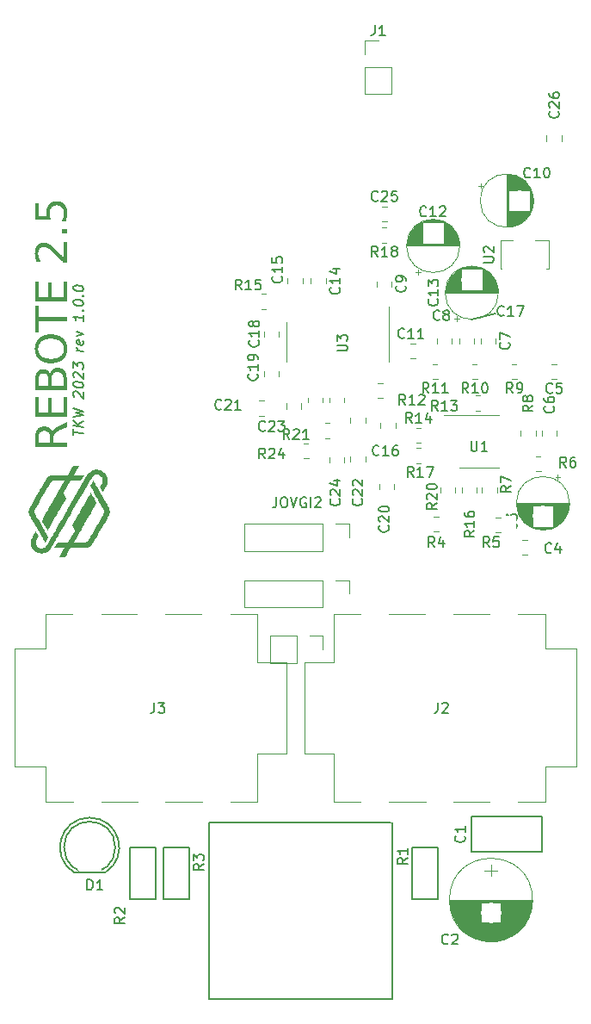
<source format=gto>
G04 #@! TF.GenerationSoftware,KiCad,Pcbnew,7.0.5.1-1-g8f565ef7f0-dirty-deb11*
G04 #@! TF.CreationDate,2023-08-10T15:58:09+00:00*
G04 #@! TF.ProjectId,rebote-smd,7265626f-7465-42d7-936d-642e6b696361,1.0.3*
G04 #@! TF.SameCoordinates,Original*
G04 #@! TF.FileFunction,Legend,Top*
G04 #@! TF.FilePolarity,Positive*
%FSLAX46Y46*%
G04 Gerber Fmt 4.6, Leading zero omitted, Abs format (unit mm)*
G04 Created by KiCad (PCBNEW 7.0.5.1-1-g8f565ef7f0-dirty-deb11) date 2023-08-10 15:58:09*
%MOMM*%
%LPD*%
G01*
G04 APERTURE LIST*
%ADD10C,0.150000*%
%ADD11C,0.120000*%
%ADD12R,2.600000X1.500000*%
%ADD13O,2.600000X1.500000*%
%ADD14R,2.000000X1.900000*%
%ADD15C,1.900000*%
%ADD16C,1.998980*%
%ADD17R,1.300000X1.300000*%
%ADD18C,1.300000*%
%ADD19O,3.000000X1.900000*%
%ADD20C,3.400000*%
%ADD21O,2.100000X2.100000*%
%ADD22C,2.000000*%
%ADD23C,2.300000*%
%ADD24C,2.398980*%
%ADD25C,1.700000*%
%ADD26C,1.924000*%
G04 APERTURE END LIST*
D10*
X162410000Y-83800000D02*
X160110000Y-84370000D01*
G36*
X120250000Y-94936217D02*
G01*
X119452791Y-95329692D01*
X119414595Y-95348709D01*
X119378041Y-95367657D01*
X119343131Y-95386536D01*
X119309863Y-95405347D01*
X119278238Y-95424088D01*
X119248257Y-95442762D01*
X119219918Y-95461366D01*
X119193222Y-95479902D01*
X119168169Y-95498369D01*
X119144759Y-95516767D01*
X119112724Y-95544236D01*
X119084386Y-95571550D01*
X119059744Y-95598710D01*
X119038799Y-95625715D01*
X119020598Y-95653426D01*
X119004186Y-95682979D01*
X118989565Y-95714374D01*
X118976735Y-95747611D01*
X118965695Y-95782690D01*
X118956445Y-95819610D01*
X118948985Y-95858373D01*
X118943316Y-95898977D01*
X118939437Y-95941423D01*
X118937845Y-95970743D01*
X118937049Y-96000883D01*
X118936950Y-96016259D01*
X118936950Y-96469818D01*
X120250000Y-96469818D01*
X120250000Y-96886008D01*
X117154954Y-96886008D01*
X117154954Y-96469818D01*
X117483217Y-96469818D01*
X118608688Y-96469818D01*
X118608688Y-95945917D01*
X118608129Y-95908851D01*
X118606455Y-95872942D01*
X118603664Y-95838189D01*
X118599757Y-95804592D01*
X118594734Y-95772152D01*
X118588595Y-95740868D01*
X118581339Y-95710740D01*
X118572967Y-95681769D01*
X118563479Y-95653953D01*
X118547153Y-95614399D01*
X118528316Y-95577446D01*
X118506968Y-95543095D01*
X118483108Y-95511346D01*
X118465806Y-95491625D01*
X118437693Y-95464127D01*
X118407210Y-95439333D01*
X118374358Y-95417243D01*
X118339135Y-95397859D01*
X118301543Y-95381180D01*
X118261580Y-95367205D01*
X118219248Y-95355935D01*
X118189710Y-95349924D01*
X118159119Y-95345116D01*
X118127474Y-95341509D01*
X118094776Y-95339105D01*
X118061025Y-95337903D01*
X118043754Y-95337752D01*
X118009487Y-95338354D01*
X117976297Y-95340157D01*
X117944183Y-95343162D01*
X117913145Y-95347370D01*
X117883183Y-95352779D01*
X117854298Y-95359391D01*
X117812987Y-95371562D01*
X117774098Y-95386439D01*
X117737631Y-95404020D01*
X117703585Y-95424306D01*
X117671960Y-95447297D01*
X117642757Y-95472992D01*
X117624633Y-95491625D01*
X117599360Y-95521640D01*
X117576574Y-95554257D01*
X117556273Y-95589475D01*
X117538457Y-95627295D01*
X117523128Y-95667716D01*
X117514290Y-95696110D01*
X117506556Y-95725659D01*
X117499927Y-95756365D01*
X117494403Y-95788227D01*
X117489984Y-95821246D01*
X117486669Y-95855421D01*
X117484459Y-95890752D01*
X117483355Y-95927240D01*
X117483217Y-95945917D01*
X117483217Y-96469818D01*
X117154954Y-96469818D01*
X117154954Y-95945917D01*
X117155171Y-95913206D01*
X117155821Y-95881019D01*
X117156905Y-95849356D01*
X117158423Y-95818216D01*
X117160374Y-95787601D01*
X117162759Y-95757509D01*
X117165578Y-95727940D01*
X117172516Y-95670375D01*
X117181189Y-95614906D01*
X117191596Y-95561531D01*
X117203737Y-95510251D01*
X117217613Y-95461067D01*
X117233224Y-95413978D01*
X117250569Y-95368984D01*
X117269648Y-95326085D01*
X117290462Y-95285281D01*
X117313011Y-95246572D01*
X117337294Y-95209959D01*
X117363312Y-95175440D01*
X117376971Y-95158967D01*
X117405607Y-95127468D01*
X117436013Y-95098001D01*
X117468187Y-95070567D01*
X117502130Y-95045165D01*
X117537842Y-95021795D01*
X117575323Y-95000457D01*
X117614572Y-94981151D01*
X117655591Y-94963878D01*
X117698378Y-94948636D01*
X117742934Y-94935427D01*
X117789259Y-94924250D01*
X117837353Y-94915105D01*
X117887216Y-94907993D01*
X117938848Y-94902912D01*
X117992248Y-94899864D01*
X118047418Y-94898848D01*
X118083576Y-94899375D01*
X118118962Y-94900955D01*
X118153574Y-94903588D01*
X118187414Y-94907274D01*
X118220482Y-94912014D01*
X118252776Y-94917807D01*
X118284298Y-94924654D01*
X118315047Y-94932554D01*
X118345023Y-94941507D01*
X118374226Y-94951513D01*
X118402656Y-94962573D01*
X118430314Y-94974685D01*
X118457199Y-94987852D01*
X118483311Y-95002071D01*
X118508650Y-95017344D01*
X118533217Y-95033670D01*
X118568312Y-95060031D01*
X118601335Y-95088556D01*
X118632283Y-95119245D01*
X118661158Y-95152097D01*
X118679256Y-95175201D01*
X118696432Y-95199267D01*
X118712686Y-95224294D01*
X118728019Y-95250283D01*
X118742431Y-95277234D01*
X118755920Y-95305146D01*
X118768488Y-95334020D01*
X118780135Y-95363856D01*
X118790859Y-95394653D01*
X118800662Y-95426413D01*
X118813623Y-95393005D01*
X118829788Y-95359826D01*
X118849160Y-95326876D01*
X118865792Y-95302314D01*
X118884228Y-95277881D01*
X118904467Y-95253576D01*
X118926509Y-95229400D01*
X118950354Y-95205353D01*
X118976002Y-95181435D01*
X118994103Y-95165561D01*
X119022827Y-95141787D01*
X119053497Y-95118000D01*
X119086111Y-95094200D01*
X119120670Y-95070387D01*
X119157174Y-95046561D01*
X119182591Y-95030670D01*
X119208872Y-95014773D01*
X119236017Y-94998871D01*
X119264027Y-94982962D01*
X119292901Y-94967048D01*
X119322639Y-94951129D01*
X119353242Y-94935203D01*
X119384709Y-94919272D01*
X119400767Y-94911304D01*
X120250000Y-94489253D01*
X120250000Y-94936217D01*
G37*
G36*
X117154954Y-93969748D02*
G01*
X117154954Y-92024354D01*
X117483217Y-92024354D01*
X117483217Y-93553558D01*
X118421109Y-93553558D01*
X118421109Y-92088101D01*
X118749371Y-92088101D01*
X118749371Y-93553558D01*
X119921737Y-93553558D01*
X119921737Y-91986985D01*
X120250000Y-91986985D01*
X120250000Y-93969748D01*
X117154954Y-93969748D01*
G37*
G36*
X119426679Y-89135569D02*
G01*
X119476753Y-89138858D01*
X119525345Y-89144339D01*
X119572455Y-89152012D01*
X119618081Y-89161878D01*
X119662225Y-89173937D01*
X119704887Y-89188188D01*
X119746065Y-89204631D01*
X119785762Y-89223267D01*
X119823975Y-89244096D01*
X119860706Y-89267117D01*
X119895954Y-89292330D01*
X119929720Y-89319736D01*
X119962003Y-89349334D01*
X119992803Y-89381125D01*
X120022121Y-89415108D01*
X120049716Y-89451023D01*
X120075530Y-89488793D01*
X120099564Y-89528417D01*
X120121818Y-89569897D01*
X120142291Y-89613231D01*
X120160984Y-89658419D01*
X120177897Y-89705463D01*
X120193030Y-89754361D01*
X120206382Y-89805114D01*
X120217954Y-89857721D01*
X120227746Y-89912184D01*
X120235757Y-89968501D01*
X120241988Y-90026673D01*
X120244436Y-90056454D01*
X120246439Y-90086699D01*
X120247997Y-90117408D01*
X120249109Y-90148580D01*
X120249777Y-90180217D01*
X120250000Y-90212316D01*
X120250000Y-91317271D01*
X117154954Y-91317271D01*
X117154954Y-90901081D01*
X117483217Y-90901081D01*
X118421109Y-90901081D01*
X118749371Y-90901081D01*
X119921737Y-90901081D01*
X119921737Y-90232833D01*
X119921173Y-90191562D01*
X119919482Y-90151649D01*
X119916662Y-90113092D01*
X119912715Y-90075891D01*
X119907641Y-90040048D01*
X119901438Y-90005561D01*
X119894108Y-89972431D01*
X119885650Y-89940657D01*
X119876065Y-89910240D01*
X119865351Y-89881180D01*
X119853510Y-89853477D01*
X119840542Y-89827130D01*
X119818974Y-89790154D01*
X119794869Y-89756230D01*
X119777390Y-89735310D01*
X119748848Y-89706371D01*
X119717626Y-89680278D01*
X119683726Y-89657032D01*
X119647147Y-89636632D01*
X119607889Y-89619079D01*
X119580228Y-89608958D01*
X119551377Y-89600102D01*
X119521335Y-89592512D01*
X119490103Y-89586186D01*
X119457680Y-89581126D01*
X119424066Y-89577330D01*
X119389261Y-89574800D01*
X119353266Y-89573535D01*
X119334822Y-89573377D01*
X119297887Y-89574010D01*
X119262190Y-89575907D01*
X119227729Y-89579070D01*
X119194504Y-89583498D01*
X119162516Y-89589191D01*
X119131764Y-89596149D01*
X119102249Y-89604372D01*
X119073970Y-89613860D01*
X119033870Y-89630465D01*
X118996553Y-89649916D01*
X118962017Y-89672213D01*
X118930264Y-89697357D01*
X118901292Y-89725347D01*
X118892254Y-89735310D01*
X118866719Y-89767199D01*
X118843696Y-89802140D01*
X118823185Y-89840134D01*
X118810906Y-89867159D01*
X118799743Y-89895541D01*
X118789697Y-89925279D01*
X118780766Y-89956374D01*
X118772953Y-89988826D01*
X118766255Y-90022635D01*
X118760674Y-90057800D01*
X118756209Y-90094322D01*
X118752860Y-90132201D01*
X118750627Y-90171436D01*
X118749511Y-90212028D01*
X118749371Y-90232833D01*
X118749371Y-90901081D01*
X118421109Y-90901081D01*
X118421109Y-90284856D01*
X118420657Y-90247361D01*
X118419300Y-90211080D01*
X118417039Y-90176012D01*
X118413873Y-90142158D01*
X118409803Y-90109517D01*
X118404829Y-90078090D01*
X118398950Y-90047876D01*
X118392166Y-90018876D01*
X118380295Y-89977651D01*
X118366389Y-89939157D01*
X118350448Y-89903394D01*
X118332472Y-89870361D01*
X118312461Y-89840059D01*
X118305338Y-89830565D01*
X118282562Y-89803852D01*
X118257648Y-89779766D01*
X118230595Y-89758308D01*
X118201405Y-89739477D01*
X118170077Y-89723274D01*
X118136610Y-89709699D01*
X118101005Y-89698751D01*
X118063263Y-89690430D01*
X118023382Y-89684737D01*
X117981363Y-89681672D01*
X117952163Y-89681088D01*
X117909105Y-89682402D01*
X117868134Y-89686343D01*
X117829249Y-89692912D01*
X117792451Y-89702108D01*
X117757739Y-89713932D01*
X117725114Y-89728383D01*
X117694576Y-89745462D01*
X117666124Y-89765169D01*
X117639759Y-89787503D01*
X117615480Y-89812464D01*
X117600453Y-89830565D01*
X117579502Y-89859957D01*
X117560611Y-89892080D01*
X117543781Y-89926933D01*
X117529012Y-89964517D01*
X117516304Y-90004831D01*
X117508977Y-90033224D01*
X117502565Y-90062831D01*
X117497070Y-90093652D01*
X117492490Y-90125685D01*
X117488826Y-90158933D01*
X117486079Y-90193394D01*
X117484247Y-90229069D01*
X117483331Y-90265957D01*
X117483217Y-90284856D01*
X117483217Y-90901081D01*
X117154954Y-90901081D01*
X117154954Y-90253349D01*
X117155147Y-90223841D01*
X117156686Y-90166104D01*
X117159766Y-90110073D01*
X117164386Y-90055749D01*
X117170545Y-90003129D01*
X117178245Y-89952216D01*
X117187484Y-89903009D01*
X117198263Y-89855508D01*
X117210582Y-89809712D01*
X117224441Y-89765622D01*
X117239840Y-89723239D01*
X117256778Y-89682561D01*
X117275257Y-89643589D01*
X117295275Y-89606323D01*
X117316833Y-89570762D01*
X117339932Y-89536908D01*
X117352058Y-89520621D01*
X117377254Y-89489388D01*
X117403750Y-89460170D01*
X117431545Y-89432968D01*
X117460639Y-89407780D01*
X117491033Y-89384608D01*
X117522727Y-89363450D01*
X117555719Y-89344308D01*
X117590012Y-89327180D01*
X117625603Y-89312068D01*
X117662495Y-89298970D01*
X117700685Y-89287888D01*
X117740175Y-89278820D01*
X117780965Y-89271768D01*
X117823054Y-89266730D01*
X117866442Y-89263708D01*
X117911130Y-89262700D01*
X117945852Y-89263215D01*
X117979674Y-89264761D01*
X118012599Y-89267337D01*
X118044624Y-89270943D01*
X118075751Y-89275580D01*
X118105979Y-89281247D01*
X118135308Y-89287945D01*
X118163738Y-89295673D01*
X118204699Y-89309197D01*
X118243637Y-89325039D01*
X118280553Y-89343200D01*
X118315447Y-89363679D01*
X118348319Y-89386477D01*
X118358827Y-89394591D01*
X118388782Y-89420403D01*
X118416547Y-89448378D01*
X118442122Y-89478517D01*
X118465508Y-89510820D01*
X118486704Y-89545287D01*
X118505711Y-89581918D01*
X118522528Y-89620712D01*
X118537155Y-89661671D01*
X118545690Y-89690179D01*
X118553252Y-89719648D01*
X118559841Y-89750079D01*
X118565457Y-89781472D01*
X118574361Y-89743631D01*
X118584404Y-89706860D01*
X118595587Y-89671159D01*
X118607909Y-89636529D01*
X118621370Y-89602970D01*
X118635970Y-89570480D01*
X118651710Y-89539062D01*
X118668588Y-89508714D01*
X118686606Y-89479436D01*
X118705763Y-89451229D01*
X118726059Y-89424092D01*
X118747494Y-89398026D01*
X118770068Y-89373030D01*
X118793782Y-89349105D01*
X118818634Y-89326250D01*
X118844626Y-89304466D01*
X118871600Y-89283881D01*
X118899398Y-89264624D01*
X118928020Y-89246695D01*
X118957466Y-89230094D01*
X118987737Y-89214821D01*
X119018832Y-89200876D01*
X119050752Y-89188259D01*
X119083496Y-89176971D01*
X119117064Y-89167010D01*
X119151456Y-89158378D01*
X119186673Y-89151074D01*
X119222714Y-89145097D01*
X119259579Y-89140449D01*
X119297269Y-89137129D01*
X119335783Y-89135137D01*
X119375122Y-89134473D01*
X119426679Y-89135569D01*
G37*
G36*
X118748352Y-85841969D02*
G01*
X118792923Y-85843105D01*
X118836921Y-85844997D01*
X118880347Y-85847647D01*
X118923200Y-85851054D01*
X118965481Y-85855218D01*
X119007189Y-85860138D01*
X119048325Y-85865816D01*
X119088888Y-85872251D01*
X119128879Y-85879443D01*
X119168298Y-85887393D01*
X119207144Y-85896099D01*
X119245417Y-85905562D01*
X119283118Y-85915782D01*
X119320247Y-85926760D01*
X119356803Y-85938494D01*
X119392787Y-85950985D01*
X119428199Y-85964234D01*
X119463038Y-85978239D01*
X119497304Y-85993002D01*
X119530998Y-86008522D01*
X119564120Y-86024798D01*
X119596669Y-86041832D01*
X119628646Y-86059623D01*
X119660050Y-86078171D01*
X119690882Y-86097476D01*
X119721141Y-86117538D01*
X119750828Y-86138357D01*
X119779943Y-86159933D01*
X119808485Y-86182266D01*
X119836454Y-86205357D01*
X119863852Y-86229204D01*
X119890494Y-86253683D01*
X119916290Y-86278669D01*
X119941241Y-86304161D01*
X119965346Y-86330160D01*
X119988605Y-86356666D01*
X120011018Y-86383678D01*
X120032586Y-86411197D01*
X120053308Y-86439222D01*
X120073184Y-86467754D01*
X120092214Y-86496793D01*
X120110398Y-86526338D01*
X120127737Y-86556390D01*
X120144230Y-86586949D01*
X120159877Y-86618014D01*
X120174678Y-86649586D01*
X120188633Y-86681664D01*
X120201743Y-86714249D01*
X120214007Y-86747340D01*
X120225425Y-86780939D01*
X120235998Y-86815043D01*
X120245724Y-86849655D01*
X120254605Y-86884773D01*
X120262640Y-86920397D01*
X120269829Y-86956529D01*
X120276172Y-86993166D01*
X120281670Y-87030311D01*
X120286322Y-87067962D01*
X120290128Y-87106120D01*
X120293088Y-87144784D01*
X120295203Y-87183955D01*
X120296471Y-87223633D01*
X120296894Y-87263817D01*
X120296472Y-87304137D01*
X120295205Y-87343947D01*
X120293095Y-87383249D01*
X120290139Y-87422040D01*
X120286340Y-87460322D01*
X120281696Y-87498095D01*
X120276207Y-87535358D01*
X120269875Y-87572112D01*
X120262698Y-87608357D01*
X120254676Y-87644091D01*
X120245811Y-87679317D01*
X120236101Y-87714033D01*
X120225546Y-87748239D01*
X120214147Y-87781936D01*
X120201904Y-87815123D01*
X120188817Y-87847801D01*
X120174885Y-87879970D01*
X120160109Y-87911629D01*
X120144488Y-87942778D01*
X120128023Y-87973418D01*
X120110714Y-88003549D01*
X120092560Y-88033170D01*
X120073562Y-88062282D01*
X120053720Y-88090884D01*
X120033033Y-88118977D01*
X120011502Y-88146560D01*
X119989127Y-88173634D01*
X119965907Y-88200198D01*
X119941843Y-88226253D01*
X119916934Y-88251798D01*
X119891181Y-88276834D01*
X119864584Y-88301360D01*
X119837275Y-88325253D01*
X119809386Y-88348387D01*
X119780918Y-88370762D01*
X119751870Y-88392379D01*
X119722242Y-88413237D01*
X119692035Y-88433337D01*
X119661249Y-88452679D01*
X119629882Y-88471262D01*
X119597936Y-88489086D01*
X119565411Y-88506152D01*
X119532305Y-88522460D01*
X119498621Y-88538009D01*
X119464356Y-88552799D01*
X119429512Y-88566831D01*
X119394089Y-88580105D01*
X119358086Y-88592620D01*
X119321503Y-88604376D01*
X119284341Y-88615375D01*
X119246599Y-88625614D01*
X119208277Y-88635095D01*
X119169376Y-88643818D01*
X119129895Y-88651782D01*
X119089835Y-88658988D01*
X119049195Y-88665435D01*
X119007975Y-88671123D01*
X118966176Y-88676054D01*
X118923797Y-88680225D01*
X118880839Y-88683639D01*
X118837301Y-88686293D01*
X118793183Y-88688189D01*
X118748486Y-88689327D01*
X118703210Y-88689706D01*
X118657977Y-88689327D01*
X118613322Y-88688189D01*
X118569243Y-88686293D01*
X118525740Y-88683639D01*
X118482815Y-88680225D01*
X118440466Y-88676054D01*
X118398694Y-88671123D01*
X118357499Y-88665435D01*
X118316881Y-88658988D01*
X118276839Y-88651782D01*
X118237374Y-88643818D01*
X118198486Y-88635095D01*
X118160174Y-88625614D01*
X118122439Y-88615375D01*
X118085281Y-88604376D01*
X118048700Y-88592620D01*
X118012695Y-88580105D01*
X117977267Y-88566831D01*
X117942416Y-88552799D01*
X117908142Y-88538009D01*
X117874444Y-88522460D01*
X117841323Y-88506152D01*
X117808779Y-88489086D01*
X117776812Y-88471262D01*
X117745421Y-88452679D01*
X117714607Y-88433337D01*
X117684370Y-88413237D01*
X117654709Y-88392379D01*
X117625626Y-88370762D01*
X117597119Y-88348387D01*
X117569188Y-88325253D01*
X117541835Y-88301360D01*
X117515147Y-88276834D01*
X117489307Y-88251798D01*
X117464314Y-88226253D01*
X117440169Y-88200198D01*
X117416870Y-88173634D01*
X117394419Y-88146560D01*
X117372815Y-88118977D01*
X117352058Y-88090884D01*
X117332149Y-88062282D01*
X117313086Y-88033170D01*
X117294871Y-88003549D01*
X117277503Y-87973418D01*
X117260982Y-87942778D01*
X117245309Y-87911629D01*
X117230482Y-87879970D01*
X117216503Y-87847801D01*
X117203371Y-87815123D01*
X117191087Y-87781936D01*
X117179649Y-87748239D01*
X117169059Y-87714033D01*
X117159316Y-87679317D01*
X117150420Y-87644091D01*
X117142372Y-87608357D01*
X117135170Y-87572112D01*
X117128816Y-87535358D01*
X117123309Y-87498095D01*
X117118650Y-87460322D01*
X117114837Y-87422040D01*
X117111872Y-87383249D01*
X117109754Y-87343947D01*
X117108483Y-87304137D01*
X117108060Y-87263817D01*
X117108068Y-87263084D01*
X117436322Y-87263084D01*
X117437650Y-87319049D01*
X117441634Y-87373554D01*
X117448275Y-87426600D01*
X117457571Y-87478186D01*
X117469524Y-87528312D01*
X117484132Y-87576978D01*
X117501397Y-87624185D01*
X117521318Y-87669931D01*
X117543896Y-87714219D01*
X117569129Y-87757046D01*
X117597018Y-87798414D01*
X117627564Y-87838322D01*
X117660766Y-87876770D01*
X117696624Y-87913758D01*
X117735138Y-87949287D01*
X117776308Y-87983356D01*
X117819771Y-88015653D01*
X117865163Y-88045867D01*
X117912484Y-88073997D01*
X117961734Y-88100043D01*
X118012913Y-88124006D01*
X118066022Y-88145884D01*
X118121060Y-88165680D01*
X118149302Y-88174796D01*
X118178026Y-88183391D01*
X118207233Y-88191465D01*
X118236922Y-88199019D01*
X118267094Y-88206051D01*
X118297747Y-88212563D01*
X118328883Y-88218553D01*
X118360502Y-88224023D01*
X118392602Y-88228972D01*
X118425185Y-88233400D01*
X118458250Y-88237307D01*
X118491797Y-88240693D01*
X118525827Y-88243558D01*
X118560339Y-88245902D01*
X118595333Y-88247725D01*
X118630810Y-88249027D01*
X118666768Y-88249809D01*
X118703210Y-88250069D01*
X118739560Y-88249809D01*
X118775432Y-88249027D01*
X118810824Y-88247725D01*
X118845737Y-88245902D01*
X118880170Y-88243558D01*
X118914124Y-88240693D01*
X118947598Y-88237307D01*
X118980593Y-88233400D01*
X119013109Y-88228972D01*
X119045145Y-88224023D01*
X119076701Y-88218553D01*
X119107779Y-88212563D01*
X119138377Y-88206051D01*
X119168495Y-88199019D01*
X119198134Y-88191465D01*
X119227294Y-88183391D01*
X119255974Y-88174796D01*
X119284175Y-88165680D01*
X119311896Y-88156042D01*
X119365900Y-88135205D01*
X119417987Y-88112285D01*
X119468156Y-88087280D01*
X119516407Y-88060192D01*
X119562741Y-88031021D01*
X119607157Y-87999765D01*
X119628646Y-87983356D01*
X119669816Y-87949287D01*
X119708330Y-87913758D01*
X119744188Y-87876770D01*
X119777390Y-87838322D01*
X119807935Y-87798414D01*
X119835825Y-87757046D01*
X119861058Y-87714219D01*
X119883635Y-87669931D01*
X119903556Y-87624185D01*
X119920821Y-87576978D01*
X119935430Y-87528312D01*
X119947383Y-87478186D01*
X119956679Y-87426600D01*
X119963319Y-87373554D01*
X119967304Y-87319049D01*
X119968632Y-87263084D01*
X119967304Y-87207216D01*
X119963319Y-87152820D01*
X119956679Y-87099894D01*
X119947383Y-87048440D01*
X119935430Y-86998457D01*
X119920821Y-86949946D01*
X119903556Y-86902905D01*
X119883635Y-86857336D01*
X119861058Y-86813237D01*
X119835825Y-86770610D01*
X119807935Y-86729454D01*
X119777390Y-86689770D01*
X119744188Y-86651556D01*
X119708330Y-86614814D01*
X119669816Y-86579543D01*
X119628646Y-86545743D01*
X119585189Y-86513623D01*
X119539814Y-86483575D01*
X119492521Y-86455600D01*
X119443311Y-86429697D01*
X119392183Y-86405866D01*
X119339138Y-86384107D01*
X119284175Y-86364421D01*
X119255974Y-86355355D01*
X119227294Y-86346807D01*
X119198134Y-86338777D01*
X119168495Y-86331265D01*
X119138377Y-86324271D01*
X119107779Y-86317795D01*
X119076701Y-86311838D01*
X119045145Y-86306398D01*
X119013109Y-86301476D01*
X118980593Y-86297073D01*
X118947598Y-86293187D01*
X118914124Y-86289820D01*
X118880170Y-86286971D01*
X118845737Y-86284639D01*
X118810824Y-86282826D01*
X118775432Y-86281531D01*
X118739560Y-86280754D01*
X118703210Y-86280495D01*
X118666768Y-86280754D01*
X118630810Y-86281531D01*
X118595333Y-86282826D01*
X118560339Y-86284639D01*
X118525827Y-86286971D01*
X118491797Y-86289820D01*
X118458250Y-86293187D01*
X118425185Y-86297073D01*
X118392602Y-86301476D01*
X118360502Y-86306398D01*
X118328883Y-86311838D01*
X118297747Y-86317795D01*
X118267094Y-86324271D01*
X118236922Y-86331265D01*
X118207233Y-86338777D01*
X118178026Y-86346807D01*
X118149302Y-86355355D01*
X118121060Y-86364421D01*
X118093300Y-86374005D01*
X118039227Y-86394728D01*
X117987083Y-86417522D01*
X117936868Y-86442389D01*
X117888582Y-86469329D01*
X117842226Y-86498340D01*
X117797798Y-86529424D01*
X117776308Y-86545743D01*
X117735138Y-86579543D01*
X117696624Y-86614814D01*
X117660766Y-86651556D01*
X117627564Y-86689770D01*
X117597018Y-86729454D01*
X117569129Y-86770610D01*
X117543896Y-86813237D01*
X117521318Y-86857336D01*
X117501397Y-86902905D01*
X117484132Y-86949946D01*
X117469524Y-86998457D01*
X117457571Y-87048440D01*
X117448275Y-87099894D01*
X117441634Y-87152820D01*
X117437650Y-87207216D01*
X117436322Y-87263084D01*
X117108068Y-87263084D01*
X117108483Y-87223633D01*
X117109754Y-87183955D01*
X117111872Y-87144784D01*
X117114837Y-87106120D01*
X117118650Y-87067962D01*
X117123309Y-87030311D01*
X117128816Y-86993166D01*
X117135170Y-86956529D01*
X117142372Y-86920397D01*
X117150420Y-86884773D01*
X117159316Y-86849655D01*
X117169059Y-86815043D01*
X117179649Y-86780939D01*
X117191087Y-86747340D01*
X117203371Y-86714249D01*
X117216503Y-86681664D01*
X117230482Y-86649586D01*
X117245309Y-86618014D01*
X117260982Y-86586949D01*
X117277503Y-86556390D01*
X117294871Y-86526338D01*
X117313086Y-86496793D01*
X117332149Y-86467754D01*
X117352058Y-86439222D01*
X117372815Y-86411197D01*
X117394419Y-86383678D01*
X117416870Y-86356666D01*
X117440169Y-86330160D01*
X117464314Y-86304161D01*
X117489307Y-86278669D01*
X117515147Y-86253683D01*
X117541835Y-86229204D01*
X117569188Y-86205357D01*
X117597119Y-86182266D01*
X117625626Y-86159933D01*
X117654709Y-86138357D01*
X117684370Y-86117538D01*
X117714607Y-86097476D01*
X117745421Y-86078171D01*
X117776812Y-86059623D01*
X117808779Y-86041832D01*
X117841323Y-86024798D01*
X117874444Y-86008522D01*
X117908142Y-85993002D01*
X117942416Y-85978239D01*
X117977267Y-85964234D01*
X118012695Y-85950985D01*
X118048700Y-85938494D01*
X118085281Y-85926760D01*
X118122439Y-85915782D01*
X118160174Y-85905562D01*
X118198486Y-85896099D01*
X118237374Y-85887393D01*
X118276839Y-85879443D01*
X118316881Y-85872251D01*
X118357499Y-85865816D01*
X118398694Y-85860138D01*
X118440466Y-85855218D01*
X118482815Y-85851054D01*
X118525740Y-85847647D01*
X118569243Y-85844997D01*
X118613322Y-85843105D01*
X118657977Y-85841969D01*
X118703210Y-85841591D01*
X118748352Y-85841969D01*
G37*
G36*
X117154954Y-85632763D02*
G01*
X117154954Y-83030111D01*
X117483217Y-83030111D01*
X117483217Y-84121877D01*
X120250000Y-84121877D01*
X120250000Y-84540265D01*
X117483217Y-84540265D01*
X117483217Y-85632763D01*
X117154954Y-85632763D01*
G37*
G36*
X117154954Y-82641765D02*
G01*
X117154954Y-80696371D01*
X117483217Y-80696371D01*
X117483217Y-82225575D01*
X118421109Y-82225575D01*
X118421109Y-80760118D01*
X118749371Y-80760118D01*
X118749371Y-82225575D01*
X119921737Y-82225575D01*
X119921737Y-80659002D01*
X120250000Y-80659002D01*
X120250000Y-82641765D01*
X117154954Y-82641765D01*
G37*
G36*
X119921737Y-78260048D02*
G01*
X119921737Y-76807048D01*
X120250000Y-76807048D01*
X120250000Y-78760502D01*
X119921737Y-78760502D01*
X119889743Y-78730245D01*
X119856410Y-78698644D01*
X119821737Y-78665697D01*
X119785724Y-78631404D01*
X119748372Y-78595767D01*
X119709681Y-78558784D01*
X119669650Y-78520456D01*
X119628279Y-78480783D01*
X119607092Y-78460442D01*
X119585569Y-78439764D01*
X119563712Y-78418751D01*
X119541520Y-78397401D01*
X119518993Y-78375714D01*
X119496131Y-78353692D01*
X119472934Y-78331333D01*
X119449402Y-78308637D01*
X119425535Y-78285606D01*
X119401334Y-78262238D01*
X119376797Y-78238534D01*
X119351926Y-78214493D01*
X119326720Y-78190116D01*
X119301179Y-78165403D01*
X119275303Y-78140354D01*
X119249092Y-78114968D01*
X119222962Y-78089665D01*
X119197418Y-78064957D01*
X119172461Y-78040842D01*
X119148090Y-78017321D01*
X119124307Y-77994393D01*
X119101110Y-77972060D01*
X119078500Y-77950321D01*
X119056476Y-77929176D01*
X119035040Y-77908624D01*
X118993927Y-77869303D01*
X118955161Y-77832357D01*
X118918742Y-77797788D01*
X118884670Y-77765593D01*
X118852945Y-77735775D01*
X118823567Y-77708332D01*
X118796537Y-77683264D01*
X118771853Y-77660573D01*
X118749516Y-77640257D01*
X118720411Y-77614237D01*
X118703942Y-77599860D01*
X118675549Y-77575417D01*
X118647705Y-77551912D01*
X118620411Y-77529346D01*
X118593667Y-77507719D01*
X118567472Y-77487031D01*
X118541826Y-77467282D01*
X118516730Y-77448471D01*
X118492184Y-77430600D01*
X118468187Y-77413667D01*
X118433222Y-77390028D01*
X118399494Y-77368501D01*
X118367002Y-77349086D01*
X118335746Y-77331784D01*
X118315596Y-77321423D01*
X118285828Y-77307150D01*
X118256151Y-77294281D01*
X118226563Y-77282815D01*
X118197066Y-77272754D01*
X118167659Y-77264096D01*
X118138342Y-77256843D01*
X118109115Y-77250993D01*
X118079978Y-77246547D01*
X118041269Y-77242804D01*
X118002721Y-77241556D01*
X117971760Y-77242228D01*
X117941527Y-77244246D01*
X117912020Y-77247609D01*
X117869123Y-77255176D01*
X117827862Y-77265770D01*
X117788237Y-77279391D01*
X117750247Y-77296038D01*
X117713894Y-77315712D01*
X117679176Y-77338413D01*
X117646093Y-77364141D01*
X117614647Y-77392896D01*
X117594591Y-77413747D01*
X117566307Y-77446947D01*
X117540804Y-77481977D01*
X117518084Y-77518835D01*
X117498146Y-77557522D01*
X117480990Y-77598038D01*
X117471098Y-77626065D01*
X117462443Y-77654905D01*
X117455024Y-77684557D01*
X117448841Y-77715023D01*
X117443895Y-77746301D01*
X117440186Y-77778392D01*
X117437713Y-77811296D01*
X117436476Y-77845013D01*
X117436322Y-77862177D01*
X117436940Y-77899052D01*
X117438795Y-77936314D01*
X117441886Y-77973962D01*
X117446214Y-78011997D01*
X117451778Y-78050418D01*
X117458579Y-78089225D01*
X117466616Y-78128419D01*
X117475889Y-78167999D01*
X117486399Y-78207966D01*
X117498146Y-78248319D01*
X117506664Y-78275436D01*
X117520347Y-78316373D01*
X117535292Y-78357850D01*
X117545956Y-78385803D01*
X117557182Y-78413996D01*
X117568969Y-78442429D01*
X117581316Y-78471103D01*
X117594225Y-78500017D01*
X117607695Y-78529172D01*
X117621725Y-78558567D01*
X117636317Y-78588202D01*
X117651469Y-78618078D01*
X117667183Y-78648194D01*
X117683457Y-78678551D01*
X117700293Y-78709148D01*
X117717690Y-78739986D01*
X117295638Y-78739986D01*
X117284186Y-78708699D01*
X117273095Y-78677669D01*
X117262365Y-78646898D01*
X117251995Y-78616383D01*
X117241986Y-78586127D01*
X117232337Y-78556128D01*
X117223049Y-78526387D01*
X117214122Y-78496903D01*
X117205555Y-78467677D01*
X117197349Y-78438708D01*
X117189504Y-78409997D01*
X117182019Y-78381544D01*
X117171468Y-78339347D01*
X117161729Y-78297729D01*
X117155687Y-78270307D01*
X117147175Y-78229563D01*
X117139501Y-78189489D01*
X117132664Y-78150085D01*
X117126664Y-78111350D01*
X117121501Y-78073286D01*
X117117176Y-78035891D01*
X117113687Y-77999166D01*
X117111036Y-77963110D01*
X117109222Y-77927724D01*
X117108246Y-77893009D01*
X117108060Y-77870237D01*
X117108296Y-77840522D01*
X117109004Y-77811186D01*
X117111838Y-77753653D01*
X117116560Y-77697636D01*
X117123172Y-77643137D01*
X117131673Y-77590154D01*
X117142063Y-77538689D01*
X117154342Y-77488740D01*
X117168510Y-77440308D01*
X117184567Y-77393394D01*
X117202513Y-77347996D01*
X117222348Y-77304115D01*
X117244072Y-77261752D01*
X117267686Y-77220905D01*
X117293188Y-77181575D01*
X117320579Y-77143762D01*
X117349860Y-77107466D01*
X117380720Y-77073040D01*
X117412852Y-77040834D01*
X117446254Y-77010849D01*
X117480927Y-76983086D01*
X117516871Y-76957543D01*
X117554085Y-76934222D01*
X117592571Y-76913122D01*
X117632327Y-76894242D01*
X117673354Y-76877584D01*
X117715652Y-76863147D01*
X117759220Y-76850931D01*
X117804060Y-76840936D01*
X117850170Y-76833163D01*
X117897552Y-76827610D01*
X117946204Y-76824278D01*
X117996127Y-76823168D01*
X118031817Y-76823792D01*
X118067173Y-76825666D01*
X118102193Y-76828790D01*
X118136879Y-76833163D01*
X118171230Y-76838785D01*
X118205246Y-76845656D01*
X118238927Y-76853777D01*
X118272274Y-76863147D01*
X118305285Y-76873767D01*
X118337962Y-76885636D01*
X118359560Y-76894242D01*
X118392380Y-76908593D01*
X118426270Y-76924991D01*
X118461228Y-76943437D01*
X118497256Y-76963932D01*
X118534352Y-76986474D01*
X118559677Y-77002640D01*
X118585477Y-77019716D01*
X118611752Y-77037702D01*
X118638503Y-77056598D01*
X118665728Y-77076405D01*
X118693429Y-77097122D01*
X118721604Y-77118749D01*
X118750255Y-77141286D01*
X118764759Y-77152896D01*
X118789327Y-77174434D01*
X118816994Y-77199598D01*
X118842417Y-77223100D01*
X118871845Y-77250569D01*
X118893690Y-77271085D01*
X118917314Y-77293365D01*
X118942719Y-77317407D01*
X118969905Y-77343213D01*
X118998871Y-77370782D01*
X119029617Y-77400114D01*
X119062143Y-77431209D01*
X119096449Y-77464068D01*
X119114270Y-77481158D01*
X119151256Y-77516572D01*
X119190039Y-77553755D01*
X119230620Y-77592707D01*
X119272998Y-77633428D01*
X119294861Y-77654452D01*
X119317173Y-77675918D01*
X119339935Y-77697826D01*
X119363146Y-77720176D01*
X119386807Y-77742969D01*
X119410917Y-77766204D01*
X119435476Y-77789881D01*
X119460484Y-77814000D01*
X119485943Y-77838561D01*
X119511850Y-77863565D01*
X119538207Y-77889011D01*
X119565013Y-77914899D01*
X119592268Y-77941229D01*
X119619973Y-77968002D01*
X119648127Y-77995216D01*
X119676731Y-78022873D01*
X119705784Y-78050972D01*
X119735286Y-78079514D01*
X119765238Y-78108497D01*
X119795639Y-78137923D01*
X119826490Y-78167791D01*
X119857789Y-78198101D01*
X119889539Y-78228854D01*
X119921737Y-78260048D01*
G37*
G36*
X119734159Y-75948290D02*
G01*
X119734159Y-75513782D01*
X120250000Y-75513782D01*
X120250000Y-75948290D01*
X119734159Y-75948290D01*
G37*
G36*
X117154954Y-74610327D02*
G01*
X117154954Y-72976343D01*
X117483217Y-72976343D01*
X117483217Y-74229309D01*
X118291416Y-74229309D01*
X118282826Y-74200933D01*
X118274915Y-74172594D01*
X118266320Y-74138633D01*
X118258704Y-74104725D01*
X118252066Y-74070868D01*
X118248185Y-74048325D01*
X118243205Y-74014253D01*
X118239255Y-73980181D01*
X118236336Y-73946109D01*
X118234446Y-73912037D01*
X118233588Y-73877965D01*
X118233531Y-73866608D01*
X118233802Y-73834623D01*
X118234618Y-73803058D01*
X118235978Y-73771912D01*
X118237881Y-73741185D01*
X118240328Y-73710878D01*
X118243319Y-73680990D01*
X118246854Y-73651521D01*
X118250933Y-73622472D01*
X118260722Y-73565631D01*
X118272686Y-73510468D01*
X118286825Y-73456981D01*
X118303140Y-73405172D01*
X118321630Y-73355040D01*
X118342295Y-73306586D01*
X118365135Y-73259809D01*
X118390151Y-73214709D01*
X118417342Y-73171286D01*
X118446709Y-73129540D01*
X118478250Y-73089472D01*
X118511967Y-73051081D01*
X118547453Y-73014614D01*
X118584485Y-72980499D01*
X118623062Y-72948737D01*
X118663184Y-72919327D01*
X118704852Y-72892271D01*
X118748066Y-72867567D01*
X118792826Y-72845216D01*
X118839131Y-72825218D01*
X118886981Y-72807572D01*
X118936378Y-72792279D01*
X118987319Y-72779339D01*
X119039807Y-72768752D01*
X119093840Y-72760517D01*
X119149418Y-72754635D01*
X119206543Y-72751106D01*
X119265212Y-72749930D01*
X119295591Y-72750232D01*
X119325542Y-72751138D01*
X119355067Y-72752647D01*
X119412839Y-72757479D01*
X119468904Y-72764726D01*
X119523263Y-72774389D01*
X119575916Y-72786467D01*
X119626864Y-72800962D01*
X119676106Y-72817872D01*
X119723641Y-72837197D01*
X119769471Y-72858939D01*
X119813595Y-72883096D01*
X119856013Y-72909669D01*
X119896726Y-72938657D01*
X119935732Y-72970062D01*
X119973032Y-73003882D01*
X120008627Y-73040117D01*
X120025785Y-73059141D01*
X120058614Y-73098783D01*
X120089326Y-73140405D01*
X120117919Y-73184008D01*
X120144395Y-73229592D01*
X120168752Y-73277157D01*
X120190992Y-73326702D01*
X120211113Y-73378227D01*
X120229117Y-73431734D01*
X120245002Y-73487221D01*
X120252150Y-73515707D01*
X120258769Y-73544688D01*
X120264859Y-73574165D01*
X120270419Y-73604137D01*
X120275449Y-73634604D01*
X120279950Y-73665566D01*
X120283921Y-73697023D01*
X120287363Y-73728975D01*
X120290275Y-73761423D01*
X120292658Y-73794366D01*
X120294511Y-73827803D01*
X120295835Y-73861737D01*
X120296629Y-73896165D01*
X120296894Y-73931088D01*
X120296585Y-73967423D01*
X120295658Y-74003886D01*
X120294112Y-74040478D01*
X120291948Y-74077199D01*
X120289166Y-74114048D01*
X120285766Y-74151027D01*
X120281747Y-74188134D01*
X120277110Y-74225370D01*
X120271855Y-74262735D01*
X120265982Y-74300229D01*
X120261723Y-74325296D01*
X120254819Y-74363062D01*
X120247298Y-74401073D01*
X120239157Y-74439329D01*
X120230399Y-74477830D01*
X120221022Y-74516575D01*
X120211028Y-74555565D01*
X120200414Y-74594799D01*
X120189183Y-74634279D01*
X120177333Y-74674003D01*
X120164866Y-74713971D01*
X120156210Y-74740753D01*
X119734159Y-74740753D01*
X119755881Y-74705885D01*
X119776534Y-74670798D01*
X119796118Y-74635491D01*
X119814633Y-74599966D01*
X119832079Y-74564222D01*
X119848456Y-74528259D01*
X119863764Y-74492077D01*
X119878002Y-74455676D01*
X119891172Y-74419056D01*
X119903273Y-74382217D01*
X119910746Y-74357536D01*
X119921091Y-74320242D01*
X119930418Y-74282549D01*
X119938728Y-74244456D01*
X119946020Y-74205964D01*
X119952295Y-74167073D01*
X119957552Y-74127783D01*
X119961792Y-74088093D01*
X119965014Y-74048004D01*
X119967219Y-74007516D01*
X119968406Y-73966628D01*
X119968632Y-73939148D01*
X119967893Y-73895124D01*
X119965678Y-73852263D01*
X119961986Y-73810563D01*
X119956816Y-73770025D01*
X119950170Y-73730650D01*
X119942047Y-73692436D01*
X119932448Y-73655385D01*
X119921371Y-73619495D01*
X119908817Y-73584768D01*
X119894786Y-73551203D01*
X119879279Y-73518800D01*
X119862295Y-73487558D01*
X119843833Y-73457479D01*
X119823895Y-73428562D01*
X119802480Y-73400807D01*
X119779588Y-73374214D01*
X119755339Y-73349015D01*
X119730037Y-73325442D01*
X119703682Y-73303495D01*
X119676273Y-73283173D01*
X119647811Y-73264477D01*
X119618296Y-73247407D01*
X119587727Y-73231962D01*
X119556106Y-73218143D01*
X119523430Y-73205950D01*
X119489702Y-73195383D01*
X119454920Y-73186441D01*
X119419085Y-73179125D01*
X119382197Y-73173435D01*
X119344255Y-73169371D01*
X119305261Y-73166932D01*
X119265212Y-73166120D01*
X119225167Y-73166932D01*
X119186181Y-73169371D01*
X119148253Y-73173435D01*
X119111385Y-73179125D01*
X119075576Y-73186441D01*
X119040826Y-73195383D01*
X119007134Y-73205950D01*
X118974502Y-73218143D01*
X118942929Y-73231962D01*
X118912415Y-73247407D01*
X118882960Y-73264477D01*
X118854564Y-73283173D01*
X118827227Y-73303495D01*
X118800949Y-73325442D01*
X118775730Y-73349015D01*
X118751570Y-73374214D01*
X118728589Y-73400804D01*
X118707091Y-73428551D01*
X118687075Y-73457454D01*
X118668542Y-73487513D01*
X118651492Y-73518728D01*
X118635924Y-73551100D01*
X118621839Y-73584628D01*
X118609237Y-73619312D01*
X118598117Y-73655153D01*
X118588480Y-73692150D01*
X118580326Y-73730303D01*
X118573654Y-73769613D01*
X118568465Y-73810079D01*
X118564758Y-73851702D01*
X118562534Y-73894480D01*
X118561793Y-73938415D01*
X118562096Y-73969733D01*
X118563004Y-74001038D01*
X118564517Y-74032330D01*
X118566636Y-74063609D01*
X118569360Y-74094875D01*
X118572689Y-74126128D01*
X118576624Y-74157369D01*
X118581164Y-74188596D01*
X118586310Y-74219811D01*
X118592061Y-74251013D01*
X118596231Y-74271807D01*
X118602892Y-74302921D01*
X118610236Y-74334163D01*
X118618262Y-74365535D01*
X118626971Y-74397035D01*
X118636363Y-74428664D01*
X118646437Y-74460422D01*
X118657194Y-74492308D01*
X118668634Y-74524323D01*
X118680756Y-74556468D01*
X118693561Y-74588741D01*
X118702477Y-74610327D01*
X117154954Y-74610327D01*
G37*
X120879819Y-95737030D02*
X120879819Y-95165601D01*
X121879819Y-95576316D02*
X120879819Y-95451316D01*
X121879819Y-94957268D02*
X120879819Y-94832268D01*
X121879819Y-94385839D02*
X121308390Y-94742982D01*
X120879819Y-94260839D02*
X121451247Y-94903696D01*
X120879819Y-93927506D02*
X121879819Y-93814411D01*
X121879819Y-93814411D02*
X121165533Y-93534649D01*
X121165533Y-93534649D02*
X121879819Y-93433458D01*
X121879819Y-93433458D02*
X120879819Y-93070363D01*
X120975057Y-91987029D02*
X120927438Y-91933458D01*
X120927438Y-91933458D02*
X120879819Y-91832268D01*
X120879819Y-91832268D02*
X120879819Y-91594172D01*
X120879819Y-91594172D02*
X120927438Y-91504887D01*
X120927438Y-91504887D02*
X120975057Y-91463220D01*
X120975057Y-91463220D02*
X121070295Y-91427506D01*
X121070295Y-91427506D02*
X121165533Y-91439410D01*
X121165533Y-91439410D02*
X121308390Y-91504887D01*
X121308390Y-91504887D02*
X121879819Y-92147744D01*
X121879819Y-92147744D02*
X121879819Y-91528696D01*
X120879819Y-90784648D02*
X120879819Y-90689410D01*
X120879819Y-90689410D02*
X120927438Y-90600125D01*
X120927438Y-90600125D02*
X120975057Y-90558458D01*
X120975057Y-90558458D02*
X121070295Y-90522744D01*
X121070295Y-90522744D02*
X121260771Y-90498934D01*
X121260771Y-90498934D02*
X121498866Y-90528696D01*
X121498866Y-90528696D02*
X121689342Y-90600125D01*
X121689342Y-90600125D02*
X121784580Y-90659648D01*
X121784580Y-90659648D02*
X121832200Y-90713220D01*
X121832200Y-90713220D02*
X121879819Y-90814410D01*
X121879819Y-90814410D02*
X121879819Y-90909648D01*
X121879819Y-90909648D02*
X121832200Y-90998934D01*
X121832200Y-90998934D02*
X121784580Y-91040601D01*
X121784580Y-91040601D02*
X121689342Y-91076315D01*
X121689342Y-91076315D02*
X121498866Y-91100125D01*
X121498866Y-91100125D02*
X121260771Y-91070363D01*
X121260771Y-91070363D02*
X121070295Y-90998934D01*
X121070295Y-90998934D02*
X120975057Y-90939410D01*
X120975057Y-90939410D02*
X120927438Y-90885839D01*
X120927438Y-90885839D02*
X120879819Y-90784648D01*
X120975057Y-90082267D02*
X120927438Y-90028696D01*
X120927438Y-90028696D02*
X120879819Y-89927506D01*
X120879819Y-89927506D02*
X120879819Y-89689410D01*
X120879819Y-89689410D02*
X120927438Y-89600125D01*
X120927438Y-89600125D02*
X120975057Y-89558458D01*
X120975057Y-89558458D02*
X121070295Y-89522744D01*
X121070295Y-89522744D02*
X121165533Y-89534648D01*
X121165533Y-89534648D02*
X121308390Y-89600125D01*
X121308390Y-89600125D02*
X121879819Y-90242982D01*
X121879819Y-90242982D02*
X121879819Y-89623934D01*
X120879819Y-89165601D02*
X120879819Y-88546553D01*
X120879819Y-88546553D02*
X121260771Y-88927506D01*
X121260771Y-88927506D02*
X121260771Y-88784648D01*
X121260771Y-88784648D02*
X121308390Y-88695363D01*
X121308390Y-88695363D02*
X121356009Y-88653696D01*
X121356009Y-88653696D02*
X121451247Y-88617982D01*
X121451247Y-88617982D02*
X121689342Y-88647744D01*
X121689342Y-88647744D02*
X121784580Y-88707267D01*
X121784580Y-88707267D02*
X121832200Y-88760839D01*
X121832200Y-88760839D02*
X121879819Y-88862029D01*
X121879819Y-88862029D02*
X121879819Y-89147744D01*
X121879819Y-89147744D02*
X121832200Y-89237029D01*
X121832200Y-89237029D02*
X121784580Y-89278696D01*
X121879819Y-87481077D02*
X121213152Y-87397743D01*
X121403628Y-87421553D02*
X121308390Y-87362029D01*
X121308390Y-87362029D02*
X121260771Y-87308458D01*
X121260771Y-87308458D02*
X121213152Y-87207267D01*
X121213152Y-87207267D02*
X121213152Y-87112029D01*
X121832200Y-86475124D02*
X121879819Y-86576314D01*
X121879819Y-86576314D02*
X121879819Y-86766791D01*
X121879819Y-86766791D02*
X121832200Y-86856076D01*
X121832200Y-86856076D02*
X121736961Y-86891791D01*
X121736961Y-86891791D02*
X121356009Y-86844172D01*
X121356009Y-86844172D02*
X121260771Y-86784648D01*
X121260771Y-86784648D02*
X121213152Y-86683457D01*
X121213152Y-86683457D02*
X121213152Y-86492981D01*
X121213152Y-86492981D02*
X121260771Y-86403695D01*
X121260771Y-86403695D02*
X121356009Y-86367981D01*
X121356009Y-86367981D02*
X121451247Y-86379886D01*
X121451247Y-86379886D02*
X121546485Y-86867981D01*
X121213152Y-86016790D02*
X121879819Y-85862029D01*
X121879819Y-85862029D02*
X121213152Y-85540600D01*
X121879819Y-83957266D02*
X121879819Y-84528695D01*
X121879819Y-84242980D02*
X120879819Y-84117980D01*
X120879819Y-84117980D02*
X121022676Y-84231076D01*
X121022676Y-84231076D02*
X121117914Y-84338219D01*
X121117914Y-84338219D02*
X121165533Y-84439409D01*
X121784580Y-83516790D02*
X121832200Y-83475123D01*
X121832200Y-83475123D02*
X121879819Y-83528695D01*
X121879819Y-83528695D02*
X121832200Y-83570361D01*
X121832200Y-83570361D02*
X121784580Y-83516790D01*
X121784580Y-83516790D02*
X121879819Y-83528695D01*
X120879819Y-82737028D02*
X120879819Y-82641790D01*
X120879819Y-82641790D02*
X120927438Y-82552505D01*
X120927438Y-82552505D02*
X120975057Y-82510838D01*
X120975057Y-82510838D02*
X121070295Y-82475124D01*
X121070295Y-82475124D02*
X121260771Y-82451314D01*
X121260771Y-82451314D02*
X121498866Y-82481076D01*
X121498866Y-82481076D02*
X121689342Y-82552505D01*
X121689342Y-82552505D02*
X121784580Y-82612028D01*
X121784580Y-82612028D02*
X121832200Y-82665600D01*
X121832200Y-82665600D02*
X121879819Y-82766790D01*
X121879819Y-82766790D02*
X121879819Y-82862028D01*
X121879819Y-82862028D02*
X121832200Y-82951314D01*
X121832200Y-82951314D02*
X121784580Y-82992981D01*
X121784580Y-82992981D02*
X121689342Y-83028695D01*
X121689342Y-83028695D02*
X121498866Y-83052505D01*
X121498866Y-83052505D02*
X121260771Y-83022743D01*
X121260771Y-83022743D02*
X121070295Y-82951314D01*
X121070295Y-82951314D02*
X120975057Y-82891790D01*
X120975057Y-82891790D02*
X120927438Y-82838219D01*
X120927438Y-82838219D02*
X120879819Y-82737028D01*
X121784580Y-82088219D02*
X121832200Y-82046552D01*
X121832200Y-82046552D02*
X121879819Y-82100124D01*
X121879819Y-82100124D02*
X121832200Y-82141790D01*
X121832200Y-82141790D02*
X121784580Y-82088219D01*
X121784580Y-82088219D02*
X121879819Y-82100124D01*
X120879819Y-81308457D02*
X120879819Y-81213219D01*
X120879819Y-81213219D02*
X120927438Y-81123934D01*
X120927438Y-81123934D02*
X120975057Y-81082267D01*
X120975057Y-81082267D02*
X121070295Y-81046553D01*
X121070295Y-81046553D02*
X121260771Y-81022743D01*
X121260771Y-81022743D02*
X121498866Y-81052505D01*
X121498866Y-81052505D02*
X121689342Y-81123934D01*
X121689342Y-81123934D02*
X121784580Y-81183457D01*
X121784580Y-81183457D02*
X121832200Y-81237029D01*
X121832200Y-81237029D02*
X121879819Y-81338219D01*
X121879819Y-81338219D02*
X121879819Y-81433457D01*
X121879819Y-81433457D02*
X121832200Y-81522743D01*
X121832200Y-81522743D02*
X121784580Y-81564410D01*
X121784580Y-81564410D02*
X121689342Y-81600124D01*
X121689342Y-81600124D02*
X121498866Y-81623934D01*
X121498866Y-81623934D02*
X121260771Y-81594172D01*
X121260771Y-81594172D02*
X121070295Y-81522743D01*
X121070295Y-81522743D02*
X120975057Y-81463219D01*
X120975057Y-81463219D02*
X120927438Y-81409648D01*
X120927438Y-81409648D02*
X120879819Y-81308457D01*
X128876666Y-122054819D02*
X128876666Y-122769104D01*
X128876666Y-122769104D02*
X128829047Y-122911961D01*
X128829047Y-122911961D02*
X128733809Y-123007200D01*
X128733809Y-123007200D02*
X128590952Y-123054819D01*
X128590952Y-123054819D02*
X128495714Y-123054819D01*
X129257619Y-122054819D02*
X129876666Y-122054819D01*
X129876666Y-122054819D02*
X129543333Y-122435771D01*
X129543333Y-122435771D02*
X129686190Y-122435771D01*
X129686190Y-122435771D02*
X129781428Y-122483390D01*
X129781428Y-122483390D02*
X129829047Y-122531009D01*
X129829047Y-122531009D02*
X129876666Y-122626247D01*
X129876666Y-122626247D02*
X129876666Y-122864342D01*
X129876666Y-122864342D02*
X129829047Y-122959580D01*
X129829047Y-122959580D02*
X129781428Y-123007200D01*
X129781428Y-123007200D02*
X129686190Y-123054819D01*
X129686190Y-123054819D02*
X129400476Y-123054819D01*
X129400476Y-123054819D02*
X129305238Y-123007200D01*
X129305238Y-123007200D02*
X129257619Y-122959580D01*
X150576666Y-55449819D02*
X150576666Y-56164104D01*
X150576666Y-56164104D02*
X150529047Y-56306961D01*
X150529047Y-56306961D02*
X150433809Y-56402200D01*
X150433809Y-56402200D02*
X150290952Y-56449819D01*
X150290952Y-56449819D02*
X150195714Y-56449819D01*
X151576666Y-56449819D02*
X151005238Y-56449819D01*
X151290952Y-56449819D02*
X151290952Y-55449819D01*
X151290952Y-55449819D02*
X151195714Y-55592676D01*
X151195714Y-55592676D02*
X151100476Y-55687914D01*
X151100476Y-55687914D02*
X151005238Y-55735533D01*
X140876190Y-101854819D02*
X140876190Y-102569104D01*
X140876190Y-102569104D02*
X140828571Y-102711961D01*
X140828571Y-102711961D02*
X140733333Y-102807200D01*
X140733333Y-102807200D02*
X140590476Y-102854819D01*
X140590476Y-102854819D02*
X140495238Y-102854819D01*
X141542857Y-101854819D02*
X141733333Y-101854819D01*
X141733333Y-101854819D02*
X141828571Y-101902438D01*
X141828571Y-101902438D02*
X141923809Y-101997676D01*
X141923809Y-101997676D02*
X141971428Y-102188152D01*
X141971428Y-102188152D02*
X141971428Y-102521485D01*
X141971428Y-102521485D02*
X141923809Y-102711961D01*
X141923809Y-102711961D02*
X141828571Y-102807200D01*
X141828571Y-102807200D02*
X141733333Y-102854819D01*
X141733333Y-102854819D02*
X141542857Y-102854819D01*
X141542857Y-102854819D02*
X141447619Y-102807200D01*
X141447619Y-102807200D02*
X141352381Y-102711961D01*
X141352381Y-102711961D02*
X141304762Y-102521485D01*
X141304762Y-102521485D02*
X141304762Y-102188152D01*
X141304762Y-102188152D02*
X141352381Y-101997676D01*
X141352381Y-101997676D02*
X141447619Y-101902438D01*
X141447619Y-101902438D02*
X141542857Y-101854819D01*
X142257143Y-101854819D02*
X142590476Y-102854819D01*
X142590476Y-102854819D02*
X142923809Y-101854819D01*
X143780952Y-101902438D02*
X143685714Y-101854819D01*
X143685714Y-101854819D02*
X143542857Y-101854819D01*
X143542857Y-101854819D02*
X143400000Y-101902438D01*
X143400000Y-101902438D02*
X143304762Y-101997676D01*
X143304762Y-101997676D02*
X143257143Y-102092914D01*
X143257143Y-102092914D02*
X143209524Y-102283390D01*
X143209524Y-102283390D02*
X143209524Y-102426247D01*
X143209524Y-102426247D02*
X143257143Y-102616723D01*
X143257143Y-102616723D02*
X143304762Y-102711961D01*
X143304762Y-102711961D02*
X143400000Y-102807200D01*
X143400000Y-102807200D02*
X143542857Y-102854819D01*
X143542857Y-102854819D02*
X143638095Y-102854819D01*
X143638095Y-102854819D02*
X143780952Y-102807200D01*
X143780952Y-102807200D02*
X143828571Y-102759580D01*
X143828571Y-102759580D02*
X143828571Y-102426247D01*
X143828571Y-102426247D02*
X143638095Y-102426247D01*
X144257143Y-102854819D02*
X144257143Y-101854819D01*
X144685714Y-101950057D02*
X144733333Y-101902438D01*
X144733333Y-101902438D02*
X144828571Y-101854819D01*
X144828571Y-101854819D02*
X145066666Y-101854819D01*
X145066666Y-101854819D02*
X145161904Y-101902438D01*
X145161904Y-101902438D02*
X145209523Y-101950057D01*
X145209523Y-101950057D02*
X145257142Y-102045295D01*
X145257142Y-102045295D02*
X145257142Y-102140533D01*
X145257142Y-102140533D02*
X145209523Y-102283390D01*
X145209523Y-102283390D02*
X144638095Y-102854819D01*
X144638095Y-102854819D02*
X145257142Y-102854819D01*
X157783333Y-145709580D02*
X157735714Y-145757200D01*
X157735714Y-145757200D02*
X157592857Y-145804819D01*
X157592857Y-145804819D02*
X157497619Y-145804819D01*
X157497619Y-145804819D02*
X157354762Y-145757200D01*
X157354762Y-145757200D02*
X157259524Y-145661961D01*
X157259524Y-145661961D02*
X157211905Y-145566723D01*
X157211905Y-145566723D02*
X157164286Y-145376247D01*
X157164286Y-145376247D02*
X157164286Y-145233390D01*
X157164286Y-145233390D02*
X157211905Y-145042914D01*
X157211905Y-145042914D02*
X157259524Y-144947676D01*
X157259524Y-144947676D02*
X157354762Y-144852438D01*
X157354762Y-144852438D02*
X157497619Y-144804819D01*
X157497619Y-144804819D02*
X157592857Y-144804819D01*
X157592857Y-144804819D02*
X157735714Y-144852438D01*
X157735714Y-144852438D02*
X157783333Y-144900057D01*
X158164286Y-144900057D02*
X158211905Y-144852438D01*
X158211905Y-144852438D02*
X158307143Y-144804819D01*
X158307143Y-144804819D02*
X158545238Y-144804819D01*
X158545238Y-144804819D02*
X158640476Y-144852438D01*
X158640476Y-144852438D02*
X158688095Y-144900057D01*
X158688095Y-144900057D02*
X158735714Y-144995295D01*
X158735714Y-144995295D02*
X158735714Y-145090533D01*
X158735714Y-145090533D02*
X158688095Y-145233390D01*
X158688095Y-145233390D02*
X158116667Y-145804819D01*
X158116667Y-145804819D02*
X158735714Y-145804819D01*
X122261905Y-140454819D02*
X122261905Y-139454819D01*
X122261905Y-139454819D02*
X122500000Y-139454819D01*
X122500000Y-139454819D02*
X122642857Y-139502438D01*
X122642857Y-139502438D02*
X122738095Y-139597676D01*
X122738095Y-139597676D02*
X122785714Y-139692914D01*
X122785714Y-139692914D02*
X122833333Y-139883390D01*
X122833333Y-139883390D02*
X122833333Y-140026247D01*
X122833333Y-140026247D02*
X122785714Y-140216723D01*
X122785714Y-140216723D02*
X122738095Y-140311961D01*
X122738095Y-140311961D02*
X122642857Y-140407200D01*
X122642857Y-140407200D02*
X122500000Y-140454819D01*
X122500000Y-140454819D02*
X122261905Y-140454819D01*
X123785714Y-140454819D02*
X123214286Y-140454819D01*
X123500000Y-140454819D02*
X123500000Y-139454819D01*
X123500000Y-139454819D02*
X123404762Y-139597676D01*
X123404762Y-139597676D02*
X123309524Y-139692914D01*
X123309524Y-139692914D02*
X123214286Y-139740533D01*
X153804819Y-137316666D02*
X153328628Y-137649999D01*
X153804819Y-137888094D02*
X152804819Y-137888094D01*
X152804819Y-137888094D02*
X152804819Y-137507142D01*
X152804819Y-137507142D02*
X152852438Y-137411904D01*
X152852438Y-137411904D02*
X152900057Y-137364285D01*
X152900057Y-137364285D02*
X152995295Y-137316666D01*
X152995295Y-137316666D02*
X153138152Y-137316666D01*
X153138152Y-137316666D02*
X153233390Y-137364285D01*
X153233390Y-137364285D02*
X153281009Y-137411904D01*
X153281009Y-137411904D02*
X153328628Y-137507142D01*
X153328628Y-137507142D02*
X153328628Y-137888094D01*
X153804819Y-136364285D02*
X153804819Y-136935713D01*
X153804819Y-136649999D02*
X152804819Y-136649999D01*
X152804819Y-136649999D02*
X152947676Y-136745237D01*
X152947676Y-136745237D02*
X153042914Y-136840475D01*
X153042914Y-136840475D02*
X153090533Y-136935713D01*
X125964819Y-143146666D02*
X125488628Y-143479999D01*
X125964819Y-143718094D02*
X124964819Y-143718094D01*
X124964819Y-143718094D02*
X124964819Y-143337142D01*
X124964819Y-143337142D02*
X125012438Y-143241904D01*
X125012438Y-143241904D02*
X125060057Y-143194285D01*
X125060057Y-143194285D02*
X125155295Y-143146666D01*
X125155295Y-143146666D02*
X125298152Y-143146666D01*
X125298152Y-143146666D02*
X125393390Y-143194285D01*
X125393390Y-143194285D02*
X125441009Y-143241904D01*
X125441009Y-143241904D02*
X125488628Y-143337142D01*
X125488628Y-143337142D02*
X125488628Y-143718094D01*
X125060057Y-142765713D02*
X125012438Y-142718094D01*
X125012438Y-142718094D02*
X124964819Y-142622856D01*
X124964819Y-142622856D02*
X124964819Y-142384761D01*
X124964819Y-142384761D02*
X125012438Y-142289523D01*
X125012438Y-142289523D02*
X125060057Y-142241904D01*
X125060057Y-142241904D02*
X125155295Y-142194285D01*
X125155295Y-142194285D02*
X125250533Y-142194285D01*
X125250533Y-142194285D02*
X125393390Y-142241904D01*
X125393390Y-142241904D02*
X125964819Y-142813332D01*
X125964819Y-142813332D02*
X125964819Y-142194285D01*
X133714819Y-137916666D02*
X133238628Y-138249999D01*
X133714819Y-138488094D02*
X132714819Y-138488094D01*
X132714819Y-138488094D02*
X132714819Y-138107142D01*
X132714819Y-138107142D02*
X132762438Y-138011904D01*
X132762438Y-138011904D02*
X132810057Y-137964285D01*
X132810057Y-137964285D02*
X132905295Y-137916666D01*
X132905295Y-137916666D02*
X133048152Y-137916666D01*
X133048152Y-137916666D02*
X133143390Y-137964285D01*
X133143390Y-137964285D02*
X133191009Y-138011904D01*
X133191009Y-138011904D02*
X133238628Y-138107142D01*
X133238628Y-138107142D02*
X133238628Y-138488094D01*
X132714819Y-137583332D02*
X132714819Y-136964285D01*
X132714819Y-136964285D02*
X133095771Y-137297618D01*
X133095771Y-137297618D02*
X133095771Y-137154761D01*
X133095771Y-137154761D02*
X133143390Y-137059523D01*
X133143390Y-137059523D02*
X133191009Y-137011904D01*
X133191009Y-137011904D02*
X133286247Y-136964285D01*
X133286247Y-136964285D02*
X133524342Y-136964285D01*
X133524342Y-136964285D02*
X133619580Y-137011904D01*
X133619580Y-137011904D02*
X133667200Y-137059523D01*
X133667200Y-137059523D02*
X133714819Y-137154761D01*
X133714819Y-137154761D02*
X133714819Y-137440475D01*
X133714819Y-137440475D02*
X133667200Y-137535713D01*
X133667200Y-137535713D02*
X133619580Y-137583332D01*
X159359580Y-135166666D02*
X159407200Y-135214285D01*
X159407200Y-135214285D02*
X159454819Y-135357142D01*
X159454819Y-135357142D02*
X159454819Y-135452380D01*
X159454819Y-135452380D02*
X159407200Y-135595237D01*
X159407200Y-135595237D02*
X159311961Y-135690475D01*
X159311961Y-135690475D02*
X159216723Y-135738094D01*
X159216723Y-135738094D02*
X159026247Y-135785713D01*
X159026247Y-135785713D02*
X158883390Y-135785713D01*
X158883390Y-135785713D02*
X158692914Y-135738094D01*
X158692914Y-135738094D02*
X158597676Y-135690475D01*
X158597676Y-135690475D02*
X158502438Y-135595237D01*
X158502438Y-135595237D02*
X158454819Y-135452380D01*
X158454819Y-135452380D02*
X158454819Y-135357142D01*
X158454819Y-135357142D02*
X158502438Y-135214285D01*
X158502438Y-135214285D02*
X158550057Y-135166666D01*
X159454819Y-134214285D02*
X159454819Y-134785713D01*
X159454819Y-134499999D02*
X158454819Y-134499999D01*
X158454819Y-134499999D02*
X158597676Y-134595237D01*
X158597676Y-134595237D02*
X158692914Y-134690475D01*
X158692914Y-134690475D02*
X158740533Y-134785713D01*
X156776666Y-122054819D02*
X156776666Y-122769104D01*
X156776666Y-122769104D02*
X156729047Y-122911961D01*
X156729047Y-122911961D02*
X156633809Y-123007200D01*
X156633809Y-123007200D02*
X156490952Y-123054819D01*
X156490952Y-123054819D02*
X156395714Y-123054819D01*
X157205238Y-122150057D02*
X157252857Y-122102438D01*
X157252857Y-122102438D02*
X157348095Y-122054819D01*
X157348095Y-122054819D02*
X157586190Y-122054819D01*
X157586190Y-122054819D02*
X157681428Y-122102438D01*
X157681428Y-122102438D02*
X157729047Y-122150057D01*
X157729047Y-122150057D02*
X157776666Y-122245295D01*
X157776666Y-122245295D02*
X157776666Y-122340533D01*
X157776666Y-122340533D02*
X157729047Y-122483390D01*
X157729047Y-122483390D02*
X157157619Y-123054819D01*
X157157619Y-123054819D02*
X157776666Y-123054819D01*
X141369580Y-80142857D02*
X141417200Y-80190476D01*
X141417200Y-80190476D02*
X141464819Y-80333333D01*
X141464819Y-80333333D02*
X141464819Y-80428571D01*
X141464819Y-80428571D02*
X141417200Y-80571428D01*
X141417200Y-80571428D02*
X141321961Y-80666666D01*
X141321961Y-80666666D02*
X141226723Y-80714285D01*
X141226723Y-80714285D02*
X141036247Y-80761904D01*
X141036247Y-80761904D02*
X140893390Y-80761904D01*
X140893390Y-80761904D02*
X140702914Y-80714285D01*
X140702914Y-80714285D02*
X140607676Y-80666666D01*
X140607676Y-80666666D02*
X140512438Y-80571428D01*
X140512438Y-80571428D02*
X140464819Y-80428571D01*
X140464819Y-80428571D02*
X140464819Y-80333333D01*
X140464819Y-80333333D02*
X140512438Y-80190476D01*
X140512438Y-80190476D02*
X140560057Y-80142857D01*
X141464819Y-79190476D02*
X141464819Y-79761904D01*
X141464819Y-79476190D02*
X140464819Y-79476190D01*
X140464819Y-79476190D02*
X140607676Y-79571428D01*
X140607676Y-79571428D02*
X140702914Y-79666666D01*
X140702914Y-79666666D02*
X140750533Y-79761904D01*
X140464819Y-78285714D02*
X140464819Y-78761904D01*
X140464819Y-78761904D02*
X140941009Y-78809523D01*
X140941009Y-78809523D02*
X140893390Y-78761904D01*
X140893390Y-78761904D02*
X140845771Y-78666666D01*
X140845771Y-78666666D02*
X140845771Y-78428571D01*
X140845771Y-78428571D02*
X140893390Y-78333333D01*
X140893390Y-78333333D02*
X140941009Y-78285714D01*
X140941009Y-78285714D02*
X141036247Y-78238095D01*
X141036247Y-78238095D02*
X141274342Y-78238095D01*
X141274342Y-78238095D02*
X141369580Y-78285714D01*
X141369580Y-78285714D02*
X141417200Y-78333333D01*
X141417200Y-78333333D02*
X141464819Y-78428571D01*
X141464819Y-78428571D02*
X141464819Y-78666666D01*
X141464819Y-78666666D02*
X141417200Y-78761904D01*
X141417200Y-78761904D02*
X141369580Y-78809523D01*
X168125580Y-92931666D02*
X168173200Y-92979285D01*
X168173200Y-92979285D02*
X168220819Y-93122142D01*
X168220819Y-93122142D02*
X168220819Y-93217380D01*
X168220819Y-93217380D02*
X168173200Y-93360237D01*
X168173200Y-93360237D02*
X168077961Y-93455475D01*
X168077961Y-93455475D02*
X167982723Y-93503094D01*
X167982723Y-93503094D02*
X167792247Y-93550713D01*
X167792247Y-93550713D02*
X167649390Y-93550713D01*
X167649390Y-93550713D02*
X167458914Y-93503094D01*
X167458914Y-93503094D02*
X167363676Y-93455475D01*
X167363676Y-93455475D02*
X167268438Y-93360237D01*
X167268438Y-93360237D02*
X167220819Y-93217380D01*
X167220819Y-93217380D02*
X167220819Y-93122142D01*
X167220819Y-93122142D02*
X167268438Y-92979285D01*
X167268438Y-92979285D02*
X167316057Y-92931666D01*
X167220819Y-92074523D02*
X167220819Y-92264999D01*
X167220819Y-92264999D02*
X167268438Y-92360237D01*
X167268438Y-92360237D02*
X167316057Y-92407856D01*
X167316057Y-92407856D02*
X167458914Y-92503094D01*
X167458914Y-92503094D02*
X167649390Y-92550713D01*
X167649390Y-92550713D02*
X168030342Y-92550713D01*
X168030342Y-92550713D02*
X168125580Y-92503094D01*
X168125580Y-92503094D02*
X168173200Y-92455475D01*
X168173200Y-92455475D02*
X168220819Y-92360237D01*
X168220819Y-92360237D02*
X168220819Y-92169761D01*
X168220819Y-92169761D02*
X168173200Y-92074523D01*
X168173200Y-92074523D02*
X168125580Y-92026904D01*
X168125580Y-92026904D02*
X168030342Y-91979285D01*
X168030342Y-91979285D02*
X167792247Y-91979285D01*
X167792247Y-91979285D02*
X167697009Y-92026904D01*
X167697009Y-92026904D02*
X167649390Y-92074523D01*
X167649390Y-92074523D02*
X167601771Y-92169761D01*
X167601771Y-92169761D02*
X167601771Y-92360237D01*
X167601771Y-92360237D02*
X167649390Y-92455475D01*
X167649390Y-92455475D02*
X167697009Y-92503094D01*
X167697009Y-92503094D02*
X167792247Y-92550713D01*
X163964819Y-100766666D02*
X163488628Y-101099999D01*
X163964819Y-101338094D02*
X162964819Y-101338094D01*
X162964819Y-101338094D02*
X162964819Y-100957142D01*
X162964819Y-100957142D02*
X163012438Y-100861904D01*
X163012438Y-100861904D02*
X163060057Y-100814285D01*
X163060057Y-100814285D02*
X163155295Y-100766666D01*
X163155295Y-100766666D02*
X163298152Y-100766666D01*
X163298152Y-100766666D02*
X163393390Y-100814285D01*
X163393390Y-100814285D02*
X163441009Y-100861904D01*
X163441009Y-100861904D02*
X163488628Y-100957142D01*
X163488628Y-100957142D02*
X163488628Y-101338094D01*
X162964819Y-100433332D02*
X162964819Y-99766666D01*
X162964819Y-99766666D02*
X163964819Y-100195237D01*
X168043333Y-91539580D02*
X167995714Y-91587200D01*
X167995714Y-91587200D02*
X167852857Y-91634819D01*
X167852857Y-91634819D02*
X167757619Y-91634819D01*
X167757619Y-91634819D02*
X167614762Y-91587200D01*
X167614762Y-91587200D02*
X167519524Y-91491961D01*
X167519524Y-91491961D02*
X167471905Y-91396723D01*
X167471905Y-91396723D02*
X167424286Y-91206247D01*
X167424286Y-91206247D02*
X167424286Y-91063390D01*
X167424286Y-91063390D02*
X167471905Y-90872914D01*
X167471905Y-90872914D02*
X167519524Y-90777676D01*
X167519524Y-90777676D02*
X167614762Y-90682438D01*
X167614762Y-90682438D02*
X167757619Y-90634819D01*
X167757619Y-90634819D02*
X167852857Y-90634819D01*
X167852857Y-90634819D02*
X167995714Y-90682438D01*
X167995714Y-90682438D02*
X168043333Y-90730057D01*
X168948095Y-90634819D02*
X168471905Y-90634819D01*
X168471905Y-90634819D02*
X168424286Y-91111009D01*
X168424286Y-91111009D02*
X168471905Y-91063390D01*
X168471905Y-91063390D02*
X168567143Y-91015771D01*
X168567143Y-91015771D02*
X168805238Y-91015771D01*
X168805238Y-91015771D02*
X168900476Y-91063390D01*
X168900476Y-91063390D02*
X168948095Y-91111009D01*
X168948095Y-91111009D02*
X168995714Y-91206247D01*
X168995714Y-91206247D02*
X168995714Y-91444342D01*
X168995714Y-91444342D02*
X168948095Y-91539580D01*
X168948095Y-91539580D02*
X168900476Y-91587200D01*
X168900476Y-91587200D02*
X168805238Y-91634819D01*
X168805238Y-91634819D02*
X168567143Y-91634819D01*
X168567143Y-91634819D02*
X168471905Y-91587200D01*
X168471905Y-91587200D02*
X168424286Y-91539580D01*
X151869580Y-104642857D02*
X151917200Y-104690476D01*
X151917200Y-104690476D02*
X151964819Y-104833333D01*
X151964819Y-104833333D02*
X151964819Y-104928571D01*
X151964819Y-104928571D02*
X151917200Y-105071428D01*
X151917200Y-105071428D02*
X151821961Y-105166666D01*
X151821961Y-105166666D02*
X151726723Y-105214285D01*
X151726723Y-105214285D02*
X151536247Y-105261904D01*
X151536247Y-105261904D02*
X151393390Y-105261904D01*
X151393390Y-105261904D02*
X151202914Y-105214285D01*
X151202914Y-105214285D02*
X151107676Y-105166666D01*
X151107676Y-105166666D02*
X151012438Y-105071428D01*
X151012438Y-105071428D02*
X150964819Y-104928571D01*
X150964819Y-104928571D02*
X150964819Y-104833333D01*
X150964819Y-104833333D02*
X151012438Y-104690476D01*
X151012438Y-104690476D02*
X151060057Y-104642857D01*
X151060057Y-104261904D02*
X151012438Y-104214285D01*
X151012438Y-104214285D02*
X150964819Y-104119047D01*
X150964819Y-104119047D02*
X150964819Y-103880952D01*
X150964819Y-103880952D02*
X151012438Y-103785714D01*
X151012438Y-103785714D02*
X151060057Y-103738095D01*
X151060057Y-103738095D02*
X151155295Y-103690476D01*
X151155295Y-103690476D02*
X151250533Y-103690476D01*
X151250533Y-103690476D02*
X151393390Y-103738095D01*
X151393390Y-103738095D02*
X151964819Y-104309523D01*
X151964819Y-104309523D02*
X151964819Y-103690476D01*
X150964819Y-103071428D02*
X150964819Y-102976190D01*
X150964819Y-102976190D02*
X151012438Y-102880952D01*
X151012438Y-102880952D02*
X151060057Y-102833333D01*
X151060057Y-102833333D02*
X151155295Y-102785714D01*
X151155295Y-102785714D02*
X151345771Y-102738095D01*
X151345771Y-102738095D02*
X151583866Y-102738095D01*
X151583866Y-102738095D02*
X151774342Y-102785714D01*
X151774342Y-102785714D02*
X151869580Y-102833333D01*
X151869580Y-102833333D02*
X151917200Y-102880952D01*
X151917200Y-102880952D02*
X151964819Y-102976190D01*
X151964819Y-102976190D02*
X151964819Y-103071428D01*
X151964819Y-103071428D02*
X151917200Y-103166666D01*
X151917200Y-103166666D02*
X151869580Y-103214285D01*
X151869580Y-103214285D02*
X151774342Y-103261904D01*
X151774342Y-103261904D02*
X151583866Y-103309523D01*
X151583866Y-103309523D02*
X151345771Y-103309523D01*
X151345771Y-103309523D02*
X151155295Y-103261904D01*
X151155295Y-103261904D02*
X151060057Y-103214285D01*
X151060057Y-103214285D02*
X151012438Y-103166666D01*
X151012438Y-103166666D02*
X150964819Y-103071428D01*
X156664819Y-102442857D02*
X156188628Y-102776190D01*
X156664819Y-103014285D02*
X155664819Y-103014285D01*
X155664819Y-103014285D02*
X155664819Y-102633333D01*
X155664819Y-102633333D02*
X155712438Y-102538095D01*
X155712438Y-102538095D02*
X155760057Y-102490476D01*
X155760057Y-102490476D02*
X155855295Y-102442857D01*
X155855295Y-102442857D02*
X155998152Y-102442857D01*
X155998152Y-102442857D02*
X156093390Y-102490476D01*
X156093390Y-102490476D02*
X156141009Y-102538095D01*
X156141009Y-102538095D02*
X156188628Y-102633333D01*
X156188628Y-102633333D02*
X156188628Y-103014285D01*
X155760057Y-102061904D02*
X155712438Y-102014285D01*
X155712438Y-102014285D02*
X155664819Y-101919047D01*
X155664819Y-101919047D02*
X155664819Y-101680952D01*
X155664819Y-101680952D02*
X155712438Y-101585714D01*
X155712438Y-101585714D02*
X155760057Y-101538095D01*
X155760057Y-101538095D02*
X155855295Y-101490476D01*
X155855295Y-101490476D02*
X155950533Y-101490476D01*
X155950533Y-101490476D02*
X156093390Y-101538095D01*
X156093390Y-101538095D02*
X156664819Y-102109523D01*
X156664819Y-102109523D02*
X156664819Y-101490476D01*
X155664819Y-100871428D02*
X155664819Y-100776190D01*
X155664819Y-100776190D02*
X155712438Y-100680952D01*
X155712438Y-100680952D02*
X155760057Y-100633333D01*
X155760057Y-100633333D02*
X155855295Y-100585714D01*
X155855295Y-100585714D02*
X156045771Y-100538095D01*
X156045771Y-100538095D02*
X156283866Y-100538095D01*
X156283866Y-100538095D02*
X156474342Y-100585714D01*
X156474342Y-100585714D02*
X156569580Y-100633333D01*
X156569580Y-100633333D02*
X156617200Y-100680952D01*
X156617200Y-100680952D02*
X156664819Y-100776190D01*
X156664819Y-100776190D02*
X156664819Y-100871428D01*
X156664819Y-100871428D02*
X156617200Y-100966666D01*
X156617200Y-100966666D02*
X156569580Y-101014285D01*
X156569580Y-101014285D02*
X156474342Y-101061904D01*
X156474342Y-101061904D02*
X156283866Y-101109523D01*
X156283866Y-101109523D02*
X156045771Y-101109523D01*
X156045771Y-101109523D02*
X155855295Y-101061904D01*
X155855295Y-101061904D02*
X155760057Y-101014285D01*
X155760057Y-101014285D02*
X155712438Y-100966666D01*
X155712438Y-100966666D02*
X155664819Y-100871428D01*
X137467142Y-81454819D02*
X137133809Y-80978628D01*
X136895714Y-81454819D02*
X136895714Y-80454819D01*
X136895714Y-80454819D02*
X137276666Y-80454819D01*
X137276666Y-80454819D02*
X137371904Y-80502438D01*
X137371904Y-80502438D02*
X137419523Y-80550057D01*
X137419523Y-80550057D02*
X137467142Y-80645295D01*
X137467142Y-80645295D02*
X137467142Y-80788152D01*
X137467142Y-80788152D02*
X137419523Y-80883390D01*
X137419523Y-80883390D02*
X137371904Y-80931009D01*
X137371904Y-80931009D02*
X137276666Y-80978628D01*
X137276666Y-80978628D02*
X136895714Y-80978628D01*
X138419523Y-81454819D02*
X137848095Y-81454819D01*
X138133809Y-81454819D02*
X138133809Y-80454819D01*
X138133809Y-80454819D02*
X138038571Y-80597676D01*
X138038571Y-80597676D02*
X137943333Y-80692914D01*
X137943333Y-80692914D02*
X137848095Y-80740533D01*
X139324285Y-80454819D02*
X138848095Y-80454819D01*
X138848095Y-80454819D02*
X138800476Y-80931009D01*
X138800476Y-80931009D02*
X138848095Y-80883390D01*
X138848095Y-80883390D02*
X138943333Y-80835771D01*
X138943333Y-80835771D02*
X139181428Y-80835771D01*
X139181428Y-80835771D02*
X139276666Y-80883390D01*
X139276666Y-80883390D02*
X139324285Y-80931009D01*
X139324285Y-80931009D02*
X139371904Y-81026247D01*
X139371904Y-81026247D02*
X139371904Y-81264342D01*
X139371904Y-81264342D02*
X139324285Y-81359580D01*
X139324285Y-81359580D02*
X139276666Y-81407200D01*
X139276666Y-81407200D02*
X139181428Y-81454819D01*
X139181428Y-81454819D02*
X138943333Y-81454819D01*
X138943333Y-81454819D02*
X138848095Y-81407200D01*
X138848095Y-81407200D02*
X138800476Y-81359580D01*
X165867142Y-70359580D02*
X165819523Y-70407200D01*
X165819523Y-70407200D02*
X165676666Y-70454819D01*
X165676666Y-70454819D02*
X165581428Y-70454819D01*
X165581428Y-70454819D02*
X165438571Y-70407200D01*
X165438571Y-70407200D02*
X165343333Y-70311961D01*
X165343333Y-70311961D02*
X165295714Y-70216723D01*
X165295714Y-70216723D02*
X165248095Y-70026247D01*
X165248095Y-70026247D02*
X165248095Y-69883390D01*
X165248095Y-69883390D02*
X165295714Y-69692914D01*
X165295714Y-69692914D02*
X165343333Y-69597676D01*
X165343333Y-69597676D02*
X165438571Y-69502438D01*
X165438571Y-69502438D02*
X165581428Y-69454819D01*
X165581428Y-69454819D02*
X165676666Y-69454819D01*
X165676666Y-69454819D02*
X165819523Y-69502438D01*
X165819523Y-69502438D02*
X165867142Y-69550057D01*
X166819523Y-70454819D02*
X166248095Y-70454819D01*
X166533809Y-70454819D02*
X166533809Y-69454819D01*
X166533809Y-69454819D02*
X166438571Y-69597676D01*
X166438571Y-69597676D02*
X166343333Y-69692914D01*
X166343333Y-69692914D02*
X166248095Y-69740533D01*
X167438571Y-69454819D02*
X167533809Y-69454819D01*
X167533809Y-69454819D02*
X167629047Y-69502438D01*
X167629047Y-69502438D02*
X167676666Y-69550057D01*
X167676666Y-69550057D02*
X167724285Y-69645295D01*
X167724285Y-69645295D02*
X167771904Y-69835771D01*
X167771904Y-69835771D02*
X167771904Y-70073866D01*
X167771904Y-70073866D02*
X167724285Y-70264342D01*
X167724285Y-70264342D02*
X167676666Y-70359580D01*
X167676666Y-70359580D02*
X167629047Y-70407200D01*
X167629047Y-70407200D02*
X167533809Y-70454819D01*
X167533809Y-70454819D02*
X167438571Y-70454819D01*
X167438571Y-70454819D02*
X167343333Y-70407200D01*
X167343333Y-70407200D02*
X167295714Y-70359580D01*
X167295714Y-70359580D02*
X167248095Y-70264342D01*
X167248095Y-70264342D02*
X167200476Y-70073866D01*
X167200476Y-70073866D02*
X167200476Y-69835771D01*
X167200476Y-69835771D02*
X167248095Y-69645295D01*
X167248095Y-69645295D02*
X167295714Y-69550057D01*
X167295714Y-69550057D02*
X167343333Y-69502438D01*
X167343333Y-69502438D02*
X167438571Y-69454819D01*
X150867142Y-72659580D02*
X150819523Y-72707200D01*
X150819523Y-72707200D02*
X150676666Y-72754819D01*
X150676666Y-72754819D02*
X150581428Y-72754819D01*
X150581428Y-72754819D02*
X150438571Y-72707200D01*
X150438571Y-72707200D02*
X150343333Y-72611961D01*
X150343333Y-72611961D02*
X150295714Y-72516723D01*
X150295714Y-72516723D02*
X150248095Y-72326247D01*
X150248095Y-72326247D02*
X150248095Y-72183390D01*
X150248095Y-72183390D02*
X150295714Y-71992914D01*
X150295714Y-71992914D02*
X150343333Y-71897676D01*
X150343333Y-71897676D02*
X150438571Y-71802438D01*
X150438571Y-71802438D02*
X150581428Y-71754819D01*
X150581428Y-71754819D02*
X150676666Y-71754819D01*
X150676666Y-71754819D02*
X150819523Y-71802438D01*
X150819523Y-71802438D02*
X150867142Y-71850057D01*
X151248095Y-71850057D02*
X151295714Y-71802438D01*
X151295714Y-71802438D02*
X151390952Y-71754819D01*
X151390952Y-71754819D02*
X151629047Y-71754819D01*
X151629047Y-71754819D02*
X151724285Y-71802438D01*
X151724285Y-71802438D02*
X151771904Y-71850057D01*
X151771904Y-71850057D02*
X151819523Y-71945295D01*
X151819523Y-71945295D02*
X151819523Y-72040533D01*
X151819523Y-72040533D02*
X151771904Y-72183390D01*
X151771904Y-72183390D02*
X151200476Y-72754819D01*
X151200476Y-72754819D02*
X151819523Y-72754819D01*
X152724285Y-71754819D02*
X152248095Y-71754819D01*
X152248095Y-71754819D02*
X152200476Y-72231009D01*
X152200476Y-72231009D02*
X152248095Y-72183390D01*
X152248095Y-72183390D02*
X152343333Y-72135771D01*
X152343333Y-72135771D02*
X152581428Y-72135771D01*
X152581428Y-72135771D02*
X152676666Y-72183390D01*
X152676666Y-72183390D02*
X152724285Y-72231009D01*
X152724285Y-72231009D02*
X152771904Y-72326247D01*
X152771904Y-72326247D02*
X152771904Y-72564342D01*
X152771904Y-72564342D02*
X152724285Y-72659580D01*
X152724285Y-72659580D02*
X152676666Y-72707200D01*
X152676666Y-72707200D02*
X152581428Y-72754819D01*
X152581428Y-72754819D02*
X152343333Y-72754819D01*
X152343333Y-72754819D02*
X152248095Y-72707200D01*
X152248095Y-72707200D02*
X152200476Y-72659580D01*
X161264819Y-78761904D02*
X162074342Y-78761904D01*
X162074342Y-78761904D02*
X162169580Y-78714285D01*
X162169580Y-78714285D02*
X162217200Y-78666666D01*
X162217200Y-78666666D02*
X162264819Y-78571428D01*
X162264819Y-78571428D02*
X162264819Y-78380952D01*
X162264819Y-78380952D02*
X162217200Y-78285714D01*
X162217200Y-78285714D02*
X162169580Y-78238095D01*
X162169580Y-78238095D02*
X162074342Y-78190476D01*
X162074342Y-78190476D02*
X161264819Y-78190476D01*
X161360057Y-77761904D02*
X161312438Y-77714285D01*
X161312438Y-77714285D02*
X161264819Y-77619047D01*
X161264819Y-77619047D02*
X161264819Y-77380952D01*
X161264819Y-77380952D02*
X161312438Y-77285714D01*
X161312438Y-77285714D02*
X161360057Y-77238095D01*
X161360057Y-77238095D02*
X161455295Y-77190476D01*
X161455295Y-77190476D02*
X161550533Y-77190476D01*
X161550533Y-77190476D02*
X161693390Y-77238095D01*
X161693390Y-77238095D02*
X162264819Y-77809523D01*
X162264819Y-77809523D02*
X162264819Y-77190476D01*
X169399333Y-98919819D02*
X169066000Y-98443628D01*
X168827905Y-98919819D02*
X168827905Y-97919819D01*
X168827905Y-97919819D02*
X169208857Y-97919819D01*
X169208857Y-97919819D02*
X169304095Y-97967438D01*
X169304095Y-97967438D02*
X169351714Y-98015057D01*
X169351714Y-98015057D02*
X169399333Y-98110295D01*
X169399333Y-98110295D02*
X169399333Y-98253152D01*
X169399333Y-98253152D02*
X169351714Y-98348390D01*
X169351714Y-98348390D02*
X169304095Y-98396009D01*
X169304095Y-98396009D02*
X169208857Y-98443628D01*
X169208857Y-98443628D02*
X168827905Y-98443628D01*
X170256476Y-97919819D02*
X170066000Y-97919819D01*
X170066000Y-97919819D02*
X169970762Y-97967438D01*
X169970762Y-97967438D02*
X169923143Y-98015057D01*
X169923143Y-98015057D02*
X169827905Y-98157914D01*
X169827905Y-98157914D02*
X169780286Y-98348390D01*
X169780286Y-98348390D02*
X169780286Y-98729342D01*
X169780286Y-98729342D02*
X169827905Y-98824580D01*
X169827905Y-98824580D02*
X169875524Y-98872200D01*
X169875524Y-98872200D02*
X169970762Y-98919819D01*
X169970762Y-98919819D02*
X170161238Y-98919819D01*
X170161238Y-98919819D02*
X170256476Y-98872200D01*
X170256476Y-98872200D02*
X170304095Y-98824580D01*
X170304095Y-98824580D02*
X170351714Y-98729342D01*
X170351714Y-98729342D02*
X170351714Y-98491247D01*
X170351714Y-98491247D02*
X170304095Y-98396009D01*
X170304095Y-98396009D02*
X170256476Y-98348390D01*
X170256476Y-98348390D02*
X170161238Y-98300771D01*
X170161238Y-98300771D02*
X169970762Y-98300771D01*
X169970762Y-98300771D02*
X169875524Y-98348390D01*
X169875524Y-98348390D02*
X169827905Y-98396009D01*
X169827905Y-98396009D02*
X169780286Y-98491247D01*
X153549580Y-81066666D02*
X153597200Y-81114285D01*
X153597200Y-81114285D02*
X153644819Y-81257142D01*
X153644819Y-81257142D02*
X153644819Y-81352380D01*
X153644819Y-81352380D02*
X153597200Y-81495237D01*
X153597200Y-81495237D02*
X153501961Y-81590475D01*
X153501961Y-81590475D02*
X153406723Y-81638094D01*
X153406723Y-81638094D02*
X153216247Y-81685713D01*
X153216247Y-81685713D02*
X153073390Y-81685713D01*
X153073390Y-81685713D02*
X152882914Y-81638094D01*
X152882914Y-81638094D02*
X152787676Y-81590475D01*
X152787676Y-81590475D02*
X152692438Y-81495237D01*
X152692438Y-81495237D02*
X152644819Y-81352380D01*
X152644819Y-81352380D02*
X152644819Y-81257142D01*
X152644819Y-81257142D02*
X152692438Y-81114285D01*
X152692438Y-81114285D02*
X152740057Y-81066666D01*
X153644819Y-80590475D02*
X153644819Y-80399999D01*
X153644819Y-80399999D02*
X153597200Y-80304761D01*
X153597200Y-80304761D02*
X153549580Y-80257142D01*
X153549580Y-80257142D02*
X153406723Y-80161904D01*
X153406723Y-80161904D02*
X153216247Y-80114285D01*
X153216247Y-80114285D02*
X152835295Y-80114285D01*
X152835295Y-80114285D02*
X152740057Y-80161904D01*
X152740057Y-80161904D02*
X152692438Y-80209523D01*
X152692438Y-80209523D02*
X152644819Y-80304761D01*
X152644819Y-80304761D02*
X152644819Y-80495237D01*
X152644819Y-80495237D02*
X152692438Y-80590475D01*
X152692438Y-80590475D02*
X152740057Y-80638094D01*
X152740057Y-80638094D02*
X152835295Y-80685713D01*
X152835295Y-80685713D02*
X153073390Y-80685713D01*
X153073390Y-80685713D02*
X153168628Y-80638094D01*
X153168628Y-80638094D02*
X153216247Y-80590475D01*
X153216247Y-80590475D02*
X153263866Y-80495237D01*
X153263866Y-80495237D02*
X153263866Y-80304761D01*
X153263866Y-80304761D02*
X153216247Y-80209523D01*
X153216247Y-80209523D02*
X153168628Y-80161904D01*
X153168628Y-80161904D02*
X153073390Y-80114285D01*
X156767142Y-93354819D02*
X156433809Y-92878628D01*
X156195714Y-93354819D02*
X156195714Y-92354819D01*
X156195714Y-92354819D02*
X156576666Y-92354819D01*
X156576666Y-92354819D02*
X156671904Y-92402438D01*
X156671904Y-92402438D02*
X156719523Y-92450057D01*
X156719523Y-92450057D02*
X156767142Y-92545295D01*
X156767142Y-92545295D02*
X156767142Y-92688152D01*
X156767142Y-92688152D02*
X156719523Y-92783390D01*
X156719523Y-92783390D02*
X156671904Y-92831009D01*
X156671904Y-92831009D02*
X156576666Y-92878628D01*
X156576666Y-92878628D02*
X156195714Y-92878628D01*
X157719523Y-93354819D02*
X157148095Y-93354819D01*
X157433809Y-93354819D02*
X157433809Y-92354819D01*
X157433809Y-92354819D02*
X157338571Y-92497676D01*
X157338571Y-92497676D02*
X157243333Y-92592914D01*
X157243333Y-92592914D02*
X157148095Y-92640533D01*
X158052857Y-92354819D02*
X158671904Y-92354819D01*
X158671904Y-92354819D02*
X158338571Y-92735771D01*
X158338571Y-92735771D02*
X158481428Y-92735771D01*
X158481428Y-92735771D02*
X158576666Y-92783390D01*
X158576666Y-92783390D02*
X158624285Y-92831009D01*
X158624285Y-92831009D02*
X158671904Y-92926247D01*
X158671904Y-92926247D02*
X158671904Y-93164342D01*
X158671904Y-93164342D02*
X158624285Y-93259580D01*
X158624285Y-93259580D02*
X158576666Y-93307200D01*
X158576666Y-93307200D02*
X158481428Y-93354819D01*
X158481428Y-93354819D02*
X158195714Y-93354819D01*
X158195714Y-93354819D02*
X158100476Y-93307200D01*
X158100476Y-93307200D02*
X158052857Y-93259580D01*
X142167142Y-96154819D02*
X141833809Y-95678628D01*
X141595714Y-96154819D02*
X141595714Y-95154819D01*
X141595714Y-95154819D02*
X141976666Y-95154819D01*
X141976666Y-95154819D02*
X142071904Y-95202438D01*
X142071904Y-95202438D02*
X142119523Y-95250057D01*
X142119523Y-95250057D02*
X142167142Y-95345295D01*
X142167142Y-95345295D02*
X142167142Y-95488152D01*
X142167142Y-95488152D02*
X142119523Y-95583390D01*
X142119523Y-95583390D02*
X142071904Y-95631009D01*
X142071904Y-95631009D02*
X141976666Y-95678628D01*
X141976666Y-95678628D02*
X141595714Y-95678628D01*
X142548095Y-95250057D02*
X142595714Y-95202438D01*
X142595714Y-95202438D02*
X142690952Y-95154819D01*
X142690952Y-95154819D02*
X142929047Y-95154819D01*
X142929047Y-95154819D02*
X143024285Y-95202438D01*
X143024285Y-95202438D02*
X143071904Y-95250057D01*
X143071904Y-95250057D02*
X143119523Y-95345295D01*
X143119523Y-95345295D02*
X143119523Y-95440533D01*
X143119523Y-95440533D02*
X143071904Y-95583390D01*
X143071904Y-95583390D02*
X142500476Y-96154819D01*
X142500476Y-96154819D02*
X143119523Y-96154819D01*
X144071904Y-96154819D02*
X143500476Y-96154819D01*
X143786190Y-96154819D02*
X143786190Y-95154819D01*
X143786190Y-95154819D02*
X143690952Y-95297676D01*
X143690952Y-95297676D02*
X143595714Y-95392914D01*
X143595714Y-95392914D02*
X143500476Y-95440533D01*
X147069580Y-102042857D02*
X147117200Y-102090476D01*
X147117200Y-102090476D02*
X147164819Y-102233333D01*
X147164819Y-102233333D02*
X147164819Y-102328571D01*
X147164819Y-102328571D02*
X147117200Y-102471428D01*
X147117200Y-102471428D02*
X147021961Y-102566666D01*
X147021961Y-102566666D02*
X146926723Y-102614285D01*
X146926723Y-102614285D02*
X146736247Y-102661904D01*
X146736247Y-102661904D02*
X146593390Y-102661904D01*
X146593390Y-102661904D02*
X146402914Y-102614285D01*
X146402914Y-102614285D02*
X146307676Y-102566666D01*
X146307676Y-102566666D02*
X146212438Y-102471428D01*
X146212438Y-102471428D02*
X146164819Y-102328571D01*
X146164819Y-102328571D02*
X146164819Y-102233333D01*
X146164819Y-102233333D02*
X146212438Y-102090476D01*
X146212438Y-102090476D02*
X146260057Y-102042857D01*
X146260057Y-101661904D02*
X146212438Y-101614285D01*
X146212438Y-101614285D02*
X146164819Y-101519047D01*
X146164819Y-101519047D02*
X146164819Y-101280952D01*
X146164819Y-101280952D02*
X146212438Y-101185714D01*
X146212438Y-101185714D02*
X146260057Y-101138095D01*
X146260057Y-101138095D02*
X146355295Y-101090476D01*
X146355295Y-101090476D02*
X146450533Y-101090476D01*
X146450533Y-101090476D02*
X146593390Y-101138095D01*
X146593390Y-101138095D02*
X147164819Y-101709523D01*
X147164819Y-101709523D02*
X147164819Y-101090476D01*
X146498152Y-100233333D02*
X147164819Y-100233333D01*
X146117200Y-100471428D02*
X146831485Y-100709523D01*
X146831485Y-100709523D02*
X146831485Y-100090476D01*
X153467142Y-86159580D02*
X153419523Y-86207200D01*
X153419523Y-86207200D02*
X153276666Y-86254819D01*
X153276666Y-86254819D02*
X153181428Y-86254819D01*
X153181428Y-86254819D02*
X153038571Y-86207200D01*
X153038571Y-86207200D02*
X152943333Y-86111961D01*
X152943333Y-86111961D02*
X152895714Y-86016723D01*
X152895714Y-86016723D02*
X152848095Y-85826247D01*
X152848095Y-85826247D02*
X152848095Y-85683390D01*
X152848095Y-85683390D02*
X152895714Y-85492914D01*
X152895714Y-85492914D02*
X152943333Y-85397676D01*
X152943333Y-85397676D02*
X153038571Y-85302438D01*
X153038571Y-85302438D02*
X153181428Y-85254819D01*
X153181428Y-85254819D02*
X153276666Y-85254819D01*
X153276666Y-85254819D02*
X153419523Y-85302438D01*
X153419523Y-85302438D02*
X153467142Y-85350057D01*
X154419523Y-86254819D02*
X153848095Y-86254819D01*
X154133809Y-86254819D02*
X154133809Y-85254819D01*
X154133809Y-85254819D02*
X154038571Y-85397676D01*
X154038571Y-85397676D02*
X153943333Y-85492914D01*
X153943333Y-85492914D02*
X153848095Y-85540533D01*
X155371904Y-86254819D02*
X154800476Y-86254819D01*
X155086190Y-86254819D02*
X155086190Y-85254819D01*
X155086190Y-85254819D02*
X154990952Y-85397676D01*
X154990952Y-85397676D02*
X154895714Y-85492914D01*
X154895714Y-85492914D02*
X154800476Y-85540533D01*
X139767142Y-98054819D02*
X139433809Y-97578628D01*
X139195714Y-98054819D02*
X139195714Y-97054819D01*
X139195714Y-97054819D02*
X139576666Y-97054819D01*
X139576666Y-97054819D02*
X139671904Y-97102438D01*
X139671904Y-97102438D02*
X139719523Y-97150057D01*
X139719523Y-97150057D02*
X139767142Y-97245295D01*
X139767142Y-97245295D02*
X139767142Y-97388152D01*
X139767142Y-97388152D02*
X139719523Y-97483390D01*
X139719523Y-97483390D02*
X139671904Y-97531009D01*
X139671904Y-97531009D02*
X139576666Y-97578628D01*
X139576666Y-97578628D02*
X139195714Y-97578628D01*
X140148095Y-97150057D02*
X140195714Y-97102438D01*
X140195714Y-97102438D02*
X140290952Y-97054819D01*
X140290952Y-97054819D02*
X140529047Y-97054819D01*
X140529047Y-97054819D02*
X140624285Y-97102438D01*
X140624285Y-97102438D02*
X140671904Y-97150057D01*
X140671904Y-97150057D02*
X140719523Y-97245295D01*
X140719523Y-97245295D02*
X140719523Y-97340533D01*
X140719523Y-97340533D02*
X140671904Y-97483390D01*
X140671904Y-97483390D02*
X140100476Y-98054819D01*
X140100476Y-98054819D02*
X140719523Y-98054819D01*
X141576666Y-97388152D02*
X141576666Y-98054819D01*
X141338571Y-97007200D02*
X141100476Y-97721485D01*
X141100476Y-97721485D02*
X141719523Y-97721485D01*
X156719580Y-82392857D02*
X156767200Y-82440476D01*
X156767200Y-82440476D02*
X156814819Y-82583333D01*
X156814819Y-82583333D02*
X156814819Y-82678571D01*
X156814819Y-82678571D02*
X156767200Y-82821428D01*
X156767200Y-82821428D02*
X156671961Y-82916666D01*
X156671961Y-82916666D02*
X156576723Y-82964285D01*
X156576723Y-82964285D02*
X156386247Y-83011904D01*
X156386247Y-83011904D02*
X156243390Y-83011904D01*
X156243390Y-83011904D02*
X156052914Y-82964285D01*
X156052914Y-82964285D02*
X155957676Y-82916666D01*
X155957676Y-82916666D02*
X155862438Y-82821428D01*
X155862438Y-82821428D02*
X155814819Y-82678571D01*
X155814819Y-82678571D02*
X155814819Y-82583333D01*
X155814819Y-82583333D02*
X155862438Y-82440476D01*
X155862438Y-82440476D02*
X155910057Y-82392857D01*
X156814819Y-81440476D02*
X156814819Y-82011904D01*
X156814819Y-81726190D02*
X155814819Y-81726190D01*
X155814819Y-81726190D02*
X155957676Y-81821428D01*
X155957676Y-81821428D02*
X156052914Y-81916666D01*
X156052914Y-81916666D02*
X156100533Y-82011904D01*
X155814819Y-81107142D02*
X155814819Y-80488095D01*
X155814819Y-80488095D02*
X156195771Y-80821428D01*
X156195771Y-80821428D02*
X156195771Y-80678571D01*
X156195771Y-80678571D02*
X156243390Y-80583333D01*
X156243390Y-80583333D02*
X156291009Y-80535714D01*
X156291009Y-80535714D02*
X156386247Y-80488095D01*
X156386247Y-80488095D02*
X156624342Y-80488095D01*
X156624342Y-80488095D02*
X156719580Y-80535714D01*
X156719580Y-80535714D02*
X156767200Y-80583333D01*
X156767200Y-80583333D02*
X156814819Y-80678571D01*
X156814819Y-80678571D02*
X156814819Y-80964285D01*
X156814819Y-80964285D02*
X156767200Y-81059523D01*
X156767200Y-81059523D02*
X156719580Y-81107142D01*
X163749580Y-86666666D02*
X163797200Y-86714285D01*
X163797200Y-86714285D02*
X163844819Y-86857142D01*
X163844819Y-86857142D02*
X163844819Y-86952380D01*
X163844819Y-86952380D02*
X163797200Y-87095237D01*
X163797200Y-87095237D02*
X163701961Y-87190475D01*
X163701961Y-87190475D02*
X163606723Y-87238094D01*
X163606723Y-87238094D02*
X163416247Y-87285713D01*
X163416247Y-87285713D02*
X163273390Y-87285713D01*
X163273390Y-87285713D02*
X163082914Y-87238094D01*
X163082914Y-87238094D02*
X162987676Y-87190475D01*
X162987676Y-87190475D02*
X162892438Y-87095237D01*
X162892438Y-87095237D02*
X162844819Y-86952380D01*
X162844819Y-86952380D02*
X162844819Y-86857142D01*
X162844819Y-86857142D02*
X162892438Y-86714285D01*
X162892438Y-86714285D02*
X162940057Y-86666666D01*
X162844819Y-86333332D02*
X162844819Y-85666666D01*
X162844819Y-85666666D02*
X163844819Y-86095237D01*
X150967142Y-97659580D02*
X150919523Y-97707200D01*
X150919523Y-97707200D02*
X150776666Y-97754819D01*
X150776666Y-97754819D02*
X150681428Y-97754819D01*
X150681428Y-97754819D02*
X150538571Y-97707200D01*
X150538571Y-97707200D02*
X150443333Y-97611961D01*
X150443333Y-97611961D02*
X150395714Y-97516723D01*
X150395714Y-97516723D02*
X150348095Y-97326247D01*
X150348095Y-97326247D02*
X150348095Y-97183390D01*
X150348095Y-97183390D02*
X150395714Y-96992914D01*
X150395714Y-96992914D02*
X150443333Y-96897676D01*
X150443333Y-96897676D02*
X150538571Y-96802438D01*
X150538571Y-96802438D02*
X150681428Y-96754819D01*
X150681428Y-96754819D02*
X150776666Y-96754819D01*
X150776666Y-96754819D02*
X150919523Y-96802438D01*
X150919523Y-96802438D02*
X150967142Y-96850057D01*
X151919523Y-97754819D02*
X151348095Y-97754819D01*
X151633809Y-97754819D02*
X151633809Y-96754819D01*
X151633809Y-96754819D02*
X151538571Y-96897676D01*
X151538571Y-96897676D02*
X151443333Y-96992914D01*
X151443333Y-96992914D02*
X151348095Y-97040533D01*
X152776666Y-96754819D02*
X152586190Y-96754819D01*
X152586190Y-96754819D02*
X152490952Y-96802438D01*
X152490952Y-96802438D02*
X152443333Y-96850057D01*
X152443333Y-96850057D02*
X152348095Y-96992914D01*
X152348095Y-96992914D02*
X152300476Y-97183390D01*
X152300476Y-97183390D02*
X152300476Y-97564342D01*
X152300476Y-97564342D02*
X152348095Y-97659580D01*
X152348095Y-97659580D02*
X152395714Y-97707200D01*
X152395714Y-97707200D02*
X152490952Y-97754819D01*
X152490952Y-97754819D02*
X152681428Y-97754819D01*
X152681428Y-97754819D02*
X152776666Y-97707200D01*
X152776666Y-97707200D02*
X152824285Y-97659580D01*
X152824285Y-97659580D02*
X152871904Y-97564342D01*
X152871904Y-97564342D02*
X152871904Y-97326247D01*
X152871904Y-97326247D02*
X152824285Y-97231009D01*
X152824285Y-97231009D02*
X152776666Y-97183390D01*
X152776666Y-97183390D02*
X152681428Y-97135771D01*
X152681428Y-97135771D02*
X152490952Y-97135771D01*
X152490952Y-97135771D02*
X152395714Y-97183390D01*
X152395714Y-97183390D02*
X152348095Y-97231009D01*
X152348095Y-97231009D02*
X152300476Y-97326247D01*
X166120819Y-92831666D02*
X165644628Y-93164999D01*
X166120819Y-93403094D02*
X165120819Y-93403094D01*
X165120819Y-93403094D02*
X165120819Y-93022142D01*
X165120819Y-93022142D02*
X165168438Y-92926904D01*
X165168438Y-92926904D02*
X165216057Y-92879285D01*
X165216057Y-92879285D02*
X165311295Y-92831666D01*
X165311295Y-92831666D02*
X165454152Y-92831666D01*
X165454152Y-92831666D02*
X165549390Y-92879285D01*
X165549390Y-92879285D02*
X165597009Y-92926904D01*
X165597009Y-92926904D02*
X165644628Y-93022142D01*
X165644628Y-93022142D02*
X165644628Y-93403094D01*
X165549390Y-92260237D02*
X165501771Y-92355475D01*
X165501771Y-92355475D02*
X165454152Y-92403094D01*
X165454152Y-92403094D02*
X165358914Y-92450713D01*
X165358914Y-92450713D02*
X165311295Y-92450713D01*
X165311295Y-92450713D02*
X165216057Y-92403094D01*
X165216057Y-92403094D02*
X165168438Y-92355475D01*
X165168438Y-92355475D02*
X165120819Y-92260237D01*
X165120819Y-92260237D02*
X165120819Y-92069761D01*
X165120819Y-92069761D02*
X165168438Y-91974523D01*
X165168438Y-91974523D02*
X165216057Y-91926904D01*
X165216057Y-91926904D02*
X165311295Y-91879285D01*
X165311295Y-91879285D02*
X165358914Y-91879285D01*
X165358914Y-91879285D02*
X165454152Y-91926904D01*
X165454152Y-91926904D02*
X165501771Y-91974523D01*
X165501771Y-91974523D02*
X165549390Y-92069761D01*
X165549390Y-92069761D02*
X165549390Y-92260237D01*
X165549390Y-92260237D02*
X165597009Y-92355475D01*
X165597009Y-92355475D02*
X165644628Y-92403094D01*
X165644628Y-92403094D02*
X165739866Y-92450713D01*
X165739866Y-92450713D02*
X165930342Y-92450713D01*
X165930342Y-92450713D02*
X166025580Y-92403094D01*
X166025580Y-92403094D02*
X166073200Y-92355475D01*
X166073200Y-92355475D02*
X166120819Y-92260237D01*
X166120819Y-92260237D02*
X166120819Y-92069761D01*
X166120819Y-92069761D02*
X166073200Y-91974523D01*
X166073200Y-91974523D02*
X166025580Y-91926904D01*
X166025580Y-91926904D02*
X165930342Y-91879285D01*
X165930342Y-91879285D02*
X165739866Y-91879285D01*
X165739866Y-91879285D02*
X165644628Y-91926904D01*
X165644628Y-91926904D02*
X165597009Y-91974523D01*
X165597009Y-91974523D02*
X165549390Y-92069761D01*
X139089580Y-86442857D02*
X139137200Y-86490476D01*
X139137200Y-86490476D02*
X139184819Y-86633333D01*
X139184819Y-86633333D02*
X139184819Y-86728571D01*
X139184819Y-86728571D02*
X139137200Y-86871428D01*
X139137200Y-86871428D02*
X139041961Y-86966666D01*
X139041961Y-86966666D02*
X138946723Y-87014285D01*
X138946723Y-87014285D02*
X138756247Y-87061904D01*
X138756247Y-87061904D02*
X138613390Y-87061904D01*
X138613390Y-87061904D02*
X138422914Y-87014285D01*
X138422914Y-87014285D02*
X138327676Y-86966666D01*
X138327676Y-86966666D02*
X138232438Y-86871428D01*
X138232438Y-86871428D02*
X138184819Y-86728571D01*
X138184819Y-86728571D02*
X138184819Y-86633333D01*
X138184819Y-86633333D02*
X138232438Y-86490476D01*
X138232438Y-86490476D02*
X138280057Y-86442857D01*
X139184819Y-85490476D02*
X139184819Y-86061904D01*
X139184819Y-85776190D02*
X138184819Y-85776190D01*
X138184819Y-85776190D02*
X138327676Y-85871428D01*
X138327676Y-85871428D02*
X138422914Y-85966666D01*
X138422914Y-85966666D02*
X138470533Y-86061904D01*
X138613390Y-84919047D02*
X138565771Y-85014285D01*
X138565771Y-85014285D02*
X138518152Y-85061904D01*
X138518152Y-85061904D02*
X138422914Y-85109523D01*
X138422914Y-85109523D02*
X138375295Y-85109523D01*
X138375295Y-85109523D02*
X138280057Y-85061904D01*
X138280057Y-85061904D02*
X138232438Y-85014285D01*
X138232438Y-85014285D02*
X138184819Y-84919047D01*
X138184819Y-84919047D02*
X138184819Y-84728571D01*
X138184819Y-84728571D02*
X138232438Y-84633333D01*
X138232438Y-84633333D02*
X138280057Y-84585714D01*
X138280057Y-84585714D02*
X138375295Y-84538095D01*
X138375295Y-84538095D02*
X138422914Y-84538095D01*
X138422914Y-84538095D02*
X138518152Y-84585714D01*
X138518152Y-84585714D02*
X138565771Y-84633333D01*
X138565771Y-84633333D02*
X138613390Y-84728571D01*
X138613390Y-84728571D02*
X138613390Y-84919047D01*
X138613390Y-84919047D02*
X138661009Y-85014285D01*
X138661009Y-85014285D02*
X138708628Y-85061904D01*
X138708628Y-85061904D02*
X138803866Y-85109523D01*
X138803866Y-85109523D02*
X138994342Y-85109523D01*
X138994342Y-85109523D02*
X139089580Y-85061904D01*
X139089580Y-85061904D02*
X139137200Y-85014285D01*
X139137200Y-85014285D02*
X139184819Y-84919047D01*
X139184819Y-84919047D02*
X139184819Y-84728571D01*
X139184819Y-84728571D02*
X139137200Y-84633333D01*
X139137200Y-84633333D02*
X139089580Y-84585714D01*
X139089580Y-84585714D02*
X138994342Y-84538095D01*
X138994342Y-84538095D02*
X138803866Y-84538095D01*
X138803866Y-84538095D02*
X138708628Y-84585714D01*
X138708628Y-84585714D02*
X138661009Y-84633333D01*
X138661009Y-84633333D02*
X138613390Y-84728571D01*
X149269580Y-102042857D02*
X149317200Y-102090476D01*
X149317200Y-102090476D02*
X149364819Y-102233333D01*
X149364819Y-102233333D02*
X149364819Y-102328571D01*
X149364819Y-102328571D02*
X149317200Y-102471428D01*
X149317200Y-102471428D02*
X149221961Y-102566666D01*
X149221961Y-102566666D02*
X149126723Y-102614285D01*
X149126723Y-102614285D02*
X148936247Y-102661904D01*
X148936247Y-102661904D02*
X148793390Y-102661904D01*
X148793390Y-102661904D02*
X148602914Y-102614285D01*
X148602914Y-102614285D02*
X148507676Y-102566666D01*
X148507676Y-102566666D02*
X148412438Y-102471428D01*
X148412438Y-102471428D02*
X148364819Y-102328571D01*
X148364819Y-102328571D02*
X148364819Y-102233333D01*
X148364819Y-102233333D02*
X148412438Y-102090476D01*
X148412438Y-102090476D02*
X148460057Y-102042857D01*
X148460057Y-101661904D02*
X148412438Y-101614285D01*
X148412438Y-101614285D02*
X148364819Y-101519047D01*
X148364819Y-101519047D02*
X148364819Y-101280952D01*
X148364819Y-101280952D02*
X148412438Y-101185714D01*
X148412438Y-101185714D02*
X148460057Y-101138095D01*
X148460057Y-101138095D02*
X148555295Y-101090476D01*
X148555295Y-101090476D02*
X148650533Y-101090476D01*
X148650533Y-101090476D02*
X148793390Y-101138095D01*
X148793390Y-101138095D02*
X149364819Y-101709523D01*
X149364819Y-101709523D02*
X149364819Y-101090476D01*
X148460057Y-100709523D02*
X148412438Y-100661904D01*
X148412438Y-100661904D02*
X148364819Y-100566666D01*
X148364819Y-100566666D02*
X148364819Y-100328571D01*
X148364819Y-100328571D02*
X148412438Y-100233333D01*
X148412438Y-100233333D02*
X148460057Y-100185714D01*
X148460057Y-100185714D02*
X148555295Y-100138095D01*
X148555295Y-100138095D02*
X148650533Y-100138095D01*
X148650533Y-100138095D02*
X148793390Y-100185714D01*
X148793390Y-100185714D02*
X149364819Y-100757142D01*
X149364819Y-100757142D02*
X149364819Y-100138095D01*
X160364819Y-105142857D02*
X159888628Y-105476190D01*
X160364819Y-105714285D02*
X159364819Y-105714285D01*
X159364819Y-105714285D02*
X159364819Y-105333333D01*
X159364819Y-105333333D02*
X159412438Y-105238095D01*
X159412438Y-105238095D02*
X159460057Y-105190476D01*
X159460057Y-105190476D02*
X159555295Y-105142857D01*
X159555295Y-105142857D02*
X159698152Y-105142857D01*
X159698152Y-105142857D02*
X159793390Y-105190476D01*
X159793390Y-105190476D02*
X159841009Y-105238095D01*
X159841009Y-105238095D02*
X159888628Y-105333333D01*
X159888628Y-105333333D02*
X159888628Y-105714285D01*
X160364819Y-104190476D02*
X160364819Y-104761904D01*
X160364819Y-104476190D02*
X159364819Y-104476190D01*
X159364819Y-104476190D02*
X159507676Y-104571428D01*
X159507676Y-104571428D02*
X159602914Y-104666666D01*
X159602914Y-104666666D02*
X159650533Y-104761904D01*
X159364819Y-103333333D02*
X159364819Y-103523809D01*
X159364819Y-103523809D02*
X159412438Y-103619047D01*
X159412438Y-103619047D02*
X159460057Y-103666666D01*
X159460057Y-103666666D02*
X159602914Y-103761904D01*
X159602914Y-103761904D02*
X159793390Y-103809523D01*
X159793390Y-103809523D02*
X160174342Y-103809523D01*
X160174342Y-103809523D02*
X160269580Y-103761904D01*
X160269580Y-103761904D02*
X160317200Y-103714285D01*
X160317200Y-103714285D02*
X160364819Y-103619047D01*
X160364819Y-103619047D02*
X160364819Y-103428571D01*
X160364819Y-103428571D02*
X160317200Y-103333333D01*
X160317200Y-103333333D02*
X160269580Y-103285714D01*
X160269580Y-103285714D02*
X160174342Y-103238095D01*
X160174342Y-103238095D02*
X159936247Y-103238095D01*
X159936247Y-103238095D02*
X159841009Y-103285714D01*
X159841009Y-103285714D02*
X159793390Y-103333333D01*
X159793390Y-103333333D02*
X159745771Y-103428571D01*
X159745771Y-103428571D02*
X159745771Y-103619047D01*
X159745771Y-103619047D02*
X159793390Y-103714285D01*
X159793390Y-103714285D02*
X159841009Y-103761904D01*
X159841009Y-103761904D02*
X159936247Y-103809523D01*
X138969580Y-89742857D02*
X139017200Y-89790476D01*
X139017200Y-89790476D02*
X139064819Y-89933333D01*
X139064819Y-89933333D02*
X139064819Y-90028571D01*
X139064819Y-90028571D02*
X139017200Y-90171428D01*
X139017200Y-90171428D02*
X138921961Y-90266666D01*
X138921961Y-90266666D02*
X138826723Y-90314285D01*
X138826723Y-90314285D02*
X138636247Y-90361904D01*
X138636247Y-90361904D02*
X138493390Y-90361904D01*
X138493390Y-90361904D02*
X138302914Y-90314285D01*
X138302914Y-90314285D02*
X138207676Y-90266666D01*
X138207676Y-90266666D02*
X138112438Y-90171428D01*
X138112438Y-90171428D02*
X138064819Y-90028571D01*
X138064819Y-90028571D02*
X138064819Y-89933333D01*
X138064819Y-89933333D02*
X138112438Y-89790476D01*
X138112438Y-89790476D02*
X138160057Y-89742857D01*
X139064819Y-88790476D02*
X139064819Y-89361904D01*
X139064819Y-89076190D02*
X138064819Y-89076190D01*
X138064819Y-89076190D02*
X138207676Y-89171428D01*
X138207676Y-89171428D02*
X138302914Y-89266666D01*
X138302914Y-89266666D02*
X138350533Y-89361904D01*
X139064819Y-88314285D02*
X139064819Y-88123809D01*
X139064819Y-88123809D02*
X139017200Y-88028571D01*
X139017200Y-88028571D02*
X138969580Y-87980952D01*
X138969580Y-87980952D02*
X138826723Y-87885714D01*
X138826723Y-87885714D02*
X138636247Y-87838095D01*
X138636247Y-87838095D02*
X138255295Y-87838095D01*
X138255295Y-87838095D02*
X138160057Y-87885714D01*
X138160057Y-87885714D02*
X138112438Y-87933333D01*
X138112438Y-87933333D02*
X138064819Y-88028571D01*
X138064819Y-88028571D02*
X138064819Y-88219047D01*
X138064819Y-88219047D02*
X138112438Y-88314285D01*
X138112438Y-88314285D02*
X138160057Y-88361904D01*
X138160057Y-88361904D02*
X138255295Y-88409523D01*
X138255295Y-88409523D02*
X138493390Y-88409523D01*
X138493390Y-88409523D02*
X138588628Y-88361904D01*
X138588628Y-88361904D02*
X138636247Y-88314285D01*
X138636247Y-88314285D02*
X138683866Y-88219047D01*
X138683866Y-88219047D02*
X138683866Y-88028571D01*
X138683866Y-88028571D02*
X138636247Y-87933333D01*
X138636247Y-87933333D02*
X138588628Y-87885714D01*
X138588628Y-87885714D02*
X138493390Y-87838095D01*
X154367142Y-99854819D02*
X154033809Y-99378628D01*
X153795714Y-99854819D02*
X153795714Y-98854819D01*
X153795714Y-98854819D02*
X154176666Y-98854819D01*
X154176666Y-98854819D02*
X154271904Y-98902438D01*
X154271904Y-98902438D02*
X154319523Y-98950057D01*
X154319523Y-98950057D02*
X154367142Y-99045295D01*
X154367142Y-99045295D02*
X154367142Y-99188152D01*
X154367142Y-99188152D02*
X154319523Y-99283390D01*
X154319523Y-99283390D02*
X154271904Y-99331009D01*
X154271904Y-99331009D02*
X154176666Y-99378628D01*
X154176666Y-99378628D02*
X153795714Y-99378628D01*
X155319523Y-99854819D02*
X154748095Y-99854819D01*
X155033809Y-99854819D02*
X155033809Y-98854819D01*
X155033809Y-98854819D02*
X154938571Y-98997676D01*
X154938571Y-98997676D02*
X154843333Y-99092914D01*
X154843333Y-99092914D02*
X154748095Y-99140533D01*
X155652857Y-98854819D02*
X156319523Y-98854819D01*
X156319523Y-98854819D02*
X155890952Y-99854819D01*
X147049580Y-81242857D02*
X147097200Y-81290476D01*
X147097200Y-81290476D02*
X147144819Y-81433333D01*
X147144819Y-81433333D02*
X147144819Y-81528571D01*
X147144819Y-81528571D02*
X147097200Y-81671428D01*
X147097200Y-81671428D02*
X147001961Y-81766666D01*
X147001961Y-81766666D02*
X146906723Y-81814285D01*
X146906723Y-81814285D02*
X146716247Y-81861904D01*
X146716247Y-81861904D02*
X146573390Y-81861904D01*
X146573390Y-81861904D02*
X146382914Y-81814285D01*
X146382914Y-81814285D02*
X146287676Y-81766666D01*
X146287676Y-81766666D02*
X146192438Y-81671428D01*
X146192438Y-81671428D02*
X146144819Y-81528571D01*
X146144819Y-81528571D02*
X146144819Y-81433333D01*
X146144819Y-81433333D02*
X146192438Y-81290476D01*
X146192438Y-81290476D02*
X146240057Y-81242857D01*
X147144819Y-80290476D02*
X147144819Y-80861904D01*
X147144819Y-80576190D02*
X146144819Y-80576190D01*
X146144819Y-80576190D02*
X146287676Y-80671428D01*
X146287676Y-80671428D02*
X146382914Y-80766666D01*
X146382914Y-80766666D02*
X146430533Y-80861904D01*
X146478152Y-79433333D02*
X147144819Y-79433333D01*
X146097200Y-79671428D02*
X146811485Y-79909523D01*
X146811485Y-79909523D02*
X146811485Y-79290476D01*
X150867142Y-78204819D02*
X150533809Y-77728628D01*
X150295714Y-78204819D02*
X150295714Y-77204819D01*
X150295714Y-77204819D02*
X150676666Y-77204819D01*
X150676666Y-77204819D02*
X150771904Y-77252438D01*
X150771904Y-77252438D02*
X150819523Y-77300057D01*
X150819523Y-77300057D02*
X150867142Y-77395295D01*
X150867142Y-77395295D02*
X150867142Y-77538152D01*
X150867142Y-77538152D02*
X150819523Y-77633390D01*
X150819523Y-77633390D02*
X150771904Y-77681009D01*
X150771904Y-77681009D02*
X150676666Y-77728628D01*
X150676666Y-77728628D02*
X150295714Y-77728628D01*
X151819523Y-78204819D02*
X151248095Y-78204819D01*
X151533809Y-78204819D02*
X151533809Y-77204819D01*
X151533809Y-77204819D02*
X151438571Y-77347676D01*
X151438571Y-77347676D02*
X151343333Y-77442914D01*
X151343333Y-77442914D02*
X151248095Y-77490533D01*
X152390952Y-77633390D02*
X152295714Y-77585771D01*
X152295714Y-77585771D02*
X152248095Y-77538152D01*
X152248095Y-77538152D02*
X152200476Y-77442914D01*
X152200476Y-77442914D02*
X152200476Y-77395295D01*
X152200476Y-77395295D02*
X152248095Y-77300057D01*
X152248095Y-77300057D02*
X152295714Y-77252438D01*
X152295714Y-77252438D02*
X152390952Y-77204819D01*
X152390952Y-77204819D02*
X152581428Y-77204819D01*
X152581428Y-77204819D02*
X152676666Y-77252438D01*
X152676666Y-77252438D02*
X152724285Y-77300057D01*
X152724285Y-77300057D02*
X152771904Y-77395295D01*
X152771904Y-77395295D02*
X152771904Y-77442914D01*
X152771904Y-77442914D02*
X152724285Y-77538152D01*
X152724285Y-77538152D02*
X152676666Y-77585771D01*
X152676666Y-77585771D02*
X152581428Y-77633390D01*
X152581428Y-77633390D02*
X152390952Y-77633390D01*
X152390952Y-77633390D02*
X152295714Y-77681009D01*
X152295714Y-77681009D02*
X152248095Y-77728628D01*
X152248095Y-77728628D02*
X152200476Y-77823866D01*
X152200476Y-77823866D02*
X152200476Y-78014342D01*
X152200476Y-78014342D02*
X152248095Y-78109580D01*
X152248095Y-78109580D02*
X152295714Y-78157200D01*
X152295714Y-78157200D02*
X152390952Y-78204819D01*
X152390952Y-78204819D02*
X152581428Y-78204819D01*
X152581428Y-78204819D02*
X152676666Y-78157200D01*
X152676666Y-78157200D02*
X152724285Y-78109580D01*
X152724285Y-78109580D02*
X152771904Y-78014342D01*
X152771904Y-78014342D02*
X152771904Y-77823866D01*
X152771904Y-77823866D02*
X152724285Y-77728628D01*
X152724285Y-77728628D02*
X152676666Y-77681009D01*
X152676666Y-77681009D02*
X152581428Y-77633390D01*
X156943333Y-84359580D02*
X156895714Y-84407200D01*
X156895714Y-84407200D02*
X156752857Y-84454819D01*
X156752857Y-84454819D02*
X156657619Y-84454819D01*
X156657619Y-84454819D02*
X156514762Y-84407200D01*
X156514762Y-84407200D02*
X156419524Y-84311961D01*
X156419524Y-84311961D02*
X156371905Y-84216723D01*
X156371905Y-84216723D02*
X156324286Y-84026247D01*
X156324286Y-84026247D02*
X156324286Y-83883390D01*
X156324286Y-83883390D02*
X156371905Y-83692914D01*
X156371905Y-83692914D02*
X156419524Y-83597676D01*
X156419524Y-83597676D02*
X156514762Y-83502438D01*
X156514762Y-83502438D02*
X156657619Y-83454819D01*
X156657619Y-83454819D02*
X156752857Y-83454819D01*
X156752857Y-83454819D02*
X156895714Y-83502438D01*
X156895714Y-83502438D02*
X156943333Y-83550057D01*
X157514762Y-83883390D02*
X157419524Y-83835771D01*
X157419524Y-83835771D02*
X157371905Y-83788152D01*
X157371905Y-83788152D02*
X157324286Y-83692914D01*
X157324286Y-83692914D02*
X157324286Y-83645295D01*
X157324286Y-83645295D02*
X157371905Y-83550057D01*
X157371905Y-83550057D02*
X157419524Y-83502438D01*
X157419524Y-83502438D02*
X157514762Y-83454819D01*
X157514762Y-83454819D02*
X157705238Y-83454819D01*
X157705238Y-83454819D02*
X157800476Y-83502438D01*
X157800476Y-83502438D02*
X157848095Y-83550057D01*
X157848095Y-83550057D02*
X157895714Y-83645295D01*
X157895714Y-83645295D02*
X157895714Y-83692914D01*
X157895714Y-83692914D02*
X157848095Y-83788152D01*
X157848095Y-83788152D02*
X157800476Y-83835771D01*
X157800476Y-83835771D02*
X157705238Y-83883390D01*
X157705238Y-83883390D02*
X157514762Y-83883390D01*
X157514762Y-83883390D02*
X157419524Y-83931009D01*
X157419524Y-83931009D02*
X157371905Y-83978628D01*
X157371905Y-83978628D02*
X157324286Y-84073866D01*
X157324286Y-84073866D02*
X157324286Y-84264342D01*
X157324286Y-84264342D02*
X157371905Y-84359580D01*
X157371905Y-84359580D02*
X157419524Y-84407200D01*
X157419524Y-84407200D02*
X157514762Y-84454819D01*
X157514762Y-84454819D02*
X157705238Y-84454819D01*
X157705238Y-84454819D02*
X157800476Y-84407200D01*
X157800476Y-84407200D02*
X157848095Y-84359580D01*
X157848095Y-84359580D02*
X157895714Y-84264342D01*
X157895714Y-84264342D02*
X157895714Y-84073866D01*
X157895714Y-84073866D02*
X157848095Y-83978628D01*
X157848095Y-83978628D02*
X157800476Y-83931009D01*
X157800476Y-83931009D02*
X157705238Y-83883390D01*
X167943333Y-107259580D02*
X167895714Y-107307200D01*
X167895714Y-107307200D02*
X167752857Y-107354819D01*
X167752857Y-107354819D02*
X167657619Y-107354819D01*
X167657619Y-107354819D02*
X167514762Y-107307200D01*
X167514762Y-107307200D02*
X167419524Y-107211961D01*
X167419524Y-107211961D02*
X167371905Y-107116723D01*
X167371905Y-107116723D02*
X167324286Y-106926247D01*
X167324286Y-106926247D02*
X167324286Y-106783390D01*
X167324286Y-106783390D02*
X167371905Y-106592914D01*
X167371905Y-106592914D02*
X167419524Y-106497676D01*
X167419524Y-106497676D02*
X167514762Y-106402438D01*
X167514762Y-106402438D02*
X167657619Y-106354819D01*
X167657619Y-106354819D02*
X167752857Y-106354819D01*
X167752857Y-106354819D02*
X167895714Y-106402438D01*
X167895714Y-106402438D02*
X167943333Y-106450057D01*
X168800476Y-106688152D02*
X168800476Y-107354819D01*
X168562381Y-106307200D02*
X168324286Y-107021485D01*
X168324286Y-107021485D02*
X168943333Y-107021485D01*
X160054095Y-96319819D02*
X160054095Y-97129342D01*
X160054095Y-97129342D02*
X160101714Y-97224580D01*
X160101714Y-97224580D02*
X160149333Y-97272200D01*
X160149333Y-97272200D02*
X160244571Y-97319819D01*
X160244571Y-97319819D02*
X160435047Y-97319819D01*
X160435047Y-97319819D02*
X160530285Y-97272200D01*
X160530285Y-97272200D02*
X160577904Y-97224580D01*
X160577904Y-97224580D02*
X160625523Y-97129342D01*
X160625523Y-97129342D02*
X160625523Y-96319819D01*
X161625523Y-97319819D02*
X161054095Y-97319819D01*
X161339809Y-97319819D02*
X161339809Y-96319819D01*
X161339809Y-96319819D02*
X161244571Y-96462676D01*
X161244571Y-96462676D02*
X161149333Y-96557914D01*
X161149333Y-96557914D02*
X161054095Y-96605533D01*
X164469580Y-104461554D02*
X164517200Y-104509173D01*
X164517200Y-104509173D02*
X164564819Y-104652030D01*
X164564819Y-104652030D02*
X164564819Y-104747268D01*
X164564819Y-104747268D02*
X164517200Y-104890125D01*
X164517200Y-104890125D02*
X164421961Y-104985363D01*
X164421961Y-104985363D02*
X164326723Y-105032982D01*
X164326723Y-105032982D02*
X164136247Y-105080601D01*
X164136247Y-105080601D02*
X163993390Y-105080601D01*
X163993390Y-105080601D02*
X163802914Y-105032982D01*
X163802914Y-105032982D02*
X163707676Y-104985363D01*
X163707676Y-104985363D02*
X163612438Y-104890125D01*
X163612438Y-104890125D02*
X163564819Y-104747268D01*
X163564819Y-104747268D02*
X163564819Y-104652030D01*
X163564819Y-104652030D02*
X163612438Y-104509173D01*
X163612438Y-104509173D02*
X163660057Y-104461554D01*
X163564819Y-104128220D02*
X163564819Y-103509173D01*
X163564819Y-103509173D02*
X163945771Y-103842506D01*
X163945771Y-103842506D02*
X163945771Y-103699649D01*
X163945771Y-103699649D02*
X163993390Y-103604411D01*
X163993390Y-103604411D02*
X164041009Y-103556792D01*
X164041009Y-103556792D02*
X164136247Y-103509173D01*
X164136247Y-103509173D02*
X164374342Y-103509173D01*
X164374342Y-103509173D02*
X164469580Y-103556792D01*
X164469580Y-103556792D02*
X164517200Y-103604411D01*
X164517200Y-103604411D02*
X164564819Y-103699649D01*
X164564819Y-103699649D02*
X164564819Y-103985363D01*
X164564819Y-103985363D02*
X164517200Y-104080601D01*
X164517200Y-104080601D02*
X164469580Y-104128220D01*
X156443333Y-106754819D02*
X156110000Y-106278628D01*
X155871905Y-106754819D02*
X155871905Y-105754819D01*
X155871905Y-105754819D02*
X156252857Y-105754819D01*
X156252857Y-105754819D02*
X156348095Y-105802438D01*
X156348095Y-105802438D02*
X156395714Y-105850057D01*
X156395714Y-105850057D02*
X156443333Y-105945295D01*
X156443333Y-105945295D02*
X156443333Y-106088152D01*
X156443333Y-106088152D02*
X156395714Y-106183390D01*
X156395714Y-106183390D02*
X156348095Y-106231009D01*
X156348095Y-106231009D02*
X156252857Y-106278628D01*
X156252857Y-106278628D02*
X155871905Y-106278628D01*
X157300476Y-106088152D02*
X157300476Y-106754819D01*
X157062381Y-105707200D02*
X156824286Y-106421485D01*
X156824286Y-106421485D02*
X157443333Y-106421485D01*
X163267142Y-83959580D02*
X163219523Y-84007200D01*
X163219523Y-84007200D02*
X163076666Y-84054819D01*
X163076666Y-84054819D02*
X162981428Y-84054819D01*
X162981428Y-84054819D02*
X162838571Y-84007200D01*
X162838571Y-84007200D02*
X162743333Y-83911961D01*
X162743333Y-83911961D02*
X162695714Y-83816723D01*
X162695714Y-83816723D02*
X162648095Y-83626247D01*
X162648095Y-83626247D02*
X162648095Y-83483390D01*
X162648095Y-83483390D02*
X162695714Y-83292914D01*
X162695714Y-83292914D02*
X162743333Y-83197676D01*
X162743333Y-83197676D02*
X162838571Y-83102438D01*
X162838571Y-83102438D02*
X162981428Y-83054819D01*
X162981428Y-83054819D02*
X163076666Y-83054819D01*
X163076666Y-83054819D02*
X163219523Y-83102438D01*
X163219523Y-83102438D02*
X163267142Y-83150057D01*
X164219523Y-84054819D02*
X163648095Y-84054819D01*
X163933809Y-84054819D02*
X163933809Y-83054819D01*
X163933809Y-83054819D02*
X163838571Y-83197676D01*
X163838571Y-83197676D02*
X163743333Y-83292914D01*
X163743333Y-83292914D02*
X163648095Y-83340533D01*
X164552857Y-83054819D02*
X165219523Y-83054819D01*
X165219523Y-83054819D02*
X164790952Y-84054819D01*
X155867142Y-91604819D02*
X155533809Y-91128628D01*
X155295714Y-91604819D02*
X155295714Y-90604819D01*
X155295714Y-90604819D02*
X155676666Y-90604819D01*
X155676666Y-90604819D02*
X155771904Y-90652438D01*
X155771904Y-90652438D02*
X155819523Y-90700057D01*
X155819523Y-90700057D02*
X155867142Y-90795295D01*
X155867142Y-90795295D02*
X155867142Y-90938152D01*
X155867142Y-90938152D02*
X155819523Y-91033390D01*
X155819523Y-91033390D02*
X155771904Y-91081009D01*
X155771904Y-91081009D02*
X155676666Y-91128628D01*
X155676666Y-91128628D02*
X155295714Y-91128628D01*
X156819523Y-91604819D02*
X156248095Y-91604819D01*
X156533809Y-91604819D02*
X156533809Y-90604819D01*
X156533809Y-90604819D02*
X156438571Y-90747676D01*
X156438571Y-90747676D02*
X156343333Y-90842914D01*
X156343333Y-90842914D02*
X156248095Y-90890533D01*
X157771904Y-91604819D02*
X157200476Y-91604819D01*
X157486190Y-91604819D02*
X157486190Y-90604819D01*
X157486190Y-90604819D02*
X157390952Y-90747676D01*
X157390952Y-90747676D02*
X157295714Y-90842914D01*
X157295714Y-90842914D02*
X157200476Y-90890533D01*
X146864819Y-87461904D02*
X147674342Y-87461904D01*
X147674342Y-87461904D02*
X147769580Y-87414285D01*
X147769580Y-87414285D02*
X147817200Y-87366666D01*
X147817200Y-87366666D02*
X147864819Y-87271428D01*
X147864819Y-87271428D02*
X147864819Y-87080952D01*
X147864819Y-87080952D02*
X147817200Y-86985714D01*
X147817200Y-86985714D02*
X147769580Y-86938095D01*
X147769580Y-86938095D02*
X147674342Y-86890476D01*
X147674342Y-86890476D02*
X146864819Y-86890476D01*
X146864819Y-86509523D02*
X146864819Y-85890476D01*
X146864819Y-85890476D02*
X147245771Y-86223809D01*
X147245771Y-86223809D02*
X147245771Y-86080952D01*
X147245771Y-86080952D02*
X147293390Y-85985714D01*
X147293390Y-85985714D02*
X147341009Y-85938095D01*
X147341009Y-85938095D02*
X147436247Y-85890476D01*
X147436247Y-85890476D02*
X147674342Y-85890476D01*
X147674342Y-85890476D02*
X147769580Y-85938095D01*
X147769580Y-85938095D02*
X147817200Y-85985714D01*
X147817200Y-85985714D02*
X147864819Y-86080952D01*
X147864819Y-86080952D02*
X147864819Y-86366666D01*
X147864819Y-86366666D02*
X147817200Y-86461904D01*
X147817200Y-86461904D02*
X147769580Y-86509523D01*
X155617142Y-74159580D02*
X155569523Y-74207200D01*
X155569523Y-74207200D02*
X155426666Y-74254819D01*
X155426666Y-74254819D02*
X155331428Y-74254819D01*
X155331428Y-74254819D02*
X155188571Y-74207200D01*
X155188571Y-74207200D02*
X155093333Y-74111961D01*
X155093333Y-74111961D02*
X155045714Y-74016723D01*
X155045714Y-74016723D02*
X154998095Y-73826247D01*
X154998095Y-73826247D02*
X154998095Y-73683390D01*
X154998095Y-73683390D02*
X155045714Y-73492914D01*
X155045714Y-73492914D02*
X155093333Y-73397676D01*
X155093333Y-73397676D02*
X155188571Y-73302438D01*
X155188571Y-73302438D02*
X155331428Y-73254819D01*
X155331428Y-73254819D02*
X155426666Y-73254819D01*
X155426666Y-73254819D02*
X155569523Y-73302438D01*
X155569523Y-73302438D02*
X155617142Y-73350057D01*
X156569523Y-74254819D02*
X155998095Y-74254819D01*
X156283809Y-74254819D02*
X156283809Y-73254819D01*
X156283809Y-73254819D02*
X156188571Y-73397676D01*
X156188571Y-73397676D02*
X156093333Y-73492914D01*
X156093333Y-73492914D02*
X155998095Y-73540533D01*
X156950476Y-73350057D02*
X156998095Y-73302438D01*
X156998095Y-73302438D02*
X157093333Y-73254819D01*
X157093333Y-73254819D02*
X157331428Y-73254819D01*
X157331428Y-73254819D02*
X157426666Y-73302438D01*
X157426666Y-73302438D02*
X157474285Y-73350057D01*
X157474285Y-73350057D02*
X157521904Y-73445295D01*
X157521904Y-73445295D02*
X157521904Y-73540533D01*
X157521904Y-73540533D02*
X157474285Y-73683390D01*
X157474285Y-73683390D02*
X156902857Y-74254819D01*
X156902857Y-74254819D02*
X157521904Y-74254819D01*
X159767142Y-91604819D02*
X159433809Y-91128628D01*
X159195714Y-91604819D02*
X159195714Y-90604819D01*
X159195714Y-90604819D02*
X159576666Y-90604819D01*
X159576666Y-90604819D02*
X159671904Y-90652438D01*
X159671904Y-90652438D02*
X159719523Y-90700057D01*
X159719523Y-90700057D02*
X159767142Y-90795295D01*
X159767142Y-90795295D02*
X159767142Y-90938152D01*
X159767142Y-90938152D02*
X159719523Y-91033390D01*
X159719523Y-91033390D02*
X159671904Y-91081009D01*
X159671904Y-91081009D02*
X159576666Y-91128628D01*
X159576666Y-91128628D02*
X159195714Y-91128628D01*
X160719523Y-91604819D02*
X160148095Y-91604819D01*
X160433809Y-91604819D02*
X160433809Y-90604819D01*
X160433809Y-90604819D02*
X160338571Y-90747676D01*
X160338571Y-90747676D02*
X160243333Y-90842914D01*
X160243333Y-90842914D02*
X160148095Y-90890533D01*
X161338571Y-90604819D02*
X161433809Y-90604819D01*
X161433809Y-90604819D02*
X161529047Y-90652438D01*
X161529047Y-90652438D02*
X161576666Y-90700057D01*
X161576666Y-90700057D02*
X161624285Y-90795295D01*
X161624285Y-90795295D02*
X161671904Y-90985771D01*
X161671904Y-90985771D02*
X161671904Y-91223866D01*
X161671904Y-91223866D02*
X161624285Y-91414342D01*
X161624285Y-91414342D02*
X161576666Y-91509580D01*
X161576666Y-91509580D02*
X161529047Y-91557200D01*
X161529047Y-91557200D02*
X161433809Y-91604819D01*
X161433809Y-91604819D02*
X161338571Y-91604819D01*
X161338571Y-91604819D02*
X161243333Y-91557200D01*
X161243333Y-91557200D02*
X161195714Y-91509580D01*
X161195714Y-91509580D02*
X161148095Y-91414342D01*
X161148095Y-91414342D02*
X161100476Y-91223866D01*
X161100476Y-91223866D02*
X161100476Y-90985771D01*
X161100476Y-90985771D02*
X161148095Y-90795295D01*
X161148095Y-90795295D02*
X161195714Y-90700057D01*
X161195714Y-90700057D02*
X161243333Y-90652438D01*
X161243333Y-90652438D02*
X161338571Y-90604819D01*
X161843333Y-106754819D02*
X161510000Y-106278628D01*
X161271905Y-106754819D02*
X161271905Y-105754819D01*
X161271905Y-105754819D02*
X161652857Y-105754819D01*
X161652857Y-105754819D02*
X161748095Y-105802438D01*
X161748095Y-105802438D02*
X161795714Y-105850057D01*
X161795714Y-105850057D02*
X161843333Y-105945295D01*
X161843333Y-105945295D02*
X161843333Y-106088152D01*
X161843333Y-106088152D02*
X161795714Y-106183390D01*
X161795714Y-106183390D02*
X161748095Y-106231009D01*
X161748095Y-106231009D02*
X161652857Y-106278628D01*
X161652857Y-106278628D02*
X161271905Y-106278628D01*
X162748095Y-105754819D02*
X162271905Y-105754819D01*
X162271905Y-105754819D02*
X162224286Y-106231009D01*
X162224286Y-106231009D02*
X162271905Y-106183390D01*
X162271905Y-106183390D02*
X162367143Y-106135771D01*
X162367143Y-106135771D02*
X162605238Y-106135771D01*
X162605238Y-106135771D02*
X162700476Y-106183390D01*
X162700476Y-106183390D02*
X162748095Y-106231009D01*
X162748095Y-106231009D02*
X162795714Y-106326247D01*
X162795714Y-106326247D02*
X162795714Y-106564342D01*
X162795714Y-106564342D02*
X162748095Y-106659580D01*
X162748095Y-106659580D02*
X162700476Y-106707200D01*
X162700476Y-106707200D02*
X162605238Y-106754819D01*
X162605238Y-106754819D02*
X162367143Y-106754819D01*
X162367143Y-106754819D02*
X162271905Y-106707200D01*
X162271905Y-106707200D02*
X162224286Y-106659580D01*
X154223142Y-94554819D02*
X153889809Y-94078628D01*
X153651714Y-94554819D02*
X153651714Y-93554819D01*
X153651714Y-93554819D02*
X154032666Y-93554819D01*
X154032666Y-93554819D02*
X154127904Y-93602438D01*
X154127904Y-93602438D02*
X154175523Y-93650057D01*
X154175523Y-93650057D02*
X154223142Y-93745295D01*
X154223142Y-93745295D02*
X154223142Y-93888152D01*
X154223142Y-93888152D02*
X154175523Y-93983390D01*
X154175523Y-93983390D02*
X154127904Y-94031009D01*
X154127904Y-94031009D02*
X154032666Y-94078628D01*
X154032666Y-94078628D02*
X153651714Y-94078628D01*
X155175523Y-94554819D02*
X154604095Y-94554819D01*
X154889809Y-94554819D02*
X154889809Y-93554819D01*
X154889809Y-93554819D02*
X154794571Y-93697676D01*
X154794571Y-93697676D02*
X154699333Y-93792914D01*
X154699333Y-93792914D02*
X154604095Y-93840533D01*
X156032666Y-93888152D02*
X156032666Y-94554819D01*
X155794571Y-93507200D02*
X155556476Y-94221485D01*
X155556476Y-94221485D02*
X156175523Y-94221485D01*
X139767142Y-95259580D02*
X139719523Y-95307200D01*
X139719523Y-95307200D02*
X139576666Y-95354819D01*
X139576666Y-95354819D02*
X139481428Y-95354819D01*
X139481428Y-95354819D02*
X139338571Y-95307200D01*
X139338571Y-95307200D02*
X139243333Y-95211961D01*
X139243333Y-95211961D02*
X139195714Y-95116723D01*
X139195714Y-95116723D02*
X139148095Y-94926247D01*
X139148095Y-94926247D02*
X139148095Y-94783390D01*
X139148095Y-94783390D02*
X139195714Y-94592914D01*
X139195714Y-94592914D02*
X139243333Y-94497676D01*
X139243333Y-94497676D02*
X139338571Y-94402438D01*
X139338571Y-94402438D02*
X139481428Y-94354819D01*
X139481428Y-94354819D02*
X139576666Y-94354819D01*
X139576666Y-94354819D02*
X139719523Y-94402438D01*
X139719523Y-94402438D02*
X139767142Y-94450057D01*
X140148095Y-94450057D02*
X140195714Y-94402438D01*
X140195714Y-94402438D02*
X140290952Y-94354819D01*
X140290952Y-94354819D02*
X140529047Y-94354819D01*
X140529047Y-94354819D02*
X140624285Y-94402438D01*
X140624285Y-94402438D02*
X140671904Y-94450057D01*
X140671904Y-94450057D02*
X140719523Y-94545295D01*
X140719523Y-94545295D02*
X140719523Y-94640533D01*
X140719523Y-94640533D02*
X140671904Y-94783390D01*
X140671904Y-94783390D02*
X140100476Y-95354819D01*
X140100476Y-95354819D02*
X140719523Y-95354819D01*
X141052857Y-94354819D02*
X141671904Y-94354819D01*
X141671904Y-94354819D02*
X141338571Y-94735771D01*
X141338571Y-94735771D02*
X141481428Y-94735771D01*
X141481428Y-94735771D02*
X141576666Y-94783390D01*
X141576666Y-94783390D02*
X141624285Y-94831009D01*
X141624285Y-94831009D02*
X141671904Y-94926247D01*
X141671904Y-94926247D02*
X141671904Y-95164342D01*
X141671904Y-95164342D02*
X141624285Y-95259580D01*
X141624285Y-95259580D02*
X141576666Y-95307200D01*
X141576666Y-95307200D02*
X141481428Y-95354819D01*
X141481428Y-95354819D02*
X141195714Y-95354819D01*
X141195714Y-95354819D02*
X141100476Y-95307200D01*
X141100476Y-95307200D02*
X141052857Y-95259580D01*
X168619580Y-63942857D02*
X168667200Y-63990476D01*
X168667200Y-63990476D02*
X168714819Y-64133333D01*
X168714819Y-64133333D02*
X168714819Y-64228571D01*
X168714819Y-64228571D02*
X168667200Y-64371428D01*
X168667200Y-64371428D02*
X168571961Y-64466666D01*
X168571961Y-64466666D02*
X168476723Y-64514285D01*
X168476723Y-64514285D02*
X168286247Y-64561904D01*
X168286247Y-64561904D02*
X168143390Y-64561904D01*
X168143390Y-64561904D02*
X167952914Y-64514285D01*
X167952914Y-64514285D02*
X167857676Y-64466666D01*
X167857676Y-64466666D02*
X167762438Y-64371428D01*
X167762438Y-64371428D02*
X167714819Y-64228571D01*
X167714819Y-64228571D02*
X167714819Y-64133333D01*
X167714819Y-64133333D02*
X167762438Y-63990476D01*
X167762438Y-63990476D02*
X167810057Y-63942857D01*
X167810057Y-63561904D02*
X167762438Y-63514285D01*
X167762438Y-63514285D02*
X167714819Y-63419047D01*
X167714819Y-63419047D02*
X167714819Y-63180952D01*
X167714819Y-63180952D02*
X167762438Y-63085714D01*
X167762438Y-63085714D02*
X167810057Y-63038095D01*
X167810057Y-63038095D02*
X167905295Y-62990476D01*
X167905295Y-62990476D02*
X168000533Y-62990476D01*
X168000533Y-62990476D02*
X168143390Y-63038095D01*
X168143390Y-63038095D02*
X168714819Y-63609523D01*
X168714819Y-63609523D02*
X168714819Y-62990476D01*
X167714819Y-62133333D02*
X167714819Y-62323809D01*
X167714819Y-62323809D02*
X167762438Y-62419047D01*
X167762438Y-62419047D02*
X167810057Y-62466666D01*
X167810057Y-62466666D02*
X167952914Y-62561904D01*
X167952914Y-62561904D02*
X168143390Y-62609523D01*
X168143390Y-62609523D02*
X168524342Y-62609523D01*
X168524342Y-62609523D02*
X168619580Y-62561904D01*
X168619580Y-62561904D02*
X168667200Y-62514285D01*
X168667200Y-62514285D02*
X168714819Y-62419047D01*
X168714819Y-62419047D02*
X168714819Y-62228571D01*
X168714819Y-62228571D02*
X168667200Y-62133333D01*
X168667200Y-62133333D02*
X168619580Y-62085714D01*
X168619580Y-62085714D02*
X168524342Y-62038095D01*
X168524342Y-62038095D02*
X168286247Y-62038095D01*
X168286247Y-62038095D02*
X168191009Y-62085714D01*
X168191009Y-62085714D02*
X168143390Y-62133333D01*
X168143390Y-62133333D02*
X168095771Y-62228571D01*
X168095771Y-62228571D02*
X168095771Y-62419047D01*
X168095771Y-62419047D02*
X168143390Y-62514285D01*
X168143390Y-62514285D02*
X168191009Y-62561904D01*
X168191009Y-62561904D02*
X168286247Y-62609523D01*
X153567142Y-92754819D02*
X153233809Y-92278628D01*
X152995714Y-92754819D02*
X152995714Y-91754819D01*
X152995714Y-91754819D02*
X153376666Y-91754819D01*
X153376666Y-91754819D02*
X153471904Y-91802438D01*
X153471904Y-91802438D02*
X153519523Y-91850057D01*
X153519523Y-91850057D02*
X153567142Y-91945295D01*
X153567142Y-91945295D02*
X153567142Y-92088152D01*
X153567142Y-92088152D02*
X153519523Y-92183390D01*
X153519523Y-92183390D02*
X153471904Y-92231009D01*
X153471904Y-92231009D02*
X153376666Y-92278628D01*
X153376666Y-92278628D02*
X152995714Y-92278628D01*
X154519523Y-92754819D02*
X153948095Y-92754819D01*
X154233809Y-92754819D02*
X154233809Y-91754819D01*
X154233809Y-91754819D02*
X154138571Y-91897676D01*
X154138571Y-91897676D02*
X154043333Y-91992914D01*
X154043333Y-91992914D02*
X153948095Y-92040533D01*
X154900476Y-91850057D02*
X154948095Y-91802438D01*
X154948095Y-91802438D02*
X155043333Y-91754819D01*
X155043333Y-91754819D02*
X155281428Y-91754819D01*
X155281428Y-91754819D02*
X155376666Y-91802438D01*
X155376666Y-91802438D02*
X155424285Y-91850057D01*
X155424285Y-91850057D02*
X155471904Y-91945295D01*
X155471904Y-91945295D02*
X155471904Y-92040533D01*
X155471904Y-92040533D02*
X155424285Y-92183390D01*
X155424285Y-92183390D02*
X154852857Y-92754819D01*
X154852857Y-92754819D02*
X155471904Y-92754819D01*
X135467142Y-93159580D02*
X135419523Y-93207200D01*
X135419523Y-93207200D02*
X135276666Y-93254819D01*
X135276666Y-93254819D02*
X135181428Y-93254819D01*
X135181428Y-93254819D02*
X135038571Y-93207200D01*
X135038571Y-93207200D02*
X134943333Y-93111961D01*
X134943333Y-93111961D02*
X134895714Y-93016723D01*
X134895714Y-93016723D02*
X134848095Y-92826247D01*
X134848095Y-92826247D02*
X134848095Y-92683390D01*
X134848095Y-92683390D02*
X134895714Y-92492914D01*
X134895714Y-92492914D02*
X134943333Y-92397676D01*
X134943333Y-92397676D02*
X135038571Y-92302438D01*
X135038571Y-92302438D02*
X135181428Y-92254819D01*
X135181428Y-92254819D02*
X135276666Y-92254819D01*
X135276666Y-92254819D02*
X135419523Y-92302438D01*
X135419523Y-92302438D02*
X135467142Y-92350057D01*
X135848095Y-92350057D02*
X135895714Y-92302438D01*
X135895714Y-92302438D02*
X135990952Y-92254819D01*
X135990952Y-92254819D02*
X136229047Y-92254819D01*
X136229047Y-92254819D02*
X136324285Y-92302438D01*
X136324285Y-92302438D02*
X136371904Y-92350057D01*
X136371904Y-92350057D02*
X136419523Y-92445295D01*
X136419523Y-92445295D02*
X136419523Y-92540533D01*
X136419523Y-92540533D02*
X136371904Y-92683390D01*
X136371904Y-92683390D02*
X135800476Y-93254819D01*
X135800476Y-93254819D02*
X136419523Y-93254819D01*
X137371904Y-93254819D02*
X136800476Y-93254819D01*
X137086190Y-93254819D02*
X137086190Y-92254819D01*
X137086190Y-92254819D02*
X136990952Y-92397676D01*
X136990952Y-92397676D02*
X136895714Y-92492914D01*
X136895714Y-92492914D02*
X136800476Y-92540533D01*
X164143333Y-91604819D02*
X163810000Y-91128628D01*
X163571905Y-91604819D02*
X163571905Y-90604819D01*
X163571905Y-90604819D02*
X163952857Y-90604819D01*
X163952857Y-90604819D02*
X164048095Y-90652438D01*
X164048095Y-90652438D02*
X164095714Y-90700057D01*
X164095714Y-90700057D02*
X164143333Y-90795295D01*
X164143333Y-90795295D02*
X164143333Y-90938152D01*
X164143333Y-90938152D02*
X164095714Y-91033390D01*
X164095714Y-91033390D02*
X164048095Y-91081009D01*
X164048095Y-91081009D02*
X163952857Y-91128628D01*
X163952857Y-91128628D02*
X163571905Y-91128628D01*
X164619524Y-91604819D02*
X164810000Y-91604819D01*
X164810000Y-91604819D02*
X164905238Y-91557200D01*
X164905238Y-91557200D02*
X164952857Y-91509580D01*
X164952857Y-91509580D02*
X165048095Y-91366723D01*
X165048095Y-91366723D02*
X165095714Y-91176247D01*
X165095714Y-91176247D02*
X165095714Y-90795295D01*
X165095714Y-90795295D02*
X165048095Y-90700057D01*
X165048095Y-90700057D02*
X165000476Y-90652438D01*
X165000476Y-90652438D02*
X164905238Y-90604819D01*
X164905238Y-90604819D02*
X164714762Y-90604819D01*
X164714762Y-90604819D02*
X164619524Y-90652438D01*
X164619524Y-90652438D02*
X164571905Y-90700057D01*
X164571905Y-90700057D02*
X164524286Y-90795295D01*
X164524286Y-90795295D02*
X164524286Y-91033390D01*
X164524286Y-91033390D02*
X164571905Y-91128628D01*
X164571905Y-91128628D02*
X164619524Y-91176247D01*
X164619524Y-91176247D02*
X164714762Y-91223866D01*
X164714762Y-91223866D02*
X164905238Y-91223866D01*
X164905238Y-91223866D02*
X165000476Y-91176247D01*
X165000476Y-91176247D02*
X165048095Y-91128628D01*
X165048095Y-91128628D02*
X165095714Y-91033390D01*
X152250000Y-151175000D02*
X152250000Y-133875000D01*
X152250000Y-151175000D02*
X134250000Y-151175000D01*
X134250000Y-151175000D02*
X134250000Y-133875000D01*
X134250000Y-133875000D02*
X152150000Y-133875000D01*
D11*
X141895000Y-127020000D02*
X138975000Y-127020000D01*
X141895000Y-118120000D02*
X141895000Y-127020000D01*
X141895000Y-118080000D02*
X138975000Y-118080000D01*
X138975000Y-131770000D02*
X136345000Y-131770000D01*
X138975000Y-127020000D02*
X138975000Y-131770000D01*
X138975000Y-113330000D02*
X138975000Y-118080000D01*
X136345000Y-113330000D02*
X138975000Y-113330000D01*
X133545000Y-131770000D02*
X129945000Y-131770000D01*
X129945000Y-113330000D02*
X133545000Y-113330000D01*
X127245000Y-131770000D02*
X123645000Y-131770000D01*
X123645000Y-113330000D02*
X127245000Y-113330000D01*
X118125000Y-131770000D02*
X120845000Y-131770000D01*
X118125000Y-128370000D02*
X118125000Y-131770000D01*
X118125000Y-128370000D02*
X115125000Y-128370000D01*
X118125000Y-116730000D02*
X115125000Y-116730000D01*
X118125000Y-113330000D02*
X120845000Y-113330000D01*
X118125000Y-113330000D02*
X118125000Y-116730000D01*
X115125000Y-116730000D02*
X115125000Y-128370000D01*
X149580000Y-56995000D02*
X150910000Y-56995000D01*
X149580000Y-58325000D02*
X149580000Y-56995000D01*
X149580000Y-59595000D02*
X149580000Y-62195000D01*
X149580000Y-59595000D02*
X152240000Y-59595000D01*
X149580000Y-62195000D02*
X152240000Y-62195000D01*
X152240000Y-59595000D02*
X152240000Y-62195000D01*
X148030000Y-110020000D02*
X148030000Y-111350000D01*
X146700000Y-110020000D02*
X148030000Y-110020000D01*
X145430000Y-110020000D02*
X137750000Y-110020000D01*
X145430000Y-110020000D02*
X145430000Y-112680000D01*
X137750000Y-110020000D02*
X137750000Y-112680000D01*
X145430000Y-112680000D02*
X137750000Y-112680000D01*
X148030000Y-104470000D02*
X148030000Y-105800000D01*
X146700000Y-104470000D02*
X148030000Y-104470000D01*
X145430000Y-104470000D02*
X137750000Y-104470000D01*
X145430000Y-104470000D02*
X145430000Y-107130000D01*
X137750000Y-104470000D02*
X137750000Y-107130000D01*
X145430000Y-107130000D02*
X137750000Y-107130000D01*
X162000000Y-138000000D02*
X162000000Y-139200000D01*
X162650000Y-138600000D02*
X161350000Y-138600000D01*
X166050000Y-141450000D02*
X157950000Y-141450000D01*
X166050000Y-141490000D02*
X157950000Y-141490000D01*
X166050000Y-141530000D02*
X157950000Y-141530000D01*
X166049000Y-141570000D02*
X157951000Y-141570000D01*
X166047000Y-141610000D02*
X157953000Y-141610000D01*
X166046000Y-141650000D02*
X157954000Y-141650000D01*
X166043000Y-141690000D02*
X157957000Y-141690000D01*
X166041000Y-141730000D02*
X162980000Y-141730000D01*
X161020000Y-141730000D02*
X157959000Y-141730000D01*
X166038000Y-141770000D02*
X162980000Y-141770000D01*
X161020000Y-141770000D02*
X157962000Y-141770000D01*
X166035000Y-141810000D02*
X162980000Y-141810000D01*
X161020000Y-141810000D02*
X157965000Y-141810000D01*
X166031000Y-141850000D02*
X162980000Y-141850000D01*
X161020000Y-141850000D02*
X157969000Y-141850000D01*
X166027000Y-141890000D02*
X162980000Y-141890000D01*
X161020000Y-141890000D02*
X157973000Y-141890000D01*
X166022000Y-141930000D02*
X162980000Y-141930000D01*
X161020000Y-141930000D02*
X157978000Y-141930000D01*
X166017000Y-141970000D02*
X162980000Y-141970000D01*
X161020000Y-141970000D02*
X157983000Y-141970000D01*
X166012000Y-142010000D02*
X162980000Y-142010000D01*
X161020000Y-142010000D02*
X157988000Y-142010000D01*
X166006000Y-142050000D02*
X162980000Y-142050000D01*
X161020000Y-142050000D02*
X157994000Y-142050000D01*
X166000000Y-142090000D02*
X162980000Y-142090000D01*
X161020000Y-142090000D02*
X158000000Y-142090000D01*
X165994000Y-142130000D02*
X162980000Y-142130000D01*
X161020000Y-142130000D02*
X158006000Y-142130000D01*
X165987000Y-142171000D02*
X162980000Y-142171000D01*
X161020000Y-142171000D02*
X158013000Y-142171000D01*
X165979000Y-142211000D02*
X162980000Y-142211000D01*
X161020000Y-142211000D02*
X158021000Y-142211000D01*
X165971000Y-142251000D02*
X162980000Y-142251000D01*
X161020000Y-142251000D02*
X158029000Y-142251000D01*
X165963000Y-142291000D02*
X162980000Y-142291000D01*
X161020000Y-142291000D02*
X158037000Y-142291000D01*
X165955000Y-142331000D02*
X162980000Y-142331000D01*
X161020000Y-142331000D02*
X158045000Y-142331000D01*
X165946000Y-142371000D02*
X162980000Y-142371000D01*
X161020000Y-142371000D02*
X158054000Y-142371000D01*
X165936000Y-142411000D02*
X162980000Y-142411000D01*
X161020000Y-142411000D02*
X158064000Y-142411000D01*
X165926000Y-142451000D02*
X162980000Y-142451000D01*
X161020000Y-142451000D02*
X158074000Y-142451000D01*
X165916000Y-142491000D02*
X162980000Y-142491000D01*
X161020000Y-142491000D02*
X158084000Y-142491000D01*
X165905000Y-142531000D02*
X162980000Y-142531000D01*
X161020000Y-142531000D02*
X158095000Y-142531000D01*
X165894000Y-142571000D02*
X162980000Y-142571000D01*
X161020000Y-142571000D02*
X158106000Y-142571000D01*
X165883000Y-142611000D02*
X162980000Y-142611000D01*
X161020000Y-142611000D02*
X158117000Y-142611000D01*
X165870000Y-142651000D02*
X162980000Y-142651000D01*
X161020000Y-142651000D02*
X158130000Y-142651000D01*
X165858000Y-142691000D02*
X162980000Y-142691000D01*
X161020000Y-142691000D02*
X158142000Y-142691000D01*
X165845000Y-142731000D02*
X162980000Y-142731000D01*
X161020000Y-142731000D02*
X158155000Y-142731000D01*
X165832000Y-142771000D02*
X162980000Y-142771000D01*
X161020000Y-142771000D02*
X158168000Y-142771000D01*
X165818000Y-142811000D02*
X162980000Y-142811000D01*
X161020000Y-142811000D02*
X158182000Y-142811000D01*
X165803000Y-142851000D02*
X162980000Y-142851000D01*
X161020000Y-142851000D02*
X158197000Y-142851000D01*
X165789000Y-142891000D02*
X162980000Y-142891000D01*
X161020000Y-142891000D02*
X158211000Y-142891000D01*
X165773000Y-142931000D02*
X162980000Y-142931000D01*
X161020000Y-142931000D02*
X158227000Y-142931000D01*
X165758000Y-142971000D02*
X162980000Y-142971000D01*
X161020000Y-142971000D02*
X158242000Y-142971000D01*
X165741000Y-143011000D02*
X162980000Y-143011000D01*
X161020000Y-143011000D02*
X158259000Y-143011000D01*
X165725000Y-143051000D02*
X162980000Y-143051000D01*
X161020000Y-143051000D02*
X158275000Y-143051000D01*
X165707000Y-143091000D02*
X162980000Y-143091000D01*
X161020000Y-143091000D02*
X158293000Y-143091000D01*
X165690000Y-143131000D02*
X162980000Y-143131000D01*
X161020000Y-143131000D02*
X158310000Y-143131000D01*
X165671000Y-143171000D02*
X162980000Y-143171000D01*
X161020000Y-143171000D02*
X158329000Y-143171000D01*
X165652000Y-143211000D02*
X162980000Y-143211000D01*
X161020000Y-143211000D02*
X158348000Y-143211000D01*
X165633000Y-143251000D02*
X162980000Y-143251000D01*
X161020000Y-143251000D02*
X158367000Y-143251000D01*
X165613000Y-143291000D02*
X162980000Y-143291000D01*
X161020000Y-143291000D02*
X158387000Y-143291000D01*
X165593000Y-143331000D02*
X162980000Y-143331000D01*
X161020000Y-143331000D02*
X158407000Y-143331000D01*
X165572000Y-143371000D02*
X162980000Y-143371000D01*
X161020000Y-143371000D02*
X158428000Y-143371000D01*
X165550000Y-143411000D02*
X162980000Y-143411000D01*
X161020000Y-143411000D02*
X158450000Y-143411000D01*
X165528000Y-143451000D02*
X162980000Y-143451000D01*
X161020000Y-143451000D02*
X158472000Y-143451000D01*
X165505000Y-143491000D02*
X162980000Y-143491000D01*
X161020000Y-143491000D02*
X158495000Y-143491000D01*
X165482000Y-143531000D02*
X162980000Y-143531000D01*
X161020000Y-143531000D02*
X158518000Y-143531000D01*
X165458000Y-143571000D02*
X162980000Y-143571000D01*
X161020000Y-143571000D02*
X158542000Y-143571000D01*
X165434000Y-143611000D02*
X162980000Y-143611000D01*
X161020000Y-143611000D02*
X158566000Y-143611000D01*
X165408000Y-143651000D02*
X162980000Y-143651000D01*
X161020000Y-143651000D02*
X158592000Y-143651000D01*
X165383000Y-143691000D02*
X158617000Y-143691000D01*
X165356000Y-143731000D02*
X158644000Y-143731000D01*
X165329000Y-143771000D02*
X158671000Y-143771000D01*
X165301000Y-143811000D02*
X158699000Y-143811000D01*
X165272000Y-143851000D02*
X158728000Y-143851000D01*
X165243000Y-143891000D02*
X158757000Y-143891000D01*
X165213000Y-143931000D02*
X158787000Y-143931000D01*
X165182000Y-143971000D02*
X158818000Y-143971000D01*
X165150000Y-144011000D02*
X158850000Y-144011000D01*
X165118000Y-144051000D02*
X158882000Y-144051000D01*
X165084000Y-144091000D02*
X158916000Y-144091000D01*
X165050000Y-144131000D02*
X158950000Y-144131000D01*
X165015000Y-144171000D02*
X158985000Y-144171000D01*
X164979000Y-144211000D02*
X159021000Y-144211000D01*
X164942000Y-144251000D02*
X159058000Y-144251000D01*
X164904000Y-144291000D02*
X159096000Y-144291000D01*
X164865000Y-144331000D02*
X159135000Y-144331000D01*
X164824000Y-144371000D02*
X159176000Y-144371000D01*
X164783000Y-144411000D02*
X159217000Y-144411000D01*
X164740000Y-144451000D02*
X159260000Y-144451000D01*
X164697000Y-144491000D02*
X159303000Y-144491000D01*
X164652000Y-144531000D02*
X159348000Y-144531000D01*
X164605000Y-144571000D02*
X159395000Y-144571000D01*
X164557000Y-144611000D02*
X159443000Y-144611000D01*
X164508000Y-144651000D02*
X159492000Y-144651000D01*
X164457000Y-144691000D02*
X159543000Y-144691000D01*
X164404000Y-144731000D02*
X159596000Y-144731000D01*
X164349000Y-144771000D02*
X159651000Y-144771000D01*
X164293000Y-144811000D02*
X159707000Y-144811000D01*
X164234000Y-144851000D02*
X159766000Y-144851000D01*
X164173000Y-144891000D02*
X159827000Y-144891000D01*
X164109000Y-144931000D02*
X159891000Y-144931000D01*
X164043000Y-144971000D02*
X159957000Y-144971000D01*
X163974000Y-145011000D02*
X160026000Y-145011000D01*
X163902000Y-145051000D02*
X160098000Y-145051000D01*
X163826000Y-145091000D02*
X160174000Y-145091000D01*
X163745000Y-145131000D02*
X160255000Y-145131000D01*
X163660000Y-145171000D02*
X160340000Y-145171000D01*
X163570000Y-145211000D02*
X160430000Y-145211000D01*
X163473000Y-145251000D02*
X160527000Y-145251000D01*
X163369000Y-145291000D02*
X160631000Y-145291000D01*
X163254000Y-145331000D02*
X160746000Y-145331000D01*
X163127000Y-145371000D02*
X160873000Y-145371000D01*
X162983000Y-145411000D02*
X161017000Y-145411000D01*
X162814000Y-145451000D02*
X161186000Y-145451000D01*
X162598000Y-145491000D02*
X161402000Y-145491000D01*
X162246000Y-145531000D02*
X161754000Y-145531000D01*
X166090000Y-141450000D02*
G75*
G03*
X166090000Y-141450000I-4090000J0D01*
G01*
D10*
X124000000Y-138770000D02*
X121000000Y-138770000D01*
X124024903Y-138754887D02*
G75*
G03*
X121000000Y-138769999I-1524903J2484887D01*
G01*
X125017936Y-136270000D02*
G75*
G03*
X125017936Y-136270000I-2517936J0D01*
G01*
X156770000Y-136270000D02*
X156770000Y-141350000D01*
X154230000Y-136270000D02*
X156770000Y-136270000D01*
X156770000Y-141350000D02*
X154230000Y-141350000D01*
X154230000Y-141350000D02*
X154230000Y-136270000D01*
X126490000Y-141330000D02*
X126490000Y-136250000D01*
X129030000Y-141330000D02*
X126490000Y-141330000D01*
X126490000Y-136250000D02*
X129030000Y-136250000D01*
X129030000Y-136250000D02*
X129030000Y-141330000D01*
X132280000Y-136270000D02*
X132280000Y-141350000D01*
X129740000Y-136270000D02*
X132280000Y-136270000D01*
X132280000Y-141350000D02*
X129740000Y-141350000D01*
X129740000Y-141350000D02*
X129740000Y-136270000D01*
X160050000Y-133250000D02*
X167050000Y-133250000D01*
X160050000Y-136750000D02*
X160050000Y-133250000D01*
X167050000Y-133250000D02*
X167050000Y-136750000D01*
X167050000Y-136750000D02*
X160050000Y-136750000D01*
D11*
X145470000Y-115480000D02*
X145470000Y-116810000D01*
X144140000Y-115480000D02*
X145470000Y-115480000D01*
X142870000Y-115480000D02*
X140270000Y-115480000D01*
X142870000Y-115480000D02*
X142870000Y-118140000D01*
X140270000Y-115480000D02*
X140270000Y-118140000D01*
X142870000Y-118140000D02*
X140270000Y-118140000D01*
X143625000Y-118080000D02*
X146545000Y-118080000D01*
X143625000Y-126980000D02*
X143625000Y-118080000D01*
X143625000Y-127020000D02*
X146545000Y-127020000D01*
X146545000Y-113330000D02*
X149175000Y-113330000D01*
X146545000Y-118080000D02*
X146545000Y-113330000D01*
X146545000Y-131770000D02*
X146545000Y-127020000D01*
X149175000Y-131770000D02*
X146545000Y-131770000D01*
X151975000Y-113330000D02*
X155575000Y-113330000D01*
X155575000Y-131770000D02*
X151975000Y-131770000D01*
X158275000Y-113330000D02*
X161875000Y-113330000D01*
X161875000Y-131770000D02*
X158275000Y-131770000D01*
X167395000Y-113330000D02*
X164675000Y-113330000D01*
X167395000Y-116730000D02*
X167395000Y-113330000D01*
X167395000Y-116730000D02*
X170395000Y-116730000D01*
X167395000Y-128370000D02*
X170395000Y-128370000D01*
X167395000Y-131770000D02*
X164675000Y-131770000D01*
X167395000Y-131770000D02*
X167395000Y-128370000D01*
X170395000Y-128370000D02*
X170395000Y-116730000D01*
X143445000Y-80338748D02*
X143445000Y-80861252D01*
X141975000Y-80338748D02*
X141975000Y-80861252D01*
X167031000Y-95826252D02*
X167031000Y-95303748D01*
X168501000Y-95826252D02*
X168501000Y-95303748D01*
X161131000Y-101392064D02*
X161131000Y-100937936D01*
X162601000Y-101392064D02*
X162601000Y-100937936D01*
X168471252Y-90235000D02*
X167948748Y-90235000D01*
X168471252Y-88765000D02*
X167948748Y-88765000D01*
X152466000Y-100568748D02*
X152466000Y-101091252D01*
X150996000Y-100568748D02*
X150996000Y-101091252D01*
X158501000Y-100937936D02*
X158501000Y-101392064D01*
X157031000Y-100937936D02*
X157031000Y-101392064D01*
X139837064Y-83335000D02*
X139382936Y-83335000D01*
X139837064Y-81865000D02*
X139382936Y-81865000D01*
X160750113Y-71225000D02*
X161250113Y-71225000D01*
X161000113Y-70975000D02*
X161000113Y-71475000D01*
X163554888Y-70120000D02*
X163554888Y-75280000D01*
X163594888Y-70120000D02*
X163594888Y-75280000D01*
X163634888Y-70121000D02*
X163634888Y-75279000D01*
X163674888Y-70122000D02*
X163674888Y-75278000D01*
X163714888Y-70124000D02*
X163714888Y-75276000D01*
X163754888Y-70127000D02*
X163754888Y-75273000D01*
X163794888Y-70131000D02*
X163794888Y-71660000D01*
X163794888Y-73740000D02*
X163794888Y-75269000D01*
X163834888Y-70135000D02*
X163834888Y-71660000D01*
X163834888Y-73740000D02*
X163834888Y-75265000D01*
X163874888Y-70139000D02*
X163874888Y-71660000D01*
X163874888Y-73740000D02*
X163874888Y-75261000D01*
X163914888Y-70144000D02*
X163914888Y-71660000D01*
X163914888Y-73740000D02*
X163914888Y-75256000D01*
X163954888Y-70150000D02*
X163954888Y-71660000D01*
X163954888Y-73740000D02*
X163954888Y-75250000D01*
X163994888Y-70157000D02*
X163994888Y-71660000D01*
X163994888Y-73740000D02*
X163994888Y-75243000D01*
X164034888Y-70164000D02*
X164034888Y-71660000D01*
X164034888Y-73740000D02*
X164034888Y-75236000D01*
X164074888Y-70172000D02*
X164074888Y-71660000D01*
X164074888Y-73740000D02*
X164074888Y-75228000D01*
X164114888Y-70180000D02*
X164114888Y-71660000D01*
X164114888Y-73740000D02*
X164114888Y-75220000D01*
X164154888Y-70189000D02*
X164154888Y-71660000D01*
X164154888Y-73740000D02*
X164154888Y-75211000D01*
X164194888Y-70199000D02*
X164194888Y-71660000D01*
X164194888Y-73740000D02*
X164194888Y-75201000D01*
X164234888Y-70209000D02*
X164234888Y-71660000D01*
X164234888Y-73740000D02*
X164234888Y-75191000D01*
X164275888Y-70220000D02*
X164275888Y-71660000D01*
X164275888Y-73740000D02*
X164275888Y-75180000D01*
X164315888Y-70232000D02*
X164315888Y-71660000D01*
X164315888Y-73740000D02*
X164315888Y-75168000D01*
X164355888Y-70245000D02*
X164355888Y-71660000D01*
X164355888Y-73740000D02*
X164355888Y-75155000D01*
X164395888Y-70258000D02*
X164395888Y-71660000D01*
X164395888Y-73740000D02*
X164395888Y-75142000D01*
X164435888Y-70272000D02*
X164435888Y-71660000D01*
X164435888Y-73740000D02*
X164435888Y-75128000D01*
X164475888Y-70286000D02*
X164475888Y-71660000D01*
X164475888Y-73740000D02*
X164475888Y-75114000D01*
X164515888Y-70302000D02*
X164515888Y-71660000D01*
X164515888Y-73740000D02*
X164515888Y-75098000D01*
X164555888Y-70318000D02*
X164555888Y-71660000D01*
X164555888Y-73740000D02*
X164555888Y-75082000D01*
X164595888Y-70335000D02*
X164595888Y-71660000D01*
X164595888Y-73740000D02*
X164595888Y-75065000D01*
X164635888Y-70352000D02*
X164635888Y-71660000D01*
X164635888Y-73740000D02*
X164635888Y-75048000D01*
X164675888Y-70371000D02*
X164675888Y-71660000D01*
X164675888Y-73740000D02*
X164675888Y-75029000D01*
X164715888Y-70390000D02*
X164715888Y-71660000D01*
X164715888Y-73740000D02*
X164715888Y-75010000D01*
X164755888Y-70410000D02*
X164755888Y-71660000D01*
X164755888Y-73740000D02*
X164755888Y-74990000D01*
X164795888Y-70432000D02*
X164795888Y-71660000D01*
X164795888Y-73740000D02*
X164795888Y-74968000D01*
X164835888Y-70453000D02*
X164835888Y-71660000D01*
X164835888Y-73740000D02*
X164835888Y-74947000D01*
X164875888Y-70476000D02*
X164875888Y-71660000D01*
X164875888Y-73740000D02*
X164875888Y-74924000D01*
X164915888Y-70500000D02*
X164915888Y-71660000D01*
X164915888Y-73740000D02*
X164915888Y-74900000D01*
X164955888Y-70525000D02*
X164955888Y-71660000D01*
X164955888Y-73740000D02*
X164955888Y-74875000D01*
X164995888Y-70551000D02*
X164995888Y-71660000D01*
X164995888Y-73740000D02*
X164995888Y-74849000D01*
X165035888Y-70578000D02*
X165035888Y-71660000D01*
X165035888Y-73740000D02*
X165035888Y-74822000D01*
X165075888Y-70605000D02*
X165075888Y-71660000D01*
X165075888Y-73740000D02*
X165075888Y-74795000D01*
X165115888Y-70635000D02*
X165115888Y-71660000D01*
X165115888Y-73740000D02*
X165115888Y-74765000D01*
X165155888Y-70665000D02*
X165155888Y-71660000D01*
X165155888Y-73740000D02*
X165155888Y-74735000D01*
X165195888Y-70696000D02*
X165195888Y-71660000D01*
X165195888Y-73740000D02*
X165195888Y-74704000D01*
X165235888Y-70729000D02*
X165235888Y-71660000D01*
X165235888Y-73740000D02*
X165235888Y-74671000D01*
X165275888Y-70763000D02*
X165275888Y-71660000D01*
X165275888Y-73740000D02*
X165275888Y-74637000D01*
X165315888Y-70799000D02*
X165315888Y-71660000D01*
X165315888Y-73740000D02*
X165315888Y-74601000D01*
X165355888Y-70836000D02*
X165355888Y-71660000D01*
X165355888Y-73740000D02*
X165355888Y-74564000D01*
X165395888Y-70874000D02*
X165395888Y-71660000D01*
X165395888Y-73740000D02*
X165395888Y-74526000D01*
X165435888Y-70915000D02*
X165435888Y-71660000D01*
X165435888Y-73740000D02*
X165435888Y-74485000D01*
X165475888Y-70957000D02*
X165475888Y-71660000D01*
X165475888Y-73740000D02*
X165475888Y-74443000D01*
X165515888Y-71001000D02*
X165515888Y-71660000D01*
X165515888Y-73740000D02*
X165515888Y-74399000D01*
X165555888Y-71047000D02*
X165555888Y-71660000D01*
X165555888Y-73740000D02*
X165555888Y-74353000D01*
X165595888Y-71095000D02*
X165595888Y-71660000D01*
X165595888Y-73740000D02*
X165595888Y-74305000D01*
X165635888Y-71146000D02*
X165635888Y-71660000D01*
X165635888Y-73740000D02*
X165635888Y-74254000D01*
X165675888Y-71200000D02*
X165675888Y-71660000D01*
X165675888Y-73740000D02*
X165675888Y-74200000D01*
X165715888Y-71257000D02*
X165715888Y-71660000D01*
X165715888Y-73740000D02*
X165715888Y-74143000D01*
X165755888Y-71317000D02*
X165755888Y-71660000D01*
X165755888Y-73740000D02*
X165755888Y-74083000D01*
X165795888Y-71381000D02*
X165795888Y-71660000D01*
X165795888Y-73740000D02*
X165795888Y-74019000D01*
X165835888Y-71449000D02*
X165835888Y-71660000D01*
X165835888Y-73740000D02*
X165835888Y-73951000D01*
X165875888Y-71522000D02*
X165875888Y-73878000D01*
X165915888Y-71602000D02*
X165915888Y-73798000D01*
X165955888Y-71689000D02*
X165955888Y-73711000D01*
X165995888Y-71785000D02*
X165995888Y-73615000D01*
X166035888Y-71895000D02*
X166035888Y-73505000D01*
X166075888Y-72023000D02*
X166075888Y-73377000D01*
X166115888Y-72182000D02*
X166115888Y-73218000D01*
X166155888Y-72416000D02*
X166155888Y-72984000D01*
X166174888Y-72700000D02*
G75*
G03*
X166174888Y-72700000I-2620000J0D01*
G01*
X151771252Y-74735000D02*
X151248748Y-74735000D01*
X151771252Y-73265000D02*
X151248748Y-73265000D01*
X163180000Y-80500000D02*
X163180000Y-79360000D01*
X162950000Y-79360000D02*
X163180000Y-79360000D01*
X162950000Y-79360000D02*
X162950000Y-76640000D01*
X167670000Y-79360000D02*
X167440000Y-79360000D01*
X162950000Y-76640000D02*
X164260000Y-76640000D01*
X166360000Y-76640000D02*
X167670000Y-76640000D01*
X167670000Y-76640000D02*
X167670000Y-79360000D01*
X166893064Y-99300000D02*
X166438936Y-99300000D01*
X166893064Y-97830000D02*
X166438936Y-97830000D01*
X152245000Y-80638748D02*
X152245000Y-81161252D01*
X150775000Y-80638748D02*
X150775000Y-81161252D01*
X160937064Y-93335000D02*
X160482936Y-93335000D01*
X160937064Y-91865000D02*
X160482936Y-91865000D01*
X145682936Y-94565000D02*
X146137064Y-94565000D01*
X145682936Y-96035000D02*
X146137064Y-96035000D01*
X146075000Y-98461252D02*
X146075000Y-97938748D01*
X147545000Y-98461252D02*
X147545000Y-97938748D01*
X154571252Y-88235000D02*
X154048748Y-88235000D01*
X154571252Y-86765000D02*
X154048748Y-86765000D01*
X143582936Y-96565000D02*
X144037064Y-96565000D01*
X143582936Y-98035000D02*
X144037064Y-98035000D01*
G36*
X123469240Y-99167099D02*
G01*
X123549503Y-99190477D01*
X123671308Y-99237052D01*
X123773219Y-99290254D01*
X123867144Y-99357527D01*
X123964989Y-99446319D01*
X123975972Y-99457191D01*
X124099057Y-99601719D01*
X124191263Y-99760063D01*
X124254189Y-99935005D01*
X124257142Y-99946378D01*
X124273432Y-100041491D01*
X124281073Y-100155769D01*
X124280211Y-100276471D01*
X124270990Y-100390860D01*
X124253557Y-100486195D01*
X124250882Y-100495881D01*
X124231198Y-100558560D01*
X124211254Y-100613750D01*
X124199134Y-100641661D01*
X124175517Y-100685979D01*
X124140730Y-100748915D01*
X124097670Y-100825456D01*
X124049232Y-100910590D01*
X123998312Y-100999303D01*
X123947809Y-101086584D01*
X123900617Y-101167421D01*
X123859634Y-101236801D01*
X123827756Y-101289711D01*
X123807879Y-101321140D01*
X123802707Y-101327684D01*
X123791113Y-101313668D01*
X123766592Y-101275730D01*
X123732690Y-101220036D01*
X123692951Y-101152752D01*
X123650922Y-101080042D01*
X123610148Y-101008072D01*
X123574174Y-100943009D01*
X123546546Y-100891016D01*
X123530808Y-100858260D01*
X123528501Y-100850835D01*
X123536781Y-100829068D01*
X123558948Y-100785688D01*
X123590987Y-100728344D01*
X123608270Y-100698817D01*
X123675299Y-100582685D01*
X123724691Y-100488336D01*
X123758805Y-100409687D01*
X123780002Y-100340652D01*
X123790642Y-100275146D01*
X123793134Y-100222130D01*
X123786544Y-100104779D01*
X123762747Y-100005992D01*
X123718123Y-99912840D01*
X123697327Y-99879795D01*
X123608349Y-99774308D01*
X123500825Y-99697318D01*
X123376492Y-99649661D01*
X123237089Y-99632175D01*
X123185283Y-99633324D01*
X123042656Y-99656106D01*
X122919558Y-99706939D01*
X122815460Y-99786051D01*
X122805461Y-99796162D01*
X122786012Y-99822278D01*
X122751083Y-99875681D01*
X122702182Y-99953858D01*
X122640816Y-100054297D01*
X122568493Y-100174487D01*
X122486721Y-100311916D01*
X122397009Y-100464070D01*
X122300863Y-100628439D01*
X122199793Y-100802509D01*
X122158957Y-100873193D01*
X121856472Y-101397485D01*
X121570678Y-101892780D01*
X121301151Y-102359809D01*
X121047468Y-102799301D01*
X120809206Y-103211986D01*
X120585940Y-103598595D01*
X120377249Y-103959857D01*
X120182707Y-104296503D01*
X120001892Y-104609262D01*
X119834381Y-104898865D01*
X119679750Y-105166041D01*
X119537575Y-105411521D01*
X119407433Y-105636034D01*
X119288901Y-105840311D01*
X119181555Y-106025082D01*
X119084972Y-106191076D01*
X118998729Y-106339024D01*
X118922401Y-106469656D01*
X118855566Y-106583701D01*
X118797801Y-106681890D01*
X118748681Y-106764953D01*
X118707783Y-106833619D01*
X118674685Y-106888619D01*
X118648962Y-106930684D01*
X118630191Y-106960541D01*
X118617948Y-106978923D01*
X118616031Y-106981578D01*
X118498553Y-107112148D01*
X118358095Y-107219984D01*
X118199115Y-107302935D01*
X118026073Y-107358850D01*
X117843428Y-107385576D01*
X117774483Y-107387636D01*
X117585412Y-107371770D01*
X117408811Y-107324417D01*
X117243295Y-107245008D01*
X117087477Y-107132975D01*
X117032085Y-107083217D01*
X116911121Y-106945519D01*
X116817267Y-106789963D01*
X116751629Y-106621060D01*
X116715316Y-106443325D01*
X116709435Y-106261270D01*
X116735094Y-106079408D01*
X116762201Y-105983625D01*
X116781359Y-105936607D01*
X116813829Y-105867647D01*
X116856449Y-105782570D01*
X116906062Y-105687197D01*
X116959508Y-105587350D01*
X117013627Y-105488853D01*
X117065259Y-105397529D01*
X117111246Y-105319199D01*
X117148427Y-105259686D01*
X117173643Y-105224813D01*
X117174427Y-105223938D01*
X117185669Y-105220534D01*
X117202418Y-105233040D01*
X117227160Y-105264779D01*
X117262380Y-105319071D01*
X117310566Y-105399240D01*
X117328455Y-105429745D01*
X117374629Y-105509952D01*
X117413946Y-105580443D01*
X117443381Y-105635621D01*
X117459910Y-105669888D01*
X117462404Y-105677663D01*
X117454388Y-105699066D01*
X117432099Y-105743784D01*
X117398781Y-105805640D01*
X117357677Y-105878460D01*
X117349824Y-105892045D01*
X117288150Y-106003186D01*
X117244868Y-106094727D01*
X117217614Y-106174375D01*
X117204021Y-106249837D01*
X117201726Y-106328820D01*
X117203780Y-106368000D01*
X117229152Y-106502105D01*
X117282457Y-106620988D01*
X117359705Y-106721977D01*
X117456906Y-106802402D01*
X117570071Y-106859591D01*
X117695211Y-106890874D01*
X117828336Y-106893579D01*
X117952360Y-106869165D01*
X117975647Y-106862720D01*
X117996737Y-106857606D01*
X118016316Y-106852725D01*
X118035074Y-106846976D01*
X118053696Y-106839262D01*
X118072871Y-106828483D01*
X118093286Y-106813541D01*
X118115629Y-106793337D01*
X118140587Y-106766773D01*
X118168848Y-106732748D01*
X118201100Y-106690165D01*
X118238029Y-106637925D01*
X118280323Y-106574928D01*
X118328670Y-106500077D01*
X118383758Y-106412272D01*
X118446273Y-106310414D01*
X118516904Y-106193404D01*
X118596338Y-106060145D01*
X118685262Y-105909536D01*
X118784365Y-105740480D01*
X118894333Y-105551876D01*
X119015853Y-105342627D01*
X119149615Y-105111634D01*
X119296304Y-104857798D01*
X119456610Y-104580019D01*
X119631218Y-104277200D01*
X119820817Y-103948241D01*
X120026094Y-103592043D01*
X120247737Y-103207509D01*
X120298233Y-103119919D01*
X122335110Y-99586900D01*
X122473027Y-99448773D01*
X122556885Y-99369564D01*
X122631691Y-99310713D01*
X122707897Y-99264358D01*
X122739574Y-99248299D01*
X122917415Y-99180084D01*
X123101389Y-99143592D01*
X123286871Y-99139154D01*
X123469240Y-99167099D01*
G37*
G36*
X122869705Y-100228128D02*
G01*
X122895008Y-100269298D01*
X122933644Y-100333978D01*
X122983768Y-100419032D01*
X123043536Y-100521325D01*
X123111105Y-100637722D01*
X123184629Y-100765088D01*
X123215154Y-100818160D01*
X123300914Y-100967332D01*
X123399784Y-101139162D01*
X123507711Y-101326609D01*
X123620638Y-101522636D01*
X123734510Y-101720202D01*
X123845271Y-101912269D01*
X123948867Y-102091798D01*
X123982995Y-102150911D01*
X124067966Y-102298686D01*
X124148704Y-102440293D01*
X124223354Y-102572394D01*
X124290061Y-102691652D01*
X124346971Y-102794730D01*
X124392227Y-102878291D01*
X124423976Y-102938999D01*
X124440362Y-102973515D01*
X124440608Y-102974139D01*
X124469937Y-103081206D01*
X124484636Y-103205800D01*
X124484462Y-103334771D01*
X124469174Y-103454964D01*
X124450734Y-103522957D01*
X124436269Y-103554598D01*
X124405719Y-103613807D01*
X124360249Y-103698506D01*
X124301021Y-103806615D01*
X124229202Y-103936053D01*
X124145956Y-104084742D01*
X124052446Y-104250602D01*
X123949837Y-104431553D01*
X123839294Y-104625516D01*
X123721980Y-104830411D01*
X123599061Y-105044159D01*
X123596996Y-105047743D01*
X123452628Y-105298128D01*
X123324150Y-105520554D01*
X123210377Y-105716813D01*
X123110125Y-105888696D01*
X123022208Y-106037994D01*
X122945443Y-106166498D01*
X122878645Y-106276000D01*
X122820628Y-106368289D01*
X122770208Y-106445159D01*
X122726202Y-106508399D01*
X122687423Y-106559801D01*
X122652687Y-106601156D01*
X122620811Y-106634254D01*
X122590608Y-106660889D01*
X122560895Y-106682849D01*
X122530487Y-106701927D01*
X122498198Y-106719913D01*
X122487139Y-106725803D01*
X122441092Y-106749872D01*
X122399387Y-106770038D01*
X122358581Y-106786648D01*
X122315230Y-106800047D01*
X122265892Y-106810578D01*
X122207123Y-106818588D01*
X122135482Y-106824422D01*
X122047524Y-106828424D01*
X121939807Y-106830939D01*
X121808888Y-106832313D01*
X121651324Y-106832891D01*
X121463672Y-106833016D01*
X121417235Y-106833018D01*
X120632790Y-106833018D01*
X120379511Y-107272134D01*
X120314779Y-107383528D01*
X120254886Y-107485009D01*
X120202123Y-107572820D01*
X120158780Y-107643204D01*
X120127150Y-107692404D01*
X120109523Y-107716661D01*
X120107332Y-107718503D01*
X120084387Y-107720712D01*
X120033539Y-107722034D01*
X119961178Y-107722412D01*
X119873691Y-107721790D01*
X119822146Y-107721014D01*
X119555859Y-107716272D01*
X119809157Y-107278933D01*
X120062455Y-106841593D01*
X119549110Y-106833018D01*
X119035765Y-106824443D01*
X119185475Y-106563351D01*
X119335185Y-106302259D01*
X119856574Y-106297517D01*
X120377962Y-106292775D01*
X120711096Y-105718231D01*
X120785394Y-105589952D01*
X120854383Y-105470575D01*
X120916139Y-105363445D01*
X120968742Y-105271908D01*
X121010268Y-105199312D01*
X121038795Y-105149001D01*
X121052401Y-105124323D01*
X121053169Y-105122743D01*
X121048039Y-105101486D01*
X121028116Y-105056169D01*
X120996091Y-104992242D01*
X120954651Y-104915158D01*
X120923258Y-104859388D01*
X120876641Y-104777513D01*
X120836687Y-104706409D01*
X120806249Y-104651228D01*
X120788177Y-104617121D01*
X120784409Y-104608607D01*
X120792770Y-104592907D01*
X120816950Y-104549868D01*
X120855591Y-104481844D01*
X120907338Y-104391186D01*
X120970834Y-104280248D01*
X121044723Y-104151383D01*
X121127647Y-104006943D01*
X121218251Y-103849282D01*
X121315178Y-103680752D01*
X121417072Y-103503707D01*
X121522575Y-103320498D01*
X121630332Y-103133480D01*
X121738987Y-102945004D01*
X121847182Y-102757424D01*
X121953561Y-102573093D01*
X122056767Y-102394363D01*
X122155445Y-102223588D01*
X122248238Y-102063120D01*
X122333788Y-101915311D01*
X122410741Y-101782516D01*
X122477739Y-101667087D01*
X122533425Y-101571376D01*
X122576444Y-101497737D01*
X122605439Y-101448523D01*
X122619053Y-101426085D01*
X122619817Y-101425012D01*
X122632622Y-101433361D01*
X122658268Y-101466513D01*
X122693064Y-101519215D01*
X122733320Y-101586217D01*
X122734314Y-101587942D01*
X122776473Y-101661122D01*
X122830831Y-101755382D01*
X122892416Y-101862107D01*
X122956258Y-101972682D01*
X123010866Y-102067212D01*
X123063792Y-102159777D01*
X123110269Y-102242930D01*
X123147708Y-102311883D01*
X123173517Y-102361844D01*
X123185105Y-102388024D01*
X123185489Y-102390062D01*
X123177071Y-102407199D01*
X123152491Y-102452252D01*
X123112764Y-102523447D01*
X123058902Y-102619008D01*
X122991920Y-102737161D01*
X122912830Y-102876129D01*
X122822646Y-103034138D01*
X122722381Y-103209414D01*
X122613049Y-103400179D01*
X122495663Y-103604661D01*
X122371236Y-103821082D01*
X122240782Y-104047669D01*
X122105314Y-104282646D01*
X122080287Y-104326024D01*
X121943827Y-104562588D01*
X121812032Y-104791222D01*
X121685928Y-105010140D01*
X121566542Y-105217551D01*
X121454900Y-105411667D01*
X121352029Y-105590699D01*
X121258956Y-105752858D01*
X121176707Y-105896357D01*
X121106308Y-106019405D01*
X121048787Y-106120215D01*
X121005170Y-106196997D01*
X120976482Y-106247962D01*
X120963752Y-106271323D01*
X120963247Y-106272426D01*
X120961416Y-106280957D01*
X120965392Y-106287713D01*
X120978564Y-106292855D01*
X121004319Y-106296543D01*
X121046047Y-106298937D01*
X121107134Y-106300198D01*
X121190970Y-106300486D01*
X121300943Y-106299961D01*
X121440440Y-106298784D01*
X121506768Y-106298152D01*
X122062126Y-106292775D01*
X122157938Y-106247843D01*
X122222226Y-106212198D01*
X122283522Y-106169357D01*
X122313005Y-106143656D01*
X122328235Y-106122297D01*
X122359030Y-106073843D01*
X122403850Y-106000930D01*
X122461155Y-105906196D01*
X122529404Y-105792277D01*
X122607056Y-105661809D01*
X122692570Y-105517428D01*
X122784406Y-105361772D01*
X122881023Y-105197476D01*
X122980881Y-105027178D01*
X123082438Y-104853513D01*
X123184155Y-104679118D01*
X123284491Y-104506630D01*
X123381904Y-104338684D01*
X123474855Y-104177918D01*
X123561802Y-104026968D01*
X123641206Y-103888471D01*
X123711525Y-103765062D01*
X123771218Y-103659379D01*
X123818746Y-103574058D01*
X123852567Y-103511735D01*
X123864991Y-103487772D01*
X123904075Y-103375954D01*
X123917026Y-103255259D01*
X123902427Y-103139161D01*
X123901869Y-103137069D01*
X123887849Y-103102126D01*
X123858226Y-103041104D01*
X123814854Y-102957449D01*
X123759586Y-102854609D01*
X123694276Y-102736031D01*
X123620777Y-102605162D01*
X123540943Y-102465450D01*
X123537584Y-102459621D01*
X123444064Y-102297422D01*
X123339771Y-102116544D01*
X123229769Y-101925768D01*
X123119119Y-101733876D01*
X123012885Y-101549647D01*
X122916131Y-101381863D01*
X122871944Y-101305238D01*
X122547450Y-100742550D01*
X122699202Y-100477723D01*
X122748461Y-100392601D01*
X122792020Y-100318917D01*
X122827009Y-100261403D01*
X122850556Y-100224785D01*
X122859578Y-100213602D01*
X122869705Y-100228128D01*
G37*
G36*
X121388197Y-98793614D02*
G01*
X121416986Y-98797581D01*
X121429581Y-98804080D01*
X121430504Y-98813476D01*
X121429941Y-98815092D01*
X121418930Y-98836526D01*
X121393058Y-98883479D01*
X121354670Y-98951801D01*
X121306114Y-99037338D01*
X121249735Y-99135939D01*
X121187880Y-99243452D01*
X121187089Y-99244822D01*
X121125221Y-99352333D01*
X121068829Y-99450903D01*
X121020252Y-99536398D01*
X120981829Y-99604682D01*
X120955900Y-99651621D01*
X120944803Y-99673081D01*
X120944762Y-99673184D01*
X120945683Y-99680469D01*
X120956923Y-99686229D01*
X120981873Y-99690636D01*
X121023923Y-99693862D01*
X121086463Y-99696077D01*
X121172883Y-99697454D01*
X121286573Y-99698164D01*
X121430923Y-99698378D01*
X121442871Y-99698379D01*
X121570828Y-99698796D01*
X121686899Y-99699974D01*
X121786871Y-99701807D01*
X121866536Y-99704188D01*
X121921682Y-99707011D01*
X121948100Y-99710167D01*
X121949797Y-99711242D01*
X121941293Y-99729619D01*
X121918264Y-99772457D01*
X121883558Y-99834637D01*
X121840025Y-99911044D01*
X121801857Y-99977076D01*
X121654768Y-100230047D01*
X121136293Y-100230047D01*
X120617819Y-100230047D01*
X120272480Y-100829207D01*
X119927141Y-101428367D01*
X120064155Y-101665298D01*
X120110775Y-101747064D01*
X120150597Y-101819097D01*
X120180681Y-101875908D01*
X120198090Y-101912002D01*
X120201230Y-101921501D01*
X120192871Y-101938235D01*
X120168687Y-101982291D01*
X120130037Y-102051308D01*
X120078280Y-102142923D01*
X120014776Y-102254774D01*
X119940884Y-102384496D01*
X119857963Y-102529729D01*
X119767373Y-102688109D01*
X119670473Y-102857273D01*
X119568622Y-103034860D01*
X119463180Y-103218505D01*
X119355506Y-103405847D01*
X119246959Y-103594523D01*
X119138899Y-103782170D01*
X119032685Y-103966425D01*
X118929676Y-104144926D01*
X118831232Y-104315310D01*
X118738712Y-104475215D01*
X118653476Y-104622277D01*
X118576882Y-104754135D01*
X118510290Y-104868425D01*
X118455059Y-104962784D01*
X118412549Y-105034851D01*
X118384119Y-105082262D01*
X118371129Y-105102654D01*
X118370728Y-105103120D01*
X118360095Y-105091464D01*
X118334906Y-105054268D01*
X118297663Y-104995752D01*
X118250871Y-104920133D01*
X118197032Y-104831630D01*
X118138651Y-104734461D01*
X118078230Y-104632845D01*
X118018275Y-104530999D01*
X117961287Y-104433142D01*
X117909772Y-104343492D01*
X117866232Y-104266269D01*
X117833171Y-104205688D01*
X117813093Y-104165971D01*
X117809492Y-104157505D01*
X117816640Y-104139255D01*
X117840345Y-104092651D01*
X117879886Y-104018968D01*
X117934542Y-103919484D01*
X118003592Y-103795475D01*
X118086314Y-103648218D01*
X118181989Y-103478990D01*
X118289895Y-103289068D01*
X118409310Y-103079728D01*
X118539515Y-102852247D01*
X118679787Y-102607902D01*
X118829407Y-102347969D01*
X118923290Y-102185189D01*
X120046769Y-100238622D01*
X119510905Y-100234084D01*
X119342192Y-100232937D01*
X119203794Y-100233091D01*
X119091733Y-100235237D01*
X119002028Y-100240063D01*
X118930699Y-100248259D01*
X118873767Y-100260514D01*
X118827251Y-100277517D01*
X118787172Y-100299959D01*
X118749550Y-100328528D01*
X118710405Y-100363913D01*
X118699080Y-100374705D01*
X118680793Y-100393805D01*
X118659775Y-100419206D01*
X118634874Y-100452809D01*
X118604939Y-100496515D01*
X118568819Y-100552224D01*
X118525362Y-100621838D01*
X118473417Y-100707255D01*
X118411833Y-100810377D01*
X118339458Y-100933105D01*
X118255140Y-101077340D01*
X118157729Y-101244981D01*
X118046073Y-101437929D01*
X117919021Y-101658085D01*
X117868131Y-101746382D01*
X117756323Y-101940730D01*
X117649094Y-102127702D01*
X117547737Y-102305010D01*
X117453546Y-102470363D01*
X117367814Y-102621473D01*
X117291834Y-102756051D01*
X117226900Y-102871807D01*
X117174305Y-102966452D01*
X117135342Y-103037698D01*
X117111304Y-103083254D01*
X117103863Y-103099146D01*
X117082307Y-103201927D01*
X117082642Y-103314495D01*
X117104164Y-103421543D01*
X117120667Y-103464039D01*
X117138837Y-103499549D01*
X117171882Y-103560546D01*
X117217461Y-103642850D01*
X117273232Y-103742281D01*
X117336856Y-103854658D01*
X117405989Y-103975801D01*
X117456829Y-104064309D01*
X117538084Y-104205383D01*
X117631863Y-104368204D01*
X117733570Y-104544794D01*
X117838610Y-104727173D01*
X117942389Y-104907364D01*
X118040311Y-105077390D01*
X118097950Y-105177473D01*
X118172977Y-105308400D01*
X118242126Y-105430331D01*
X118303611Y-105540020D01*
X118355646Y-105634224D01*
X118396445Y-105709699D01*
X118424222Y-105763200D01*
X118437191Y-105791484D01*
X118437883Y-105794893D01*
X118427323Y-105816783D01*
X118403439Y-105860661D01*
X118369578Y-105920793D01*
X118329088Y-105991443D01*
X118285317Y-106066876D01*
X118241611Y-106141357D01*
X118201317Y-106209150D01*
X118167784Y-106264521D01*
X118144358Y-106301734D01*
X118134387Y-106315054D01*
X118134321Y-106315015D01*
X118125020Y-106299577D01*
X118100324Y-106257444D01*
X118061983Y-106191629D01*
X118011746Y-106105145D01*
X117951362Y-106001007D01*
X117882580Y-105882228D01*
X117807150Y-105751821D01*
X117748094Y-105649628D01*
X117648991Y-105478097D01*
X117537642Y-105285406D01*
X117418977Y-105080087D01*
X117297929Y-104870670D01*
X117179427Y-104665686D01*
X117068403Y-104473667D01*
X116979803Y-104320459D01*
X116898050Y-104178254D01*
X116820453Y-104041648D01*
X116748988Y-103914236D01*
X116685630Y-103799614D01*
X116632355Y-103701376D01*
X116591139Y-103623117D01*
X116563957Y-103568432D01*
X116554543Y-103546671D01*
X116513348Y-103387616D01*
X116503554Y-103225629D01*
X116525031Y-103066881D01*
X116567452Y-102939838D01*
X116580772Y-102914018D01*
X116609996Y-102860690D01*
X116653875Y-102782048D01*
X116711162Y-102680288D01*
X116780607Y-102557606D01*
X116860964Y-102416198D01*
X116950982Y-102258258D01*
X117049416Y-102085984D01*
X117155015Y-101901570D01*
X117266533Y-101707212D01*
X117382720Y-101505106D01*
X117410788Y-101456339D01*
X117554367Y-101206969D01*
X117682039Y-100985518D01*
X117795028Y-100790188D01*
X117894564Y-100619185D01*
X117981871Y-100470711D01*
X118058176Y-100342971D01*
X118124707Y-100234167D01*
X118182689Y-100142503D01*
X118233349Y-100066184D01*
X118277914Y-100003412D01*
X118317610Y-99952392D01*
X118353663Y-99911326D01*
X118387301Y-99878419D01*
X118419750Y-99851874D01*
X118452236Y-99829895D01*
X118485987Y-99810685D01*
X118522227Y-99792448D01*
X118558800Y-99774996D01*
X118605483Y-99754136D01*
X118652539Y-99736592D01*
X118703321Y-99722081D01*
X118761181Y-99710322D01*
X118829473Y-99701032D01*
X118911547Y-99693930D01*
X119010759Y-99688734D01*
X119130459Y-99685162D01*
X119274002Y-99682931D01*
X119444739Y-99681760D01*
X119646023Y-99681367D01*
X119672106Y-99681359D01*
X120369189Y-99681229D01*
X120623963Y-99239601D01*
X120878737Y-98797974D01*
X121159435Y-98793252D01*
X121263944Y-98791815D01*
X121338690Y-98791814D01*
X121388197Y-98793614D01*
G37*
X158635000Y-84554775D02*
X158635000Y-84054775D01*
X158385000Y-84304775D02*
X158885000Y-84304775D01*
X157530000Y-81750000D02*
X162690000Y-81750000D01*
X157530000Y-81710000D02*
X162690000Y-81710000D01*
X157531000Y-81670000D02*
X162689000Y-81670000D01*
X157532000Y-81630000D02*
X162688000Y-81630000D01*
X157534000Y-81590000D02*
X162686000Y-81590000D01*
X157537000Y-81550000D02*
X162683000Y-81550000D01*
X157541000Y-81510000D02*
X159070000Y-81510000D01*
X161150000Y-81510000D02*
X162679000Y-81510000D01*
X157545000Y-81470000D02*
X159070000Y-81470000D01*
X161150000Y-81470000D02*
X162675000Y-81470000D01*
X157549000Y-81430000D02*
X159070000Y-81430000D01*
X161150000Y-81430000D02*
X162671000Y-81430000D01*
X157554000Y-81390000D02*
X159070000Y-81390000D01*
X161150000Y-81390000D02*
X162666000Y-81390000D01*
X157560000Y-81350000D02*
X159070000Y-81350000D01*
X161150000Y-81350000D02*
X162660000Y-81350000D01*
X157567000Y-81310000D02*
X159070000Y-81310000D01*
X161150000Y-81310000D02*
X162653000Y-81310000D01*
X157574000Y-81270000D02*
X159070000Y-81270000D01*
X161150000Y-81270000D02*
X162646000Y-81270000D01*
X157582000Y-81230000D02*
X159070000Y-81230000D01*
X161150000Y-81230000D02*
X162638000Y-81230000D01*
X157590000Y-81190000D02*
X159070000Y-81190000D01*
X161150000Y-81190000D02*
X162630000Y-81190000D01*
X157599000Y-81150000D02*
X159070000Y-81150000D01*
X161150000Y-81150000D02*
X162621000Y-81150000D01*
X157609000Y-81110000D02*
X159070000Y-81110000D01*
X161150000Y-81110000D02*
X162611000Y-81110000D01*
X157619000Y-81070000D02*
X159070000Y-81070000D01*
X161150000Y-81070000D02*
X162601000Y-81070000D01*
X157630000Y-81029000D02*
X159070000Y-81029000D01*
X161150000Y-81029000D02*
X162590000Y-81029000D01*
X157642000Y-80989000D02*
X159070000Y-80989000D01*
X161150000Y-80989000D02*
X162578000Y-80989000D01*
X157655000Y-80949000D02*
X159070000Y-80949000D01*
X161150000Y-80949000D02*
X162565000Y-80949000D01*
X157668000Y-80909000D02*
X159070000Y-80909000D01*
X161150000Y-80909000D02*
X162552000Y-80909000D01*
X157682000Y-80869000D02*
X159070000Y-80869000D01*
X161150000Y-80869000D02*
X162538000Y-80869000D01*
X157696000Y-80829000D02*
X159070000Y-80829000D01*
X161150000Y-80829000D02*
X162524000Y-80829000D01*
X157712000Y-80789000D02*
X159070000Y-80789000D01*
X161150000Y-80789000D02*
X162508000Y-80789000D01*
X157728000Y-80749000D02*
X159070000Y-80749000D01*
X161150000Y-80749000D02*
X162492000Y-80749000D01*
X157745000Y-80709000D02*
X159070000Y-80709000D01*
X161150000Y-80709000D02*
X162475000Y-80709000D01*
X157762000Y-80669000D02*
X159070000Y-80669000D01*
X161150000Y-80669000D02*
X162458000Y-80669000D01*
X157781000Y-80629000D02*
X159070000Y-80629000D01*
X161150000Y-80629000D02*
X162439000Y-80629000D01*
X157800000Y-80589000D02*
X159070000Y-80589000D01*
X161150000Y-80589000D02*
X162420000Y-80589000D01*
X157820000Y-80549000D02*
X159070000Y-80549000D01*
X161150000Y-80549000D02*
X162400000Y-80549000D01*
X157842000Y-80509000D02*
X159070000Y-80509000D01*
X161150000Y-80509000D02*
X162378000Y-80509000D01*
X157863000Y-80469000D02*
X159070000Y-80469000D01*
X161150000Y-80469000D02*
X162357000Y-80469000D01*
X157886000Y-80429000D02*
X159070000Y-80429000D01*
X161150000Y-80429000D02*
X162334000Y-80429000D01*
X157910000Y-80389000D02*
X159070000Y-80389000D01*
X161150000Y-80389000D02*
X162310000Y-80389000D01*
X157935000Y-80349000D02*
X159070000Y-80349000D01*
X161150000Y-80349000D02*
X162285000Y-80349000D01*
X157961000Y-80309000D02*
X159070000Y-80309000D01*
X161150000Y-80309000D02*
X162259000Y-80309000D01*
X157988000Y-80269000D02*
X159070000Y-80269000D01*
X161150000Y-80269000D02*
X162232000Y-80269000D01*
X158015000Y-80229000D02*
X159070000Y-80229000D01*
X161150000Y-80229000D02*
X162205000Y-80229000D01*
X158045000Y-80189000D02*
X159070000Y-80189000D01*
X161150000Y-80189000D02*
X162175000Y-80189000D01*
X158075000Y-80149000D02*
X159070000Y-80149000D01*
X161150000Y-80149000D02*
X162145000Y-80149000D01*
X158106000Y-80109000D02*
X159070000Y-80109000D01*
X161150000Y-80109000D02*
X162114000Y-80109000D01*
X158139000Y-80069000D02*
X159070000Y-80069000D01*
X161150000Y-80069000D02*
X162081000Y-80069000D01*
X158173000Y-80029000D02*
X159070000Y-80029000D01*
X161150000Y-80029000D02*
X162047000Y-80029000D01*
X158209000Y-79989000D02*
X159070000Y-79989000D01*
X161150000Y-79989000D02*
X162011000Y-79989000D01*
X158246000Y-79949000D02*
X159070000Y-79949000D01*
X161150000Y-79949000D02*
X161974000Y-79949000D01*
X158284000Y-79909000D02*
X159070000Y-79909000D01*
X161150000Y-79909000D02*
X161936000Y-79909000D01*
X158325000Y-79869000D02*
X159070000Y-79869000D01*
X161150000Y-79869000D02*
X161895000Y-79869000D01*
X158367000Y-79829000D02*
X159070000Y-79829000D01*
X161150000Y-79829000D02*
X161853000Y-79829000D01*
X158411000Y-79789000D02*
X159070000Y-79789000D01*
X161150000Y-79789000D02*
X161809000Y-79789000D01*
X158457000Y-79749000D02*
X159070000Y-79749000D01*
X161150000Y-79749000D02*
X161763000Y-79749000D01*
X158505000Y-79709000D02*
X159070000Y-79709000D01*
X161150000Y-79709000D02*
X161715000Y-79709000D01*
X158556000Y-79669000D02*
X159070000Y-79669000D01*
X161150000Y-79669000D02*
X161664000Y-79669000D01*
X158610000Y-79629000D02*
X159070000Y-79629000D01*
X161150000Y-79629000D02*
X161610000Y-79629000D01*
X158667000Y-79589000D02*
X159070000Y-79589000D01*
X161150000Y-79589000D02*
X161553000Y-79589000D01*
X158727000Y-79549000D02*
X159070000Y-79549000D01*
X161150000Y-79549000D02*
X161493000Y-79549000D01*
X158791000Y-79509000D02*
X159070000Y-79509000D01*
X161150000Y-79509000D02*
X161429000Y-79509000D01*
X158859000Y-79469000D02*
X159070000Y-79469000D01*
X161150000Y-79469000D02*
X161361000Y-79469000D01*
X158932000Y-79429000D02*
X161288000Y-79429000D01*
X159012000Y-79389000D02*
X161208000Y-79389000D01*
X159099000Y-79349000D02*
X161121000Y-79349000D01*
X159195000Y-79309000D02*
X161025000Y-79309000D01*
X159305000Y-79269000D02*
X160915000Y-79269000D01*
X159433000Y-79229000D02*
X160787000Y-79229000D01*
X159592000Y-79189000D02*
X160628000Y-79189000D01*
X159826000Y-79149000D02*
X160394000Y-79149000D01*
X162730000Y-81750000D02*
G75*
G03*
X162730000Y-81750000I-2620000J0D01*
G01*
X162445000Y-86238748D02*
X162445000Y-86761252D01*
X160975000Y-86238748D02*
X160975000Y-86761252D01*
X152601000Y-94541248D02*
X152601000Y-95063752D01*
X151131000Y-94541248D02*
X151131000Y-95063752D01*
X164931000Y-95792064D02*
X164931000Y-95337936D01*
X166401000Y-95792064D02*
X166401000Y-95337936D01*
X139675000Y-86061252D02*
X139675000Y-85538748D01*
X141145000Y-86061252D02*
X141145000Y-85538748D01*
X148175000Y-98361252D02*
X148175000Y-97838748D01*
X149645000Y-98361252D02*
X149645000Y-97838748D01*
X159131000Y-101392064D02*
X159131000Y-100937936D01*
X160601000Y-101392064D02*
X160601000Y-100937936D01*
X141145000Y-89438748D02*
X141145000Y-89961252D01*
X139675000Y-89438748D02*
X139675000Y-89961252D01*
X155093064Y-98500000D02*
X154638936Y-98500000D01*
X155093064Y-97030000D02*
X154638936Y-97030000D01*
X145745000Y-80338748D02*
X145745000Y-80861252D01*
X144275000Y-80338748D02*
X144275000Y-80861252D01*
X151737064Y-76835000D02*
X151282936Y-76835000D01*
X151737064Y-75365000D02*
X151282936Y-75365000D01*
X146075000Y-92527064D02*
X146075000Y-92072936D01*
X147545000Y-92527064D02*
X147545000Y-92072936D01*
X158145000Y-86238748D02*
X158145000Y-86761252D01*
X156675000Y-86238748D02*
X156675000Y-86761252D01*
X165048748Y-106065000D02*
X165571252Y-106065000D01*
X165048748Y-107535000D02*
X165571252Y-107535000D01*
X160816000Y-93805000D02*
X157366000Y-93805000D01*
X160816000Y-93805000D02*
X162766000Y-93805000D01*
X160816000Y-98925000D02*
X158866000Y-98925000D01*
X160816000Y-98925000D02*
X162766000Y-98925000D01*
X168585000Y-99640113D02*
X168585000Y-100140113D01*
X168835000Y-99890113D02*
X168335000Y-99890113D01*
X169690000Y-102444888D02*
X164530000Y-102444888D01*
X169690000Y-102484888D02*
X164530000Y-102484888D01*
X169689000Y-102524888D02*
X164531000Y-102524888D01*
X169688000Y-102564888D02*
X164532000Y-102564888D01*
X169686000Y-102604888D02*
X164534000Y-102604888D01*
X169683000Y-102644888D02*
X164537000Y-102644888D01*
X169679000Y-102684888D02*
X168150000Y-102684888D01*
X166070000Y-102684888D02*
X164541000Y-102684888D01*
X169675000Y-102724888D02*
X168150000Y-102724888D01*
X166070000Y-102724888D02*
X164545000Y-102724888D01*
X169671000Y-102764888D02*
X168150000Y-102764888D01*
X166070000Y-102764888D02*
X164549000Y-102764888D01*
X169666000Y-102804888D02*
X168150000Y-102804888D01*
X166070000Y-102804888D02*
X164554000Y-102804888D01*
X169660000Y-102844888D02*
X168150000Y-102844888D01*
X166070000Y-102844888D02*
X164560000Y-102844888D01*
X169653000Y-102884888D02*
X168150000Y-102884888D01*
X166070000Y-102884888D02*
X164567000Y-102884888D01*
X169646000Y-102924888D02*
X168150000Y-102924888D01*
X166070000Y-102924888D02*
X164574000Y-102924888D01*
X169638000Y-102964888D02*
X168150000Y-102964888D01*
X166070000Y-102964888D02*
X164582000Y-102964888D01*
X169630000Y-103004888D02*
X168150000Y-103004888D01*
X166070000Y-103004888D02*
X164590000Y-103004888D01*
X169621000Y-103044888D02*
X168150000Y-103044888D01*
X166070000Y-103044888D02*
X164599000Y-103044888D01*
X169611000Y-103084888D02*
X168150000Y-103084888D01*
X166070000Y-103084888D02*
X164609000Y-103084888D01*
X169601000Y-103124888D02*
X168150000Y-103124888D01*
X166070000Y-103124888D02*
X164619000Y-103124888D01*
X169590000Y-103165888D02*
X168150000Y-103165888D01*
X166070000Y-103165888D02*
X164630000Y-103165888D01*
X169578000Y-103205888D02*
X168150000Y-103205888D01*
X166070000Y-103205888D02*
X164642000Y-103205888D01*
X169565000Y-103245888D02*
X168150000Y-103245888D01*
X166070000Y-103245888D02*
X164655000Y-103245888D01*
X169552000Y-103285888D02*
X168150000Y-103285888D01*
X166070000Y-103285888D02*
X164668000Y-103285888D01*
X169538000Y-103325888D02*
X168150000Y-103325888D01*
X166070000Y-103325888D02*
X164682000Y-103325888D01*
X169524000Y-103365888D02*
X168150000Y-103365888D01*
X166070000Y-103365888D02*
X164696000Y-103365888D01*
X169508000Y-103405888D02*
X168150000Y-103405888D01*
X166070000Y-103405888D02*
X164712000Y-103405888D01*
X169492000Y-103445888D02*
X168150000Y-103445888D01*
X166070000Y-103445888D02*
X164728000Y-103445888D01*
X169475000Y-103485888D02*
X168150000Y-103485888D01*
X166070000Y-103485888D02*
X164745000Y-103485888D01*
X169458000Y-103525888D02*
X168150000Y-103525888D01*
X166070000Y-103525888D02*
X164762000Y-103525888D01*
X169439000Y-103565888D02*
X168150000Y-103565888D01*
X166070000Y-103565888D02*
X164781000Y-103565888D01*
X169420000Y-103605888D02*
X168150000Y-103605888D01*
X166070000Y-103605888D02*
X164800000Y-103605888D01*
X169400000Y-103645888D02*
X168150000Y-103645888D01*
X166070000Y-103645888D02*
X164820000Y-103645888D01*
X169378000Y-103685888D02*
X168150000Y-103685888D01*
X166070000Y-103685888D02*
X164842000Y-103685888D01*
X169357000Y-103725888D02*
X168150000Y-103725888D01*
X166070000Y-103725888D02*
X164863000Y-103725888D01*
X169334000Y-103765888D02*
X168150000Y-103765888D01*
X166070000Y-103765888D02*
X164886000Y-103765888D01*
X169310000Y-103805888D02*
X168150000Y-103805888D01*
X166070000Y-103805888D02*
X164910000Y-103805888D01*
X169285000Y-103845888D02*
X168150000Y-103845888D01*
X166070000Y-103845888D02*
X164935000Y-103845888D01*
X169259000Y-103885888D02*
X168150000Y-103885888D01*
X166070000Y-103885888D02*
X164961000Y-103885888D01*
X169232000Y-103925888D02*
X168150000Y-103925888D01*
X166070000Y-103925888D02*
X164988000Y-103925888D01*
X169205000Y-103965888D02*
X168150000Y-103965888D01*
X166070000Y-103965888D02*
X165015000Y-103965888D01*
X169175000Y-104005888D02*
X168150000Y-104005888D01*
X166070000Y-104005888D02*
X165045000Y-104005888D01*
X169145000Y-104045888D02*
X168150000Y-104045888D01*
X166070000Y-104045888D02*
X165075000Y-104045888D01*
X169114000Y-104085888D02*
X168150000Y-104085888D01*
X166070000Y-104085888D02*
X165106000Y-104085888D01*
X169081000Y-104125888D02*
X168150000Y-104125888D01*
X166070000Y-104125888D02*
X165139000Y-104125888D01*
X169047000Y-104165888D02*
X168150000Y-104165888D01*
X166070000Y-104165888D02*
X165173000Y-104165888D01*
X169011000Y-104205888D02*
X168150000Y-104205888D01*
X166070000Y-104205888D02*
X165209000Y-104205888D01*
X168974000Y-104245888D02*
X168150000Y-104245888D01*
X166070000Y-104245888D02*
X165246000Y-104245888D01*
X168936000Y-104285888D02*
X168150000Y-104285888D01*
X166070000Y-104285888D02*
X165284000Y-104285888D01*
X168895000Y-104325888D02*
X168150000Y-104325888D01*
X166070000Y-104325888D02*
X165325000Y-104325888D01*
X168853000Y-104365888D02*
X168150000Y-104365888D01*
X166070000Y-104365888D02*
X165367000Y-104365888D01*
X168809000Y-104405888D02*
X168150000Y-104405888D01*
X166070000Y-104405888D02*
X165411000Y-104405888D01*
X168763000Y-104445888D02*
X168150000Y-104445888D01*
X166070000Y-104445888D02*
X165457000Y-104445888D01*
X168715000Y-104485888D02*
X168150000Y-104485888D01*
X166070000Y-104485888D02*
X165505000Y-104485888D01*
X168664000Y-104525888D02*
X168150000Y-104525888D01*
X166070000Y-104525888D02*
X165556000Y-104525888D01*
X168610000Y-104565888D02*
X168150000Y-104565888D01*
X166070000Y-104565888D02*
X165610000Y-104565888D01*
X168553000Y-104605888D02*
X168150000Y-104605888D01*
X166070000Y-104605888D02*
X165667000Y-104605888D01*
X168493000Y-104645888D02*
X168150000Y-104645888D01*
X166070000Y-104645888D02*
X165727000Y-104645888D01*
X168429000Y-104685888D02*
X168150000Y-104685888D01*
X166070000Y-104685888D02*
X165791000Y-104685888D01*
X168361000Y-104725888D02*
X168150000Y-104725888D01*
X166070000Y-104725888D02*
X165859000Y-104725888D01*
X168288000Y-104765888D02*
X165932000Y-104765888D01*
X168208000Y-104805888D02*
X166012000Y-104805888D01*
X168121000Y-104845888D02*
X166099000Y-104845888D01*
X168025000Y-104885888D02*
X166195000Y-104885888D01*
X167915000Y-104925888D02*
X166305000Y-104925888D01*
X167787000Y-104965888D02*
X166433000Y-104965888D01*
X167628000Y-105005888D02*
X166592000Y-105005888D01*
X167394000Y-105045888D02*
X166826000Y-105045888D01*
X169730000Y-102444888D02*
G75*
G03*
X169730000Y-102444888I-2620000J0D01*
G01*
X156382936Y-103765000D02*
X156837064Y-103765000D01*
X156382936Y-105235000D02*
X156837064Y-105235000D01*
X158875000Y-86761252D02*
X158875000Y-86238748D01*
X160345000Y-86761252D02*
X160345000Y-86238748D01*
X156737064Y-90235000D02*
X156282936Y-90235000D01*
X156737064Y-88765000D02*
X156282936Y-88765000D01*
X145445000Y-92072936D02*
X145445000Y-92527064D01*
X143975000Y-92072936D02*
X143975000Y-92527064D01*
X151970000Y-86600000D02*
X151970000Y-83150000D01*
X151970000Y-86600000D02*
X151970000Y-88550000D01*
X141850000Y-86600000D02*
X141850000Y-84650000D01*
X141850000Y-86600000D02*
X141850000Y-88550000D01*
X154835000Y-79954775D02*
X154835000Y-79454775D01*
X154585000Y-79704775D02*
X155085000Y-79704775D01*
X153730000Y-77150000D02*
X158890000Y-77150000D01*
X153730000Y-77110000D02*
X158890000Y-77110000D01*
X153731000Y-77070000D02*
X158889000Y-77070000D01*
X153732000Y-77030000D02*
X158888000Y-77030000D01*
X153734000Y-76990000D02*
X158886000Y-76990000D01*
X153737000Y-76950000D02*
X158883000Y-76950000D01*
X153741000Y-76910000D02*
X155270000Y-76910000D01*
X157350000Y-76910000D02*
X158879000Y-76910000D01*
X153745000Y-76870000D02*
X155270000Y-76870000D01*
X157350000Y-76870000D02*
X158875000Y-76870000D01*
X153749000Y-76830000D02*
X155270000Y-76830000D01*
X157350000Y-76830000D02*
X158871000Y-76830000D01*
X153754000Y-76790000D02*
X155270000Y-76790000D01*
X157350000Y-76790000D02*
X158866000Y-76790000D01*
X153760000Y-76750000D02*
X155270000Y-76750000D01*
X157350000Y-76750000D02*
X158860000Y-76750000D01*
X153767000Y-76710000D02*
X155270000Y-76710000D01*
X157350000Y-76710000D02*
X158853000Y-76710000D01*
X153774000Y-76670000D02*
X155270000Y-76670000D01*
X157350000Y-76670000D02*
X158846000Y-76670000D01*
X153782000Y-76630000D02*
X155270000Y-76630000D01*
X157350000Y-76630000D02*
X158838000Y-76630000D01*
X153790000Y-76590000D02*
X155270000Y-76590000D01*
X157350000Y-76590000D02*
X158830000Y-76590000D01*
X153799000Y-76550000D02*
X155270000Y-76550000D01*
X157350000Y-76550000D02*
X158821000Y-76550000D01*
X153809000Y-76510000D02*
X155270000Y-76510000D01*
X157350000Y-76510000D02*
X158811000Y-76510000D01*
X153819000Y-76470000D02*
X155270000Y-76470000D01*
X157350000Y-76470000D02*
X158801000Y-76470000D01*
X153830000Y-76429000D02*
X155270000Y-76429000D01*
X157350000Y-76429000D02*
X158790000Y-76429000D01*
X153842000Y-76389000D02*
X155270000Y-76389000D01*
X157350000Y-76389000D02*
X158778000Y-76389000D01*
X153855000Y-76349000D02*
X155270000Y-76349000D01*
X157350000Y-76349000D02*
X158765000Y-76349000D01*
X153868000Y-76309000D02*
X155270000Y-76309000D01*
X157350000Y-76309000D02*
X158752000Y-76309000D01*
X153882000Y-76269000D02*
X155270000Y-76269000D01*
X157350000Y-76269000D02*
X158738000Y-76269000D01*
X153896000Y-76229000D02*
X155270000Y-76229000D01*
X157350000Y-76229000D02*
X158724000Y-76229000D01*
X153912000Y-76189000D02*
X155270000Y-76189000D01*
X157350000Y-76189000D02*
X158708000Y-76189000D01*
X153928000Y-76149000D02*
X155270000Y-76149000D01*
X157350000Y-76149000D02*
X158692000Y-76149000D01*
X153945000Y-76109000D02*
X155270000Y-76109000D01*
X157350000Y-76109000D02*
X158675000Y-76109000D01*
X153962000Y-76069000D02*
X155270000Y-76069000D01*
X157350000Y-76069000D02*
X158658000Y-76069000D01*
X153981000Y-76029000D02*
X155270000Y-76029000D01*
X157350000Y-76029000D02*
X158639000Y-76029000D01*
X154000000Y-75989000D02*
X155270000Y-75989000D01*
X157350000Y-75989000D02*
X158620000Y-75989000D01*
X154020000Y-75949000D02*
X155270000Y-75949000D01*
X157350000Y-75949000D02*
X158600000Y-75949000D01*
X154042000Y-75909000D02*
X155270000Y-75909000D01*
X157350000Y-75909000D02*
X158578000Y-75909000D01*
X154063000Y-75869000D02*
X155270000Y-75869000D01*
X157350000Y-75869000D02*
X158557000Y-75869000D01*
X154086000Y-75829000D02*
X155270000Y-75829000D01*
X157350000Y-75829000D02*
X158534000Y-75829000D01*
X154110000Y-75789000D02*
X155270000Y-75789000D01*
X157350000Y-75789000D02*
X158510000Y-75789000D01*
X154135000Y-75749000D02*
X155270000Y-75749000D01*
X157350000Y-75749000D02*
X158485000Y-75749000D01*
X154161000Y-75709000D02*
X155270000Y-75709000D01*
X157350000Y-75709000D02*
X158459000Y-75709000D01*
X154188000Y-75669000D02*
X155270000Y-75669000D01*
X157350000Y-75669000D02*
X158432000Y-75669000D01*
X154215000Y-75629000D02*
X155270000Y-75629000D01*
X157350000Y-75629000D02*
X158405000Y-75629000D01*
X154245000Y-75589000D02*
X155270000Y-75589000D01*
X157350000Y-75589000D02*
X158375000Y-75589000D01*
X154275000Y-75549000D02*
X155270000Y-75549000D01*
X157350000Y-75549000D02*
X158345000Y-75549000D01*
X154306000Y-75509000D02*
X155270000Y-75509000D01*
X157350000Y-75509000D02*
X158314000Y-75509000D01*
X154339000Y-75469000D02*
X155270000Y-75469000D01*
X157350000Y-75469000D02*
X158281000Y-75469000D01*
X154373000Y-75429000D02*
X155270000Y-75429000D01*
X157350000Y-75429000D02*
X158247000Y-75429000D01*
X154409000Y-75389000D02*
X155270000Y-75389000D01*
X157350000Y-75389000D02*
X158211000Y-75389000D01*
X154446000Y-75349000D02*
X155270000Y-75349000D01*
X157350000Y-75349000D02*
X158174000Y-75349000D01*
X154484000Y-75309000D02*
X155270000Y-75309000D01*
X157350000Y-75309000D02*
X158136000Y-75309000D01*
X154525000Y-75269000D02*
X155270000Y-75269000D01*
X157350000Y-75269000D02*
X158095000Y-75269000D01*
X154567000Y-75229000D02*
X155270000Y-75229000D01*
X157350000Y-75229000D02*
X158053000Y-75229000D01*
X154611000Y-75189000D02*
X155270000Y-75189000D01*
X157350000Y-75189000D02*
X158009000Y-75189000D01*
X154657000Y-75149000D02*
X155270000Y-75149000D01*
X157350000Y-75149000D02*
X157963000Y-75149000D01*
X154705000Y-75109000D02*
X155270000Y-75109000D01*
X157350000Y-75109000D02*
X157915000Y-75109000D01*
X154756000Y-75069000D02*
X155270000Y-75069000D01*
X157350000Y-75069000D02*
X157864000Y-75069000D01*
X154810000Y-75029000D02*
X155270000Y-75029000D01*
X157350000Y-75029000D02*
X157810000Y-75029000D01*
X154867000Y-74989000D02*
X155270000Y-74989000D01*
X157350000Y-74989000D02*
X157753000Y-74989000D01*
X154927000Y-74949000D02*
X155270000Y-74949000D01*
X157350000Y-74949000D02*
X157693000Y-74949000D01*
X154991000Y-74909000D02*
X155270000Y-74909000D01*
X157350000Y-74909000D02*
X157629000Y-74909000D01*
X155059000Y-74869000D02*
X155270000Y-74869000D01*
X157350000Y-74869000D02*
X157561000Y-74869000D01*
X155132000Y-74829000D02*
X157488000Y-74829000D01*
X155212000Y-74789000D02*
X157408000Y-74789000D01*
X155299000Y-74749000D02*
X157321000Y-74749000D01*
X155395000Y-74709000D02*
X157225000Y-74709000D01*
X155505000Y-74669000D02*
X157115000Y-74669000D01*
X155633000Y-74629000D02*
X156987000Y-74629000D01*
X155792000Y-74589000D02*
X156828000Y-74589000D01*
X156026000Y-74549000D02*
X156594000Y-74549000D01*
X158930000Y-77150000D02*
G75*
G03*
X158930000Y-77150000I-2620000J0D01*
G01*
X160637064Y-90235000D02*
X160182936Y-90235000D01*
X160637064Y-88765000D02*
X160182936Y-88765000D01*
X148175000Y-94527064D02*
X148175000Y-94072936D01*
X149645000Y-94527064D02*
X149645000Y-94072936D01*
X162482936Y-103865000D02*
X162937064Y-103865000D01*
X162482936Y-105335000D02*
X162937064Y-105335000D01*
X154638936Y-95030000D02*
X155093064Y-95030000D01*
X154638936Y-96500000D02*
X155093064Y-96500000D01*
X143345000Y-92638748D02*
X143345000Y-93161252D01*
X141875000Y-92638748D02*
X141875000Y-93161252D01*
X168945000Y-66301248D02*
X168945000Y-66823752D01*
X167475000Y-66301248D02*
X167475000Y-66823752D01*
X151337064Y-92135000D02*
X150882936Y-92135000D01*
X151337064Y-90665000D02*
X150882936Y-90665000D01*
X139148748Y-92365000D02*
X139671252Y-92365000D01*
X139148748Y-93835000D02*
X139671252Y-93835000D01*
X164537064Y-90235000D02*
X164082936Y-90235000D01*
X164537064Y-88765000D02*
X164082936Y-88765000D01*
D12*
X148550000Y-137825000D03*
D13*
X143250000Y-137825000D03*
X137950000Y-137825000D03*
X148550000Y-142525000D03*
X143250000Y-142550000D03*
X137950000Y-142525000D03*
X148550000Y-147225000D03*
X143250000Y-147225000D03*
X137950000Y-147225000D03*
D14*
X122500000Y-137540000D03*
D15*
X122500000Y-135000000D03*
D16*
X155500000Y-135000000D03*
X155500000Y-142620000D03*
X127760000Y-142600000D03*
X127760000Y-134980000D03*
X131010000Y-135000000D03*
X131010000Y-142620000D03*
D17*
X161050000Y-135000000D03*
D18*
X166050000Y-135000000D03*
%LPC*%
G36*
G01*
X150050000Y-137075000D02*
X150050000Y-138575000D01*
G75*
G02*
X149850000Y-138775000I-200000J0D01*
G01*
X147250000Y-138775000D01*
G75*
G02*
X147050000Y-138575000I0J200000D01*
G01*
X147050000Y-137075000D01*
G75*
G02*
X147250000Y-136875000I200000J0D01*
G01*
X149850000Y-136875000D01*
G75*
G02*
X150050000Y-137075000I0J-200000D01*
G01*
G37*
D19*
X143250000Y-137825000D03*
X137950000Y-137825000D03*
X148550000Y-142525000D03*
X143250000Y-142550000D03*
X137950000Y-142525000D03*
X148550000Y-147225000D03*
X143250000Y-147225000D03*
X137950000Y-147225000D03*
D20*
X128595000Y-130665000D03*
X128595000Y-114435000D03*
X122245000Y-130665000D03*
X122245000Y-114435000D03*
X134945000Y-130665000D03*
X134945000Y-114435000D03*
G36*
G01*
X149860000Y-59175000D02*
X149860000Y-57475000D01*
G75*
G02*
X150060000Y-57275000I200000J0D01*
G01*
X151760000Y-57275000D01*
G75*
G02*
X151960000Y-57475000I0J-200000D01*
G01*
X151960000Y-59175000D01*
G75*
G02*
X151760000Y-59375000I-200000J0D01*
G01*
X150060000Y-59375000D01*
G75*
G02*
X149860000Y-59175000I0J200000D01*
G01*
G37*
D21*
X150910000Y-60865000D03*
G36*
G01*
X145850000Y-110300000D02*
X147550000Y-110300000D01*
G75*
G02*
X147750000Y-110500000I0J-200000D01*
G01*
X147750000Y-112200000D01*
G75*
G02*
X147550000Y-112400000I-200000J0D01*
G01*
X145850000Y-112400000D01*
G75*
G02*
X145650000Y-112200000I0J200000D01*
G01*
X145650000Y-110500000D01*
G75*
G02*
X145850000Y-110300000I200000J0D01*
G01*
G37*
X144160000Y-111350000D03*
X141620000Y-111350000D03*
X139080000Y-111350000D03*
G36*
G01*
X145850000Y-104750000D02*
X147550000Y-104750000D01*
G75*
G02*
X147750000Y-104950000I0J-200000D01*
G01*
X147750000Y-106650000D01*
G75*
G02*
X147550000Y-106850000I-200000J0D01*
G01*
X145850000Y-106850000D01*
G75*
G02*
X145650000Y-106650000I0J200000D01*
G01*
X145650000Y-104950000D01*
G75*
G02*
X145850000Y-104750000I200000J0D01*
G01*
G37*
X144160000Y-105800000D03*
X141620000Y-105800000D03*
X139080000Y-105800000D03*
G36*
G01*
X161200000Y-139200000D02*
X162800000Y-139200000D01*
G75*
G02*
X163000000Y-139400000I0J-200000D01*
G01*
X163000000Y-141000000D01*
G75*
G02*
X162800000Y-141200000I-200000J0D01*
G01*
X161200000Y-141200000D01*
G75*
G02*
X161000000Y-141000000I0J200000D01*
G01*
X161000000Y-139400000D01*
G75*
G02*
X161200000Y-139200000I200000J0D01*
G01*
G37*
D22*
X162000000Y-142700000D03*
G36*
G01*
X123700000Y-136590000D02*
X123700000Y-138490000D01*
G75*
G02*
X123500000Y-138690000I-200000J0D01*
G01*
X121500000Y-138690000D01*
G75*
G02*
X121300000Y-138490000I0J200000D01*
G01*
X121300000Y-136590000D01*
G75*
G02*
X121500000Y-136390000I200000J0D01*
G01*
X123500000Y-136390000D01*
G75*
G02*
X123700000Y-136590000I0J-200000D01*
G01*
G37*
D23*
X122500000Y-135000000D03*
D24*
X155500000Y-135000000D03*
X155500000Y-142620000D03*
X127760000Y-142600000D03*
X127760000Y-134980000D03*
X131010000Y-135000000D03*
X131010000Y-142620000D03*
G36*
G01*
X160200000Y-135650000D02*
X160200000Y-134350000D01*
G75*
G02*
X160400000Y-134150000I200000J0D01*
G01*
X161700000Y-134150000D01*
G75*
G02*
X161900000Y-134350000I0J-200000D01*
G01*
X161900000Y-135650000D01*
G75*
G02*
X161700000Y-135850000I-200000J0D01*
G01*
X160400000Y-135850000D01*
G75*
G02*
X160200000Y-135650000I0J200000D01*
G01*
G37*
D25*
X166050000Y-135000000D03*
G36*
G01*
X143290000Y-115760000D02*
X144990000Y-115760000D01*
G75*
G02*
X145190000Y-115960000I0J-200000D01*
G01*
X145190000Y-117660000D01*
G75*
G02*
X144990000Y-117860000I-200000J0D01*
G01*
X143290000Y-117860000D01*
G75*
G02*
X143090000Y-117660000I0J200000D01*
G01*
X143090000Y-115960000D01*
G75*
G02*
X143290000Y-115760000I200000J0D01*
G01*
G37*
D21*
X141600000Y-116810000D03*
D20*
X156925000Y-114435000D03*
X156925000Y-130665000D03*
X163275000Y-114435000D03*
X163275000Y-130665000D03*
X150575000Y-114435000D03*
X150575000Y-130665000D03*
G36*
G01*
X142235000Y-78775000D02*
X143185000Y-78775000D01*
G75*
G02*
X143635000Y-79225000I0J-450000D01*
G01*
X143635000Y-79900000D01*
G75*
G02*
X143185000Y-80350000I-450000J0D01*
G01*
X142235000Y-80350000D01*
G75*
G02*
X141785000Y-79900000I0J450000D01*
G01*
X141785000Y-79225000D01*
G75*
G02*
X142235000Y-78775000I450000J0D01*
G01*
G37*
G36*
G01*
X142235000Y-80850000D02*
X143185000Y-80850000D01*
G75*
G02*
X143635000Y-81300000I0J-450000D01*
G01*
X143635000Y-81975000D01*
G75*
G02*
X143185000Y-82425000I-450000J0D01*
G01*
X142235000Y-82425000D01*
G75*
G02*
X141785000Y-81975000I0J450000D01*
G01*
X141785000Y-81300000D01*
G75*
G02*
X142235000Y-80850000I450000J0D01*
G01*
G37*
G36*
G01*
X168241000Y-97390000D02*
X167291000Y-97390000D01*
G75*
G02*
X166841000Y-96940000I0J450000D01*
G01*
X166841000Y-96265000D01*
G75*
G02*
X167291000Y-95815000I450000J0D01*
G01*
X168241000Y-95815000D01*
G75*
G02*
X168691000Y-96265000I0J-450000D01*
G01*
X168691000Y-96940000D01*
G75*
G02*
X168241000Y-97390000I-450000J0D01*
G01*
G37*
G36*
G01*
X168241000Y-95315000D02*
X167291000Y-95315000D01*
G75*
G02*
X166841000Y-94865000I0J450000D01*
G01*
X166841000Y-94190000D01*
G75*
G02*
X167291000Y-93740000I450000J0D01*
G01*
X168241000Y-93740000D01*
G75*
G02*
X168691000Y-94190000I0J-450000D01*
G01*
X168691000Y-94865000D01*
G75*
G02*
X168241000Y-95315000I-450000J0D01*
G01*
G37*
G36*
G01*
X162316000Y-102965000D02*
X161416000Y-102965000D01*
G75*
G02*
X160966000Y-102515000I0J450000D01*
G01*
X160966000Y-101815000D01*
G75*
G02*
X161416000Y-101365000I450000J0D01*
G01*
X162316000Y-101365000D01*
G75*
G02*
X162766000Y-101815000I0J-450000D01*
G01*
X162766000Y-102515000D01*
G75*
G02*
X162316000Y-102965000I-450000J0D01*
G01*
G37*
G36*
G01*
X162316000Y-100965000D02*
X161416000Y-100965000D01*
G75*
G02*
X160966000Y-100515000I0J450000D01*
G01*
X160966000Y-99815000D01*
G75*
G02*
X161416000Y-99365000I450000J0D01*
G01*
X162316000Y-99365000D01*
G75*
G02*
X162766000Y-99815000I0J-450000D01*
G01*
X162766000Y-100515000D01*
G75*
G02*
X162316000Y-100965000I-450000J0D01*
G01*
G37*
G36*
G01*
X170035000Y-89025000D02*
X170035000Y-89975000D01*
G75*
G02*
X169585000Y-90425000I-450000J0D01*
G01*
X168910000Y-90425000D01*
G75*
G02*
X168460000Y-89975000I0J450000D01*
G01*
X168460000Y-89025000D01*
G75*
G02*
X168910000Y-88575000I450000J0D01*
G01*
X169585000Y-88575000D01*
G75*
G02*
X170035000Y-89025000I0J-450000D01*
G01*
G37*
G36*
G01*
X167960000Y-89025000D02*
X167960000Y-89975000D01*
G75*
G02*
X167510000Y-90425000I-450000J0D01*
G01*
X166835000Y-90425000D01*
G75*
G02*
X166385000Y-89975000I0J450000D01*
G01*
X166385000Y-89025000D01*
G75*
G02*
X166835000Y-88575000I450000J0D01*
G01*
X167510000Y-88575000D01*
G75*
G02*
X167960000Y-89025000I0J-450000D01*
G01*
G37*
G36*
G01*
X151256000Y-99005000D02*
X152206000Y-99005000D01*
G75*
G02*
X152656000Y-99455000I0J-450000D01*
G01*
X152656000Y-100130000D01*
G75*
G02*
X152206000Y-100580000I-450000J0D01*
G01*
X151256000Y-100580000D01*
G75*
G02*
X150806000Y-100130000I0J450000D01*
G01*
X150806000Y-99455000D01*
G75*
G02*
X151256000Y-99005000I450000J0D01*
G01*
G37*
G36*
G01*
X151256000Y-101080000D02*
X152206000Y-101080000D01*
G75*
G02*
X152656000Y-101530000I0J-450000D01*
G01*
X152656000Y-102205000D01*
G75*
G02*
X152206000Y-102655000I-450000J0D01*
G01*
X151256000Y-102655000D01*
G75*
G02*
X150806000Y-102205000I0J450000D01*
G01*
X150806000Y-101530000D01*
G75*
G02*
X151256000Y-101080000I450000J0D01*
G01*
G37*
G36*
G01*
X157316000Y-99365000D02*
X158216000Y-99365000D01*
G75*
G02*
X158666000Y-99815000I0J-450000D01*
G01*
X158666000Y-100515000D01*
G75*
G02*
X158216000Y-100965000I-450000J0D01*
G01*
X157316000Y-100965000D01*
G75*
G02*
X156866000Y-100515000I0J450000D01*
G01*
X156866000Y-99815000D01*
G75*
G02*
X157316000Y-99365000I450000J0D01*
G01*
G37*
G36*
G01*
X157316000Y-101365000D02*
X158216000Y-101365000D01*
G75*
G02*
X158666000Y-101815000I0J-450000D01*
G01*
X158666000Y-102515000D01*
G75*
G02*
X158216000Y-102965000I-450000J0D01*
G01*
X157316000Y-102965000D01*
G75*
G02*
X156866000Y-102515000I0J450000D01*
G01*
X156866000Y-101815000D01*
G75*
G02*
X157316000Y-101365000I450000J0D01*
G01*
G37*
G36*
G01*
X141410000Y-82150000D02*
X141410000Y-83050000D01*
G75*
G02*
X140960000Y-83500000I-450000J0D01*
G01*
X140260000Y-83500000D01*
G75*
G02*
X139810000Y-83050000I0J450000D01*
G01*
X139810000Y-82150000D01*
G75*
G02*
X140260000Y-81700000I450000J0D01*
G01*
X140960000Y-81700000D01*
G75*
G02*
X141410000Y-82150000I0J-450000D01*
G01*
G37*
G36*
G01*
X139410000Y-82150000D02*
X139410000Y-83050000D01*
G75*
G02*
X138960000Y-83500000I-450000J0D01*
G01*
X138260000Y-83500000D01*
G75*
G02*
X137810000Y-83050000I0J450000D01*
G01*
X137810000Y-82150000D01*
G75*
G02*
X138260000Y-81700000I450000J0D01*
G01*
X138960000Y-81700000D01*
G75*
G02*
X139410000Y-82150000I0J-450000D01*
G01*
G37*
G36*
G01*
X161304888Y-73500000D02*
X161304888Y-71900000D01*
G75*
G02*
X161504888Y-71700000I200000J0D01*
G01*
X163104888Y-71700000D01*
G75*
G02*
X163304888Y-71900000I0J-200000D01*
G01*
X163304888Y-73500000D01*
G75*
G02*
X163104888Y-73700000I-200000J0D01*
G01*
X161504888Y-73700000D01*
G75*
G02*
X161304888Y-73500000I0J200000D01*
G01*
G37*
D22*
X164804888Y-72700000D03*
G36*
G01*
X153335000Y-73525000D02*
X153335000Y-74475000D01*
G75*
G02*
X152885000Y-74925000I-450000J0D01*
G01*
X152210000Y-74925000D01*
G75*
G02*
X151760000Y-74475000I0J450000D01*
G01*
X151760000Y-73525000D01*
G75*
G02*
X152210000Y-73075000I450000J0D01*
G01*
X152885000Y-73075000D01*
G75*
G02*
X153335000Y-73525000I0J-450000D01*
G01*
G37*
G36*
G01*
X151260000Y-73525000D02*
X151260000Y-74475000D01*
G75*
G02*
X150810000Y-74925000I-450000J0D01*
G01*
X150135000Y-74925000D01*
G75*
G02*
X149685000Y-74475000I0J450000D01*
G01*
X149685000Y-73525000D01*
G75*
G02*
X150135000Y-73075000I450000J0D01*
G01*
X150810000Y-73075000D01*
G75*
G02*
X151260000Y-73525000I0J-450000D01*
G01*
G37*
G36*
G01*
X164260000Y-80800000D02*
X163360000Y-80800000D01*
G75*
G02*
X163160000Y-80600000I0J200000D01*
G01*
X163160000Y-79300000D01*
G75*
G02*
X163360000Y-79100000I200000J0D01*
G01*
X164260000Y-79100000D01*
G75*
G02*
X164460000Y-79300000I0J-200000D01*
G01*
X164460000Y-80600000D01*
G75*
G02*
X164260000Y-80800000I-200000J0D01*
G01*
G37*
G36*
X164263306Y-75913223D02*
G01*
X164318802Y-75843634D01*
X164398996Y-75805014D01*
X164443500Y-75800000D01*
X166176500Y-75800000D01*
X166263277Y-75819806D01*
X166332866Y-75875302D01*
X166371486Y-75955496D01*
X166376500Y-76000000D01*
X166376500Y-79125000D01*
X166356694Y-79211777D01*
X166301198Y-79281366D01*
X166221004Y-79319986D01*
X166176500Y-79325000D01*
X165960000Y-79325000D01*
X165960000Y-80600000D01*
X165940194Y-80686777D01*
X165884698Y-80756366D01*
X165804504Y-80794986D01*
X165760000Y-80800000D01*
X164860000Y-80800000D01*
X164773223Y-80780194D01*
X164703634Y-80724698D01*
X164665014Y-80644504D01*
X164660000Y-80600000D01*
X164660000Y-79325000D01*
X164443500Y-79325000D01*
X164356723Y-79305194D01*
X164287134Y-79249698D01*
X164248514Y-79169504D01*
X164243500Y-79125000D01*
X164243500Y-76000000D01*
X164263306Y-75913223D01*
G37*
G36*
G01*
X167260000Y-80800000D02*
X166360000Y-80800000D01*
G75*
G02*
X166160000Y-80600000I0J200000D01*
G01*
X166160000Y-79300000D01*
G75*
G02*
X166360000Y-79100000I200000J0D01*
G01*
X167260000Y-79100000D01*
G75*
G02*
X167460000Y-79300000I0J-200000D01*
G01*
X167460000Y-80600000D01*
G75*
G02*
X167260000Y-80800000I-200000J0D01*
G01*
G37*
G36*
G01*
X168466000Y-98115000D02*
X168466000Y-99015000D01*
G75*
G02*
X168016000Y-99465000I-450000J0D01*
G01*
X167316000Y-99465000D01*
G75*
G02*
X166866000Y-99015000I0J450000D01*
G01*
X166866000Y-98115000D01*
G75*
G02*
X167316000Y-97665000I450000J0D01*
G01*
X168016000Y-97665000D01*
G75*
G02*
X168466000Y-98115000I0J-450000D01*
G01*
G37*
G36*
G01*
X166466000Y-98115000D02*
X166466000Y-99015000D01*
G75*
G02*
X166016000Y-99465000I-450000J0D01*
G01*
X165316000Y-99465000D01*
G75*
G02*
X164866000Y-99015000I0J450000D01*
G01*
X164866000Y-98115000D01*
G75*
G02*
X165316000Y-97665000I450000J0D01*
G01*
X166016000Y-97665000D01*
G75*
G02*
X166466000Y-98115000I0J-450000D01*
G01*
G37*
G36*
G01*
X151035000Y-79075000D02*
X151985000Y-79075000D01*
G75*
G02*
X152435000Y-79525000I0J-450000D01*
G01*
X152435000Y-80200000D01*
G75*
G02*
X151985000Y-80650000I-450000J0D01*
G01*
X151035000Y-80650000D01*
G75*
G02*
X150585000Y-80200000I0J450000D01*
G01*
X150585000Y-79525000D01*
G75*
G02*
X151035000Y-79075000I450000J0D01*
G01*
G37*
G36*
G01*
X151035000Y-81150000D02*
X151985000Y-81150000D01*
G75*
G02*
X152435000Y-81600000I0J-450000D01*
G01*
X152435000Y-82275000D01*
G75*
G02*
X151985000Y-82725000I-450000J0D01*
G01*
X151035000Y-82725000D01*
G75*
G02*
X150585000Y-82275000I0J450000D01*
G01*
X150585000Y-81600000D01*
G75*
G02*
X151035000Y-81150000I450000J0D01*
G01*
G37*
G36*
G01*
X162510000Y-92150000D02*
X162510000Y-93050000D01*
G75*
G02*
X162060000Y-93500000I-450000J0D01*
G01*
X161360000Y-93500000D01*
G75*
G02*
X160910000Y-93050000I0J450000D01*
G01*
X160910000Y-92150000D01*
G75*
G02*
X161360000Y-91700000I450000J0D01*
G01*
X162060000Y-91700000D01*
G75*
G02*
X162510000Y-92150000I0J-450000D01*
G01*
G37*
G36*
G01*
X160510000Y-92150000D02*
X160510000Y-93050000D01*
G75*
G02*
X160060000Y-93500000I-450000J0D01*
G01*
X159360000Y-93500000D01*
G75*
G02*
X158910000Y-93050000I0J450000D01*
G01*
X158910000Y-92150000D01*
G75*
G02*
X159360000Y-91700000I450000J0D01*
G01*
X160060000Y-91700000D01*
G75*
G02*
X160510000Y-92150000I0J-450000D01*
G01*
G37*
G36*
G01*
X144110000Y-95750000D02*
X144110000Y-94850000D01*
G75*
G02*
X144560000Y-94400000I450000J0D01*
G01*
X145260000Y-94400000D01*
G75*
G02*
X145710000Y-94850000I0J-450000D01*
G01*
X145710000Y-95750000D01*
G75*
G02*
X145260000Y-96200000I-450000J0D01*
G01*
X144560000Y-96200000D01*
G75*
G02*
X144110000Y-95750000I0J450000D01*
G01*
G37*
G36*
G01*
X146110000Y-95750000D02*
X146110000Y-94850000D01*
G75*
G02*
X146560000Y-94400000I450000J0D01*
G01*
X147260000Y-94400000D01*
G75*
G02*
X147710000Y-94850000I0J-450000D01*
G01*
X147710000Y-95750000D01*
G75*
G02*
X147260000Y-96200000I-450000J0D01*
G01*
X146560000Y-96200000D01*
G75*
G02*
X146110000Y-95750000I0J450000D01*
G01*
G37*
G36*
G01*
X147285000Y-100025000D02*
X146335000Y-100025000D01*
G75*
G02*
X145885000Y-99575000I0J450000D01*
G01*
X145885000Y-98900000D01*
G75*
G02*
X146335000Y-98450000I450000J0D01*
G01*
X147285000Y-98450000D01*
G75*
G02*
X147735000Y-98900000I0J-450000D01*
G01*
X147735000Y-99575000D01*
G75*
G02*
X147285000Y-100025000I-450000J0D01*
G01*
G37*
G36*
G01*
X147285000Y-97950000D02*
X146335000Y-97950000D01*
G75*
G02*
X145885000Y-97500000I0J450000D01*
G01*
X145885000Y-96825000D01*
G75*
G02*
X146335000Y-96375000I450000J0D01*
G01*
X147285000Y-96375000D01*
G75*
G02*
X147735000Y-96825000I0J-450000D01*
G01*
X147735000Y-97500000D01*
G75*
G02*
X147285000Y-97950000I-450000J0D01*
G01*
G37*
G36*
G01*
X156135000Y-87025000D02*
X156135000Y-87975000D01*
G75*
G02*
X155685000Y-88425000I-450000J0D01*
G01*
X155010000Y-88425000D01*
G75*
G02*
X154560000Y-87975000I0J450000D01*
G01*
X154560000Y-87025000D01*
G75*
G02*
X155010000Y-86575000I450000J0D01*
G01*
X155685000Y-86575000D01*
G75*
G02*
X156135000Y-87025000I0J-450000D01*
G01*
G37*
G36*
G01*
X154060000Y-87025000D02*
X154060000Y-87975000D01*
G75*
G02*
X153610000Y-88425000I-450000J0D01*
G01*
X152935000Y-88425000D01*
G75*
G02*
X152485000Y-87975000I0J450000D01*
G01*
X152485000Y-87025000D01*
G75*
G02*
X152935000Y-86575000I450000J0D01*
G01*
X153610000Y-86575000D01*
G75*
G02*
X154060000Y-87025000I0J-450000D01*
G01*
G37*
G36*
G01*
X142010000Y-97750000D02*
X142010000Y-96850000D01*
G75*
G02*
X142460000Y-96400000I450000J0D01*
G01*
X143160000Y-96400000D01*
G75*
G02*
X143610000Y-96850000I0J-450000D01*
G01*
X143610000Y-97750000D01*
G75*
G02*
X143160000Y-98200000I-450000J0D01*
G01*
X142460000Y-98200000D01*
G75*
G02*
X142010000Y-97750000I0J450000D01*
G01*
G37*
G36*
G01*
X144010000Y-97750000D02*
X144010000Y-96850000D01*
G75*
G02*
X144460000Y-96400000I450000J0D01*
G01*
X145160000Y-96400000D01*
G75*
G02*
X145610000Y-96850000I0J-450000D01*
G01*
X145610000Y-97750000D01*
G75*
G02*
X145160000Y-98200000I-450000J0D01*
G01*
X144460000Y-98200000D01*
G75*
G02*
X144010000Y-97750000I0J450000D01*
G01*
G37*
G36*
G01*
X160910000Y-84000000D02*
X159310000Y-84000000D01*
G75*
G02*
X159110000Y-83800000I0J200000D01*
G01*
X159110000Y-82200000D01*
G75*
G02*
X159310000Y-82000000I200000J0D01*
G01*
X160910000Y-82000000D01*
G75*
G02*
X161110000Y
... [26868 chars truncated]
</source>
